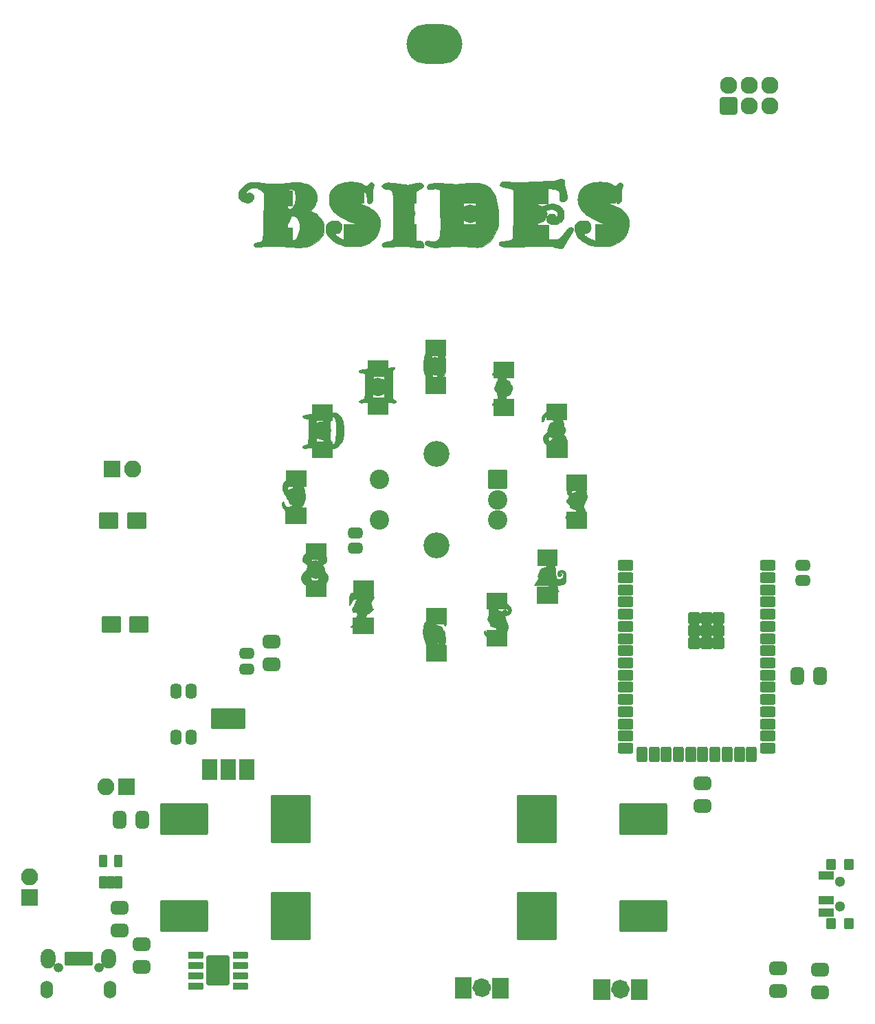
<source format=gbr>
%TF.GenerationSoftware,KiCad,Pcbnew,(6.0.1)*%
%TF.CreationDate,2022-07-03T20:58:28-05:00*%
%TF.ProjectId,BsidesKC-2022-Safe-Badge,42736964-6573-44b4-932d-323032322d53,1.0*%
%TF.SameCoordinates,Original*%
%TF.FileFunction,Soldermask,Bot*%
%TF.FilePolarity,Negative*%
%FSLAX46Y46*%
G04 Gerber Fmt 4.6, Leading zero omitted, Abs format (unit mm)*
G04 Created by KiCad (PCBNEW (6.0.1)) date 2022-07-03 20:58:28*
%MOMM*%
%LPD*%
G01*
G04 APERTURE LIST*
G04 Aperture macros list*
%AMRoundRect*
0 Rectangle with rounded corners*
0 $1 Rounding radius*
0 $2 $3 $4 $5 $6 $7 $8 $9 X,Y pos of 4 corners*
0 Add a 4 corners polygon primitive as box body*
4,1,4,$2,$3,$4,$5,$6,$7,$8,$9,$2,$3,0*
0 Add four circle primitives for the rounded corners*
1,1,$1+$1,$2,$3*
1,1,$1+$1,$4,$5*
1,1,$1+$1,$6,$7*
1,1,$1+$1,$8,$9*
0 Add four rect primitives between the rounded corners*
20,1,$1+$1,$2,$3,$4,$5,0*
20,1,$1+$1,$4,$5,$6,$7,0*
20,1,$1+$1,$6,$7,$8,$9,0*
20,1,$1+$1,$8,$9,$2,$3,0*%
G04 Aperture macros list end*
%ADD10C,1.152495*%
%ADD11C,0.100000*%
%ADD12C,0.010000*%
%ADD13RoundRect,0.200000X-0.400000X0.500000X-0.400000X-0.500000X0.400000X-0.500000X0.400000X0.500000X0*%
%ADD14C,1.300000*%
%ADD15RoundRect,0.200000X-0.750000X0.350000X-0.750000X-0.350000X0.750000X-0.350000X0.750000X0.350000X0*%
%ADD16O,2.127200X2.127200*%
%ADD17RoundRect,0.200000X-0.863600X0.863600X-0.863600X-0.863600X0.863600X-0.863600X0.863600X0.863600X0*%
%ADD18C,2.127200*%
%ADD19R,2.463800X1.955800*%
%ADD20R,2.438400X1.930400*%
%ADD21R,1.930400X2.438400*%
%ADD22R,1.955800X2.463800*%
%ADD23O,6.900000X4.900000*%
%ADD24RoundRect,0.200000X-0.850000X0.850000X-0.850000X-0.850000X0.850000X-0.850000X0.850000X0.850000X0*%
%ADD25O,2.100000X2.100000*%
%ADD26RoundRect,0.450000X-0.625000X0.375000X-0.625000X-0.375000X0.625000X-0.375000X0.625000X0.375000X0*%
%ADD27RoundRect,0.450000X-0.375000X-0.625000X0.375000X-0.625000X0.375000X0.625000X-0.375000X0.625000X0*%
%ADD28RoundRect,0.200000X0.750000X1.100000X-0.750000X1.100000X-0.750000X-1.100000X0.750000X-1.100000X0*%
%ADD29RoundRect,0.200000X1.900000X1.100000X-1.900000X1.100000X-1.900000X-1.100000X1.900000X-1.100000X0*%
%ADD30RoundRect,0.200000X-0.550000X-0.550000X0.550000X-0.550000X0.550000X0.550000X-0.550000X0.550000X0*%
%ADD31RoundRect,0.200000X-0.750000X-0.450000X0.750000X-0.450000X0.750000X0.450000X-0.750000X0.450000X0*%
%ADD32RoundRect,0.200000X0.450000X-0.750000X0.450000X0.750000X-0.450000X0.750000X-0.450000X-0.750000X0*%
%ADD33RoundRect,0.200000X0.750000X0.450000X-0.750000X0.450000X-0.750000X-0.450000X0.750000X-0.450000X0*%
%ADD34RoundRect,0.200000X0.974000X0.850000X-0.974000X0.850000X-0.974000X-0.850000X0.974000X-0.850000X0*%
%ADD35RoundRect,0.443750X0.456250X-0.243750X0.456250X0.243750X-0.456250X0.243750X-0.456250X-0.243750X0*%
%ADD36RoundRect,0.450000X0.625000X-0.375000X0.625000X0.375000X-0.625000X0.375000X-0.625000X-0.375000X0*%
%ADD37RoundRect,0.200000X2.750000X1.750000X-2.750000X1.750000X-2.750000X-1.750000X2.750000X-1.750000X0*%
%ADD38RoundRect,0.200000X2.250000X2.750000X-2.250000X2.750000X-2.250000X-2.750000X2.250000X-2.750000X0*%
%ADD39RoundRect,0.200000X-2.750000X-1.750000X2.750000X-1.750000X2.750000X1.750000X-2.750000X1.750000X0*%
%ADD40RoundRect,0.200000X-2.250000X-2.750000X2.250000X-2.750000X2.250000X2.750000X-2.250000X2.750000X0*%
%ADD41RoundRect,0.070000X-0.875000X0.325000X-0.875000X-0.325000X0.875000X-0.325000X0.875000X0.325000X0*%
%ADD42RoundRect,0.200000X-1.205000X1.650000X-1.205000X-1.650000X1.205000X-1.650000X1.205000X1.650000X0*%
%ADD43O,1.200000X1.200000*%
%ADD44RoundRect,0.200000X0.220000X0.650000X-0.220000X0.650000X-0.220000X-0.650000X0.220000X-0.650000X0*%
%ADD45O,1.850000X2.400000*%
%ADD46O,1.550000X2.200000*%
%ADD47RoundRect,0.200000X0.300000X0.600000X-0.300000X0.600000X-0.300000X-0.600000X0.300000X-0.600000X0*%
%ADD48RoundRect,0.443750X0.243750X0.456250X-0.243750X0.456250X-0.243750X-0.456250X0.243750X-0.456250X0*%
%ADD49RoundRect,0.443750X-0.456250X0.243750X-0.456250X-0.243750X0.456250X-0.243750X0.456250X0.243750X0*%
%ADD50RoundRect,0.200000X-0.850000X-0.850000X0.850000X-0.850000X0.850000X0.850000X-0.850000X0.850000X0*%
%ADD51RoundRect,0.200000X1.000000X1.000000X-1.000000X1.000000X-1.000000X-1.000000X1.000000X-1.000000X0*%
%ADD52C,2.400000*%
%ADD53C,3.200000*%
%ADD54RoundRect,0.200000X0.850000X-0.850000X0.850000X0.850000X-0.850000X0.850000X-0.850000X-0.850000X0*%
%ADD55RoundRect,0.200000X-0.974000X-0.850000X0.974000X-0.850000X0.974000X0.850000X-0.974000X0.850000X0*%
G04 APERTURE END LIST*
%TO.C,D1*%
D10*
X129926247Y-51950000D02*
G75*
G03*
X129926247Y-51950000I-576247J0D01*
G01*
D11*
X130594600Y-55252000D02*
X130594600Y-53270800D01*
X130594600Y-53270800D02*
X128105400Y-53270800D01*
X128105400Y-53270800D02*
X128105400Y-55252000D01*
X128105400Y-55252000D02*
X130594600Y-55252000D01*
G36*
X130594600Y-55252000D02*
G01*
X128105400Y-55252000D01*
X128105400Y-53270800D01*
X130594600Y-53270800D01*
X130594600Y-55252000D01*
G37*
X130594600Y-55252000D02*
X128105400Y-55252000D01*
X128105400Y-53270800D01*
X130594600Y-53270800D01*
X130594600Y-55252000D01*
X130569200Y-50629200D02*
X130569200Y-48698800D01*
X130569200Y-48698800D02*
X128130800Y-48698800D01*
X128130800Y-48698800D02*
X128130800Y-50629200D01*
X128130800Y-50629200D02*
X130569200Y-50629200D01*
G36*
X130569200Y-50629200D02*
G01*
X128130800Y-50629200D01*
X128130800Y-48698800D01*
X130569200Y-48698800D01*
X130569200Y-50629200D01*
G37*
X130569200Y-50629200D02*
X128130800Y-50629200D01*
X128130800Y-48698800D01*
X130569200Y-48698800D01*
X130569200Y-50629200D01*
%TO.C,D5*%
D10*
X161451247Y-51650000D02*
G75*
G03*
X161451247Y-51650000I-576247J0D01*
G01*
D11*
X162119600Y-54952000D02*
X162119600Y-52970800D01*
X162119600Y-52970800D02*
X159630400Y-52970800D01*
X159630400Y-52970800D02*
X159630400Y-54952000D01*
X159630400Y-54952000D02*
X162119600Y-54952000D01*
G36*
X162119600Y-54952000D02*
G01*
X159630400Y-54952000D01*
X159630400Y-52970800D01*
X162119600Y-52970800D01*
X162119600Y-54952000D01*
G37*
X162119600Y-54952000D02*
X159630400Y-54952000D01*
X159630400Y-52970800D01*
X162119600Y-52970800D01*
X162119600Y-54952000D01*
X162094200Y-50329200D02*
X162094200Y-48398800D01*
X162094200Y-48398800D02*
X159655800Y-48398800D01*
X159655800Y-48398800D02*
X159655800Y-50329200D01*
X159655800Y-50329200D02*
X162094200Y-50329200D01*
G36*
X162094200Y-50329200D02*
G01*
X159655800Y-50329200D01*
X159655800Y-48398800D01*
X162094200Y-48398800D01*
X162094200Y-50329200D01*
G37*
X162094200Y-50329200D02*
X159655800Y-50329200D01*
X159655800Y-48398800D01*
X162094200Y-48398800D01*
X162094200Y-50329200D01*
%TO.C,D2*%
D10*
X138726247Y-51550000D02*
G75*
G03*
X138726247Y-51550000I-576247J0D01*
G01*
D11*
X139369200Y-50229200D02*
X139369200Y-48298800D01*
X139369200Y-48298800D02*
X136930800Y-48298800D01*
X136930800Y-48298800D02*
X136930800Y-50229200D01*
X136930800Y-50229200D02*
X139369200Y-50229200D01*
G36*
X139369200Y-50229200D02*
G01*
X136930800Y-50229200D01*
X136930800Y-48298800D01*
X139369200Y-48298800D01*
X139369200Y-50229200D01*
G37*
X139369200Y-50229200D02*
X136930800Y-50229200D01*
X136930800Y-48298800D01*
X139369200Y-48298800D01*
X139369200Y-50229200D01*
X139394600Y-54852000D02*
X139394600Y-52870800D01*
X139394600Y-52870800D02*
X136905400Y-52870800D01*
X136905400Y-52870800D02*
X136905400Y-54852000D01*
X136905400Y-54852000D02*
X139394600Y-54852000D01*
G36*
X139394600Y-54852000D02*
G01*
X136905400Y-54852000D01*
X136905400Y-52870800D01*
X139394600Y-52870800D01*
X139394600Y-54852000D01*
G37*
X139394600Y-54852000D02*
X136905400Y-54852000D01*
X136905400Y-52870800D01*
X139394600Y-52870800D01*
X139394600Y-54852000D01*
%TO.C,D15*%
D10*
X139876247Y-99975000D02*
G75*
G03*
X139876247Y-99975000I-576247J0D01*
G01*
D11*
X140519200Y-98654200D02*
X140519200Y-96723800D01*
X140519200Y-96723800D02*
X138080800Y-96723800D01*
X138080800Y-96723800D02*
X138080800Y-98654200D01*
X138080800Y-98654200D02*
X140519200Y-98654200D01*
G36*
X140519200Y-98654200D02*
G01*
X138080800Y-98654200D01*
X138080800Y-96723800D01*
X140519200Y-96723800D01*
X140519200Y-98654200D01*
G37*
X140519200Y-98654200D02*
X138080800Y-98654200D01*
X138080800Y-96723800D01*
X140519200Y-96723800D01*
X140519200Y-98654200D01*
X140544600Y-103277000D02*
X140544600Y-101295800D01*
X140544600Y-101295800D02*
X138055400Y-101295800D01*
X138055400Y-101295800D02*
X138055400Y-103277000D01*
X138055400Y-103277000D02*
X140544600Y-103277000D01*
G36*
X140544600Y-103277000D02*
G01*
X138055400Y-103277000D01*
X138055400Y-101295800D01*
X140544600Y-101295800D01*
X140544600Y-103277000D01*
G37*
X140544600Y-103277000D02*
X138055400Y-103277000D01*
X138055400Y-101295800D01*
X140544600Y-101295800D01*
X140544600Y-103277000D01*
%TO.C,D18*%
D10*
X131576247Y-86425000D02*
G75*
G03*
X131576247Y-86425000I-576247J0D01*
G01*
D11*
X132219200Y-85104200D02*
X132219200Y-83173800D01*
X132219200Y-83173800D02*
X129780800Y-83173800D01*
X129780800Y-83173800D02*
X129780800Y-85104200D01*
X129780800Y-85104200D02*
X132219200Y-85104200D01*
G36*
X132219200Y-85104200D02*
G01*
X129780800Y-85104200D01*
X129780800Y-83173800D01*
X132219200Y-83173800D01*
X132219200Y-85104200D01*
G37*
X132219200Y-85104200D02*
X129780800Y-85104200D01*
X129780800Y-83173800D01*
X132219200Y-83173800D01*
X132219200Y-85104200D01*
X132244600Y-89727000D02*
X132244600Y-87745800D01*
X132244600Y-87745800D02*
X129755400Y-87745800D01*
X129755400Y-87745800D02*
X129755400Y-89727000D01*
X129755400Y-89727000D02*
X132244600Y-89727000D01*
G36*
X132244600Y-89727000D02*
G01*
X129755400Y-89727000D01*
X129755400Y-87745800D01*
X132244600Y-87745800D01*
X132244600Y-89727000D01*
G37*
X132244600Y-89727000D02*
X129755400Y-89727000D01*
X129755400Y-87745800D01*
X132244600Y-87745800D01*
X132244600Y-89727000D01*
%TO.C,D17*%
D10*
X134051247Y-95400000D02*
G75*
G03*
X134051247Y-95400000I-576247J0D01*
G01*
D11*
X134719600Y-98702000D02*
X134719600Y-96720800D01*
X134719600Y-96720800D02*
X132230400Y-96720800D01*
X132230400Y-96720800D02*
X132230400Y-98702000D01*
X132230400Y-98702000D02*
X134719600Y-98702000D01*
G36*
X134719600Y-98702000D02*
G01*
X132230400Y-98702000D01*
X132230400Y-96720800D01*
X134719600Y-96720800D01*
X134719600Y-98702000D01*
G37*
X134719600Y-98702000D02*
X132230400Y-98702000D01*
X132230400Y-96720800D01*
X134719600Y-96720800D01*
X134719600Y-98702000D01*
X134694200Y-94079200D02*
X134694200Y-92148800D01*
X134694200Y-92148800D02*
X132255800Y-92148800D01*
X132255800Y-92148800D02*
X132255800Y-94079200D01*
X132255800Y-94079200D02*
X134694200Y-94079200D01*
G36*
X134694200Y-94079200D02*
G01*
X132255800Y-94079200D01*
X132255800Y-92148800D01*
X134694200Y-92148800D01*
X134694200Y-94079200D01*
G37*
X134694200Y-94079200D02*
X132255800Y-94079200D01*
X132255800Y-92148800D01*
X134694200Y-92148800D01*
X134694200Y-94079200D01*
%TO.C,D8*%
D10*
X157201247Y-73075000D02*
G75*
G03*
X157201247Y-73075000I-576247J0D01*
G01*
D11*
X157869600Y-76377000D02*
X157869600Y-74395800D01*
X157869600Y-74395800D02*
X155380400Y-74395800D01*
X155380400Y-74395800D02*
X155380400Y-76377000D01*
X155380400Y-76377000D02*
X157869600Y-76377000D01*
G36*
X157869600Y-76377000D02*
G01*
X155380400Y-76377000D01*
X155380400Y-74395800D01*
X157869600Y-74395800D01*
X157869600Y-76377000D01*
G37*
X157869600Y-76377000D02*
X155380400Y-76377000D01*
X155380400Y-74395800D01*
X157869600Y-74395800D01*
X157869600Y-76377000D01*
X157844200Y-71754200D02*
X157844200Y-69823800D01*
X157844200Y-69823800D02*
X155405800Y-69823800D01*
X155405800Y-69823800D02*
X155405800Y-71754200D01*
X155405800Y-71754200D02*
X157844200Y-71754200D01*
G36*
X157844200Y-71754200D02*
G01*
X155405800Y-71754200D01*
X155405800Y-69823800D01*
X157844200Y-69823800D01*
X157844200Y-71754200D01*
G37*
X157844200Y-71754200D02*
X155405800Y-71754200D01*
X155405800Y-69823800D01*
X157844200Y-69823800D01*
X157844200Y-71754200D01*
%TO.C,D20*%
D10*
X141701247Y-72925000D02*
G75*
G03*
X141701247Y-72925000I-576247J0D01*
G01*
D11*
X142369600Y-76227000D02*
X142369600Y-74245800D01*
X142369600Y-74245800D02*
X139880400Y-74245800D01*
X139880400Y-74245800D02*
X139880400Y-76227000D01*
X139880400Y-76227000D02*
X142369600Y-76227000D01*
G36*
X142369600Y-76227000D02*
G01*
X139880400Y-76227000D01*
X139880400Y-74245800D01*
X142369600Y-74245800D01*
X142369600Y-76227000D01*
G37*
X142369600Y-76227000D02*
X139880400Y-76227000D01*
X139880400Y-74245800D01*
X142369600Y-74245800D01*
X142369600Y-76227000D01*
X142344200Y-71604200D02*
X142344200Y-69673800D01*
X142344200Y-69673800D02*
X139905800Y-69673800D01*
X139905800Y-69673800D02*
X139905800Y-71604200D01*
X139905800Y-71604200D02*
X142344200Y-71604200D01*
G36*
X142344200Y-71604200D02*
G01*
X139905800Y-71604200D01*
X139905800Y-69673800D01*
X142344200Y-69673800D01*
X142344200Y-71604200D01*
G37*
X142344200Y-71604200D02*
X139905800Y-71604200D01*
X139905800Y-69673800D01*
X142344200Y-69673800D01*
X142344200Y-71604200D01*
%TO.C,D6*%
D10*
X169751247Y-51600000D02*
G75*
G03*
X169751247Y-51600000I-576247J0D01*
G01*
D11*
X170394200Y-50279200D02*
X170394200Y-48348800D01*
X170394200Y-48348800D02*
X167955800Y-48348800D01*
X167955800Y-48348800D02*
X167955800Y-50279200D01*
X167955800Y-50279200D02*
X170394200Y-50279200D01*
G36*
X170394200Y-50279200D02*
G01*
X167955800Y-50279200D01*
X167955800Y-48348800D01*
X170394200Y-48348800D01*
X170394200Y-50279200D01*
G37*
X170394200Y-50279200D02*
X167955800Y-50279200D01*
X167955800Y-48348800D01*
X170394200Y-48348800D01*
X170394200Y-50279200D01*
X170419600Y-54902000D02*
X170419600Y-52920800D01*
X170419600Y-52920800D02*
X167930400Y-52920800D01*
X167930400Y-52920800D02*
X167930400Y-54902000D01*
X167930400Y-54902000D02*
X170419600Y-54902000D01*
G36*
X170419600Y-54902000D02*
G01*
X167930400Y-54902000D01*
X167930400Y-52920800D01*
X170419600Y-52920800D01*
X170419600Y-54902000D01*
G37*
X170419600Y-54902000D02*
X167930400Y-54902000D01*
X167930400Y-52920800D01*
X170419600Y-52920800D01*
X170419600Y-54902000D01*
%TO.C,D14*%
D10*
X148901247Y-103350000D02*
G75*
G03*
X148901247Y-103350000I-576247J0D01*
G01*
D11*
X149569600Y-106652000D02*
X149569600Y-104670800D01*
X149569600Y-104670800D02*
X147080400Y-104670800D01*
X147080400Y-104670800D02*
X147080400Y-106652000D01*
X147080400Y-106652000D02*
X149569600Y-106652000D01*
G36*
X149569600Y-106652000D02*
G01*
X147080400Y-106652000D01*
X147080400Y-104670800D01*
X149569600Y-104670800D01*
X149569600Y-106652000D01*
G37*
X149569600Y-106652000D02*
X147080400Y-106652000D01*
X147080400Y-104670800D01*
X149569600Y-104670800D01*
X149569600Y-106652000D01*
X149544200Y-102029200D02*
X149544200Y-100098800D01*
X149544200Y-100098800D02*
X147105800Y-100098800D01*
X147105800Y-100098800D02*
X147105800Y-102029200D01*
X147105800Y-102029200D02*
X149544200Y-102029200D01*
G36*
X149544200Y-102029200D02*
G01*
X147105800Y-102029200D01*
X147105800Y-100098800D01*
X149544200Y-100098800D01*
X149544200Y-102029200D01*
G37*
X149544200Y-102029200D02*
X147105800Y-102029200D01*
X147105800Y-100098800D01*
X149544200Y-100098800D01*
X149544200Y-102029200D01*
%TO.C,D13*%
D10*
X156351247Y-101500000D02*
G75*
G03*
X156351247Y-101500000I-576247J0D01*
G01*
D11*
X156994200Y-100179200D02*
X156994200Y-98248800D01*
X156994200Y-98248800D02*
X154555800Y-98248800D01*
X154555800Y-98248800D02*
X154555800Y-100179200D01*
X154555800Y-100179200D02*
X156994200Y-100179200D01*
G36*
X156994200Y-100179200D02*
G01*
X154555800Y-100179200D01*
X154555800Y-98248800D01*
X156994200Y-98248800D01*
X156994200Y-100179200D01*
G37*
X156994200Y-100179200D02*
X154555800Y-100179200D01*
X154555800Y-98248800D01*
X156994200Y-98248800D01*
X156994200Y-100179200D01*
X157019600Y-104802000D02*
X157019600Y-102820800D01*
X157019600Y-102820800D02*
X154530400Y-102820800D01*
X154530400Y-102820800D02*
X154530400Y-104802000D01*
X154530400Y-104802000D02*
X157019600Y-104802000D01*
G36*
X157019600Y-104802000D02*
G01*
X154530400Y-104802000D01*
X154530400Y-102820800D01*
X157019600Y-102820800D01*
X157019600Y-104802000D01*
G37*
X157019600Y-104802000D02*
X154530400Y-104802000D01*
X154530400Y-102820800D01*
X157019600Y-102820800D01*
X157019600Y-104802000D01*
%TO.C,D7*%
D10*
X148801247Y-70375000D02*
G75*
G03*
X148801247Y-70375000I-576247J0D01*
G01*
D11*
X149469600Y-73677000D02*
X149469600Y-71695800D01*
X149469600Y-71695800D02*
X146980400Y-71695800D01*
X146980400Y-71695800D02*
X146980400Y-73677000D01*
X146980400Y-73677000D02*
X149469600Y-73677000D01*
G36*
X149469600Y-73677000D02*
G01*
X146980400Y-73677000D01*
X146980400Y-71695800D01*
X149469600Y-71695800D01*
X149469600Y-73677000D01*
G37*
X149469600Y-73677000D02*
X146980400Y-73677000D01*
X146980400Y-71695800D01*
X149469600Y-71695800D01*
X149469600Y-73677000D01*
X149444200Y-69054200D02*
X149444200Y-67123800D01*
X149444200Y-67123800D02*
X147005800Y-67123800D01*
X147005800Y-67123800D02*
X147005800Y-69054200D01*
X147005800Y-69054200D02*
X149444200Y-69054200D01*
G36*
X149444200Y-69054200D02*
G01*
X147005800Y-69054200D01*
X147005800Y-67123800D01*
X149444200Y-67123800D01*
X149444200Y-69054200D01*
G37*
X149444200Y-69054200D02*
X147005800Y-69054200D01*
X147005800Y-67123800D01*
X149444200Y-67123800D01*
X149444200Y-69054200D01*
%TO.C,D22*%
D10*
X154501247Y-146875000D02*
G75*
G03*
X154501247Y-146875000I-576247J0D01*
G01*
D11*
X155245800Y-148094200D02*
X157176200Y-148094200D01*
X157176200Y-148094200D02*
X157176200Y-145655800D01*
X157176200Y-145655800D02*
X155245800Y-145655800D01*
X155245800Y-145655800D02*
X155245800Y-148094200D01*
G36*
X157176200Y-148094200D02*
G01*
X155245800Y-148094200D01*
X155245800Y-145655800D01*
X157176200Y-145655800D01*
X157176200Y-148094200D01*
G37*
X157176200Y-148094200D02*
X155245800Y-148094200D01*
X155245800Y-145655800D01*
X157176200Y-145655800D01*
X157176200Y-148094200D01*
X150623000Y-148119600D02*
X152604200Y-148119600D01*
X152604200Y-148119600D02*
X152604200Y-145630400D01*
X152604200Y-145630400D02*
X150623000Y-145630400D01*
X150623000Y-145630400D02*
X150623000Y-148119600D01*
G36*
X152604200Y-148119600D02*
G01*
X150623000Y-148119600D01*
X150623000Y-145630400D01*
X152604200Y-145630400D01*
X152604200Y-148119600D01*
G37*
X152604200Y-148119600D02*
X150623000Y-148119600D01*
X150623000Y-145630400D01*
X152604200Y-145630400D01*
X152604200Y-148119600D01*
%TO.C,D9*%
D10*
X163726247Y-78250000D02*
G75*
G03*
X163726247Y-78250000I-576247J0D01*
G01*
D11*
X164369200Y-76929200D02*
X164369200Y-74998800D01*
X164369200Y-74998800D02*
X161930800Y-74998800D01*
X161930800Y-74998800D02*
X161930800Y-76929200D01*
X161930800Y-76929200D02*
X164369200Y-76929200D01*
G36*
X164369200Y-76929200D02*
G01*
X161930800Y-76929200D01*
X161930800Y-74998800D01*
X164369200Y-74998800D01*
X164369200Y-76929200D01*
G37*
X164369200Y-76929200D02*
X161930800Y-76929200D01*
X161930800Y-74998800D01*
X164369200Y-74998800D01*
X164369200Y-76929200D01*
X164394600Y-81552000D02*
X164394600Y-79570800D01*
X164394600Y-79570800D02*
X161905400Y-79570800D01*
X161905400Y-79570800D02*
X161905400Y-81552000D01*
X161905400Y-81552000D02*
X164394600Y-81552000D01*
G36*
X164394600Y-81552000D02*
G01*
X161905400Y-81552000D01*
X161905400Y-79570800D01*
X164394600Y-79570800D01*
X164394600Y-81552000D01*
G37*
X164394600Y-81552000D02*
X161905400Y-81552000D01*
X161905400Y-79570800D01*
X164394600Y-79570800D01*
X164394600Y-81552000D01*
%TO.C,D3*%
D10*
X145176247Y-51575000D02*
G75*
G03*
X145176247Y-51575000I-576247J0D01*
G01*
D11*
X145819200Y-50254200D02*
X145819200Y-48323800D01*
X145819200Y-48323800D02*
X143380800Y-48323800D01*
X143380800Y-48323800D02*
X143380800Y-50254200D01*
X143380800Y-50254200D02*
X145819200Y-50254200D01*
G36*
X145819200Y-50254200D02*
G01*
X143380800Y-50254200D01*
X143380800Y-48323800D01*
X145819200Y-48323800D01*
X145819200Y-50254200D01*
G37*
X145819200Y-50254200D02*
X143380800Y-50254200D01*
X143380800Y-48323800D01*
X145819200Y-48323800D01*
X145819200Y-50254200D01*
X145844600Y-54877000D02*
X145844600Y-52895800D01*
X145844600Y-52895800D02*
X143355400Y-52895800D01*
X143355400Y-52895800D02*
X143355400Y-54877000D01*
X143355400Y-54877000D02*
X145844600Y-54877000D01*
G36*
X145844600Y-54877000D02*
G01*
X143355400Y-54877000D01*
X143355400Y-52895800D01*
X145844600Y-52895800D01*
X145844600Y-54877000D01*
G37*
X145844600Y-54877000D02*
X143355400Y-54877000D01*
X143355400Y-52895800D01*
X145844600Y-52895800D01*
X145844600Y-54877000D01*
%TO.C,D21*%
D10*
X171565047Y-147050000D02*
G75*
G03*
X171565047Y-147050000I-576247J0D01*
G01*
D11*
X172309600Y-148269200D02*
X174240000Y-148269200D01*
X174240000Y-148269200D02*
X174240000Y-145830800D01*
X174240000Y-145830800D02*
X172309600Y-145830800D01*
X172309600Y-145830800D02*
X172309600Y-148269200D01*
G36*
X174240000Y-148269200D02*
G01*
X172309600Y-148269200D01*
X172309600Y-145830800D01*
X174240000Y-145830800D01*
X174240000Y-148269200D01*
G37*
X174240000Y-148269200D02*
X172309600Y-148269200D01*
X172309600Y-145830800D01*
X174240000Y-145830800D01*
X174240000Y-148269200D01*
X167686800Y-148294600D02*
X169668000Y-148294600D01*
X169668000Y-148294600D02*
X169668000Y-145805400D01*
X169668000Y-145805400D02*
X167686800Y-145805400D01*
X167686800Y-145805400D02*
X167686800Y-148294600D01*
G36*
X169668000Y-148294600D02*
G01*
X167686800Y-148294600D01*
X167686800Y-145805400D01*
X169668000Y-145805400D01*
X169668000Y-148294600D01*
G37*
X169668000Y-148294600D02*
X167686800Y-148294600D01*
X167686800Y-145805400D01*
X169668000Y-145805400D01*
X169668000Y-148294600D01*
%TO.C,D11*%
D10*
X162551247Y-96200000D02*
G75*
G03*
X162551247Y-96200000I-576247J0D01*
G01*
D11*
X163219600Y-99502000D02*
X163219600Y-97520800D01*
X163219600Y-97520800D02*
X160730400Y-97520800D01*
X160730400Y-97520800D02*
X160730400Y-99502000D01*
X160730400Y-99502000D02*
X163219600Y-99502000D01*
G36*
X163219600Y-99502000D02*
G01*
X160730400Y-99502000D01*
X160730400Y-97520800D01*
X163219600Y-97520800D01*
X163219600Y-99502000D01*
G37*
X163219600Y-99502000D02*
X160730400Y-99502000D01*
X160730400Y-97520800D01*
X163219600Y-97520800D01*
X163219600Y-99502000D01*
X163194200Y-94879200D02*
X163194200Y-92948800D01*
X163194200Y-92948800D02*
X160755800Y-92948800D01*
X160755800Y-92948800D02*
X160755800Y-94879200D01*
X160755800Y-94879200D02*
X163194200Y-94879200D01*
G36*
X163194200Y-94879200D02*
G01*
X160755800Y-94879200D01*
X160755800Y-92948800D01*
X163194200Y-92948800D01*
X163194200Y-94879200D01*
G37*
X163194200Y-94879200D02*
X160755800Y-94879200D01*
X160755800Y-92948800D01*
X163194200Y-92948800D01*
X163194200Y-94879200D01*
%TO.C,D10*%
D10*
X166176247Y-86975000D02*
G75*
G03*
X166176247Y-86975000I-576247J0D01*
G01*
D11*
X166844600Y-90277000D02*
X166844600Y-88295800D01*
X166844600Y-88295800D02*
X164355400Y-88295800D01*
X164355400Y-88295800D02*
X164355400Y-90277000D01*
X164355400Y-90277000D02*
X166844600Y-90277000D01*
G36*
X166844600Y-90277000D02*
G01*
X164355400Y-90277000D01*
X164355400Y-88295800D01*
X166844600Y-88295800D01*
X166844600Y-90277000D01*
G37*
X166844600Y-90277000D02*
X164355400Y-90277000D01*
X164355400Y-88295800D01*
X166844600Y-88295800D01*
X166844600Y-90277000D01*
X166819200Y-85654200D02*
X166819200Y-83723800D01*
X166819200Y-83723800D02*
X164380800Y-83723800D01*
X164380800Y-83723800D02*
X164380800Y-85654200D01*
X164380800Y-85654200D02*
X166819200Y-85654200D01*
G36*
X166819200Y-85654200D02*
G01*
X164380800Y-85654200D01*
X164380800Y-83723800D01*
X166819200Y-83723800D01*
X166819200Y-85654200D01*
G37*
X166819200Y-85654200D02*
X164380800Y-85654200D01*
X164380800Y-83723800D01*
X166819200Y-83723800D01*
X166819200Y-85654200D01*
%TO.C,D4*%
D10*
X153101247Y-51600000D02*
G75*
G03*
X153101247Y-51600000I-576247J0D01*
G01*
D11*
X153769600Y-54902000D02*
X153769600Y-52920800D01*
X153769600Y-52920800D02*
X151280400Y-52920800D01*
X151280400Y-52920800D02*
X151280400Y-54902000D01*
X151280400Y-54902000D02*
X153769600Y-54902000D01*
G36*
X153769600Y-54902000D02*
G01*
X151280400Y-54902000D01*
X151280400Y-52920800D01*
X153769600Y-52920800D01*
X153769600Y-54902000D01*
G37*
X153769600Y-54902000D02*
X151280400Y-54902000D01*
X151280400Y-52920800D01*
X153769600Y-52920800D01*
X153769600Y-54902000D01*
X153744200Y-50279200D02*
X153744200Y-48348800D01*
X153744200Y-48348800D02*
X151305800Y-48348800D01*
X151305800Y-48348800D02*
X151305800Y-50279200D01*
X151305800Y-50279200D02*
X153744200Y-50279200D01*
G36*
X153744200Y-50279200D02*
G01*
X151305800Y-50279200D01*
X151305800Y-48348800D01*
X153744200Y-48348800D01*
X153744200Y-50279200D01*
G37*
X153744200Y-50279200D02*
X151305800Y-50279200D01*
X151305800Y-48348800D01*
X153744200Y-48348800D01*
X153744200Y-50279200D01*
%TO.C,D19*%
D10*
X134801247Y-78300000D02*
G75*
G03*
X134801247Y-78300000I-576247J0D01*
G01*
D11*
X135444200Y-76979200D02*
X135444200Y-75048800D01*
X135444200Y-75048800D02*
X133005800Y-75048800D01*
X133005800Y-75048800D02*
X133005800Y-76979200D01*
X133005800Y-76979200D02*
X135444200Y-76979200D01*
G36*
X135444200Y-76979200D02*
G01*
X133005800Y-76979200D01*
X133005800Y-75048800D01*
X135444200Y-75048800D01*
X135444200Y-76979200D01*
G37*
X135444200Y-76979200D02*
X133005800Y-76979200D01*
X133005800Y-75048800D01*
X135444200Y-75048800D01*
X135444200Y-76979200D01*
X135469600Y-81602000D02*
X135469600Y-79620800D01*
X135469600Y-79620800D02*
X132980400Y-79620800D01*
X132980400Y-79620800D02*
X132980400Y-81602000D01*
X132980400Y-81602000D02*
X135469600Y-81602000D01*
G36*
X135469600Y-81602000D02*
G01*
X132980400Y-81602000D01*
X132980400Y-79620800D01*
X135469600Y-79620800D01*
X135469600Y-81602000D01*
G37*
X135469600Y-81602000D02*
X132980400Y-81602000D01*
X132980400Y-79620800D01*
X135469600Y-79620800D01*
X135469600Y-81602000D01*
D12*
%TO.C,G\u002A\u002A\u002A*%
X143114624Y-70461673D02*
X143148445Y-70477815D01*
X143148445Y-70477815D02*
X143175125Y-70498207D01*
X143175125Y-70498207D02*
X143205061Y-70535885D01*
X143205061Y-70535885D02*
X143208293Y-70578430D01*
X143208293Y-70578430D02*
X143182644Y-70631060D01*
X143182644Y-70631060D02*
X143125940Y-70698998D01*
X143125940Y-70698998D02*
X143066722Y-70758345D01*
X143066722Y-70758345D02*
X142921277Y-70898136D01*
X142921277Y-70898136D02*
X142913263Y-72660827D01*
X142913263Y-72660827D02*
X142905250Y-74423518D01*
X142905250Y-74423518D02*
X143067148Y-74480670D01*
X143067148Y-74480670D02*
X143184361Y-74525327D01*
X143184361Y-74525327D02*
X143266001Y-74565103D01*
X143266001Y-74565103D02*
X143317938Y-74603744D01*
X143317938Y-74603744D02*
X143346044Y-74644998D01*
X143346044Y-74644998D02*
X143351747Y-74662339D01*
X143351747Y-74662339D02*
X143348341Y-74728857D01*
X143348341Y-74728857D02*
X143311102Y-74794107D01*
X143311102Y-74794107D02*
X143247861Y-74849312D01*
X143247861Y-74849312D02*
X143166447Y-74885698D01*
X143166447Y-74885698D02*
X143148667Y-74889945D01*
X143148667Y-74889945D02*
X143099611Y-74891136D01*
X143099611Y-74891136D02*
X143027683Y-74882995D01*
X143027683Y-74882995D02*
X142968750Y-74871682D01*
X142968750Y-74871682D02*
X142835090Y-74842568D01*
X142835090Y-74842568D02*
X142720203Y-74821724D01*
X142720203Y-74821724D02*
X142608306Y-74807022D01*
X142608306Y-74807022D02*
X142483613Y-74796338D01*
X142483613Y-74796338D02*
X142352214Y-74788644D01*
X142352214Y-74788644D02*
X142222626Y-74783521D01*
X142222626Y-74783521D02*
X142119558Y-74783909D01*
X142119558Y-74783909D02*
X142027443Y-74790756D01*
X142027443Y-74790756D02*
X141930715Y-74805012D01*
X141930715Y-74805012D02*
X141857500Y-74818799D01*
X141857500Y-74818799D02*
X141657759Y-74850685D01*
X141657759Y-74850685D02*
X141493042Y-74860031D01*
X141493042Y-74860031D02*
X141362503Y-74846783D01*
X141362503Y-74846783D02*
X141265297Y-74810886D01*
X141265297Y-74810886D02*
X141221942Y-74777776D01*
X141221942Y-74777776D02*
X141195633Y-74741702D01*
X141195633Y-74741702D02*
X141195847Y-74700734D01*
X141195847Y-74700734D02*
X141204361Y-74672913D01*
X141204361Y-74672913D02*
X141246427Y-74609991D01*
X141246427Y-74609991D02*
X141328072Y-74550476D01*
X141328072Y-74550476D02*
X141450249Y-74493808D01*
X141450249Y-74493808D02*
X141586561Y-74447492D01*
X141586561Y-74447492D02*
X141673020Y-74417819D01*
X141673020Y-74417819D02*
X141745520Y-74386254D01*
X141745520Y-74386254D02*
X141792182Y-74358159D01*
X141792182Y-74358159D02*
X141799015Y-74351627D01*
X141799015Y-74351627D02*
X141821088Y-74321645D01*
X141821088Y-74321645D02*
X141840317Y-74284807D01*
X141840317Y-74284807D02*
X141856909Y-74238160D01*
X141856909Y-74238160D02*
X141871072Y-74178749D01*
X141871072Y-74178749D02*
X141883014Y-74103621D01*
X141883014Y-74103621D02*
X141892941Y-74009820D01*
X141892941Y-74009820D02*
X141901061Y-73894392D01*
X141901061Y-73894392D02*
X141907582Y-73754385D01*
X141907582Y-73754385D02*
X141912711Y-73586842D01*
X141912711Y-73586842D02*
X141916656Y-73388811D01*
X141916656Y-73388811D02*
X141919624Y-73157337D01*
X141919624Y-73157337D02*
X141921822Y-72889466D01*
X141921822Y-72889466D02*
X141923458Y-72582243D01*
X141923458Y-72582243D02*
X141923471Y-72579311D01*
X141923471Y-72579311D02*
X141928913Y-71322204D01*
X141928913Y-71322204D02*
X141875251Y-71276046D01*
X141875251Y-71276046D02*
X141830612Y-71249182D01*
X141830612Y-71249182D02*
X141760044Y-71225597D01*
X141760044Y-71225597D02*
X141656794Y-71203260D01*
X141656794Y-71203260D02*
X141601419Y-71193657D01*
X141601419Y-71193657D02*
X141497399Y-71173482D01*
X141497399Y-71173482D02*
X141398072Y-71148921D01*
X141398072Y-71148921D02*
X141317907Y-71123787D01*
X141317907Y-71123787D02*
X141286000Y-71110504D01*
X141286000Y-71110504D02*
X141226679Y-71076963D01*
X141226679Y-71076963D02*
X141196564Y-71044400D01*
X141196564Y-71044400D02*
X141184742Y-71000284D01*
X141184742Y-71000284D02*
X141184014Y-70993409D01*
X141184014Y-70993409D02*
X141191318Y-70922554D01*
X141191318Y-70922554D02*
X141229772Y-70865364D01*
X141229772Y-70865364D02*
X141301705Y-70820615D01*
X141301705Y-70820615D02*
X141409443Y-70787084D01*
X141409443Y-70787084D02*
X141555313Y-70763546D01*
X141555313Y-70763546D02*
X141635885Y-70755735D01*
X141635885Y-70755735D02*
X141721625Y-70748492D01*
X141721625Y-70748492D02*
X141795203Y-70741180D01*
X141795203Y-70741180D02*
X141863091Y-70732445D01*
X141863091Y-70732445D02*
X141931765Y-70720932D01*
X141931765Y-70720932D02*
X142007700Y-70705285D01*
X142007700Y-70705285D02*
X142097371Y-70684150D01*
X142097371Y-70684150D02*
X142207251Y-70656173D01*
X142207251Y-70656173D02*
X142343815Y-70619997D01*
X142343815Y-70619997D02*
X142513539Y-70574269D01*
X142513539Y-70574269D02*
X142549223Y-70564618D01*
X142549223Y-70564618D02*
X142713538Y-70520819D01*
X142713538Y-70520819D02*
X142842640Y-70488438D01*
X142842640Y-70488438D02*
X142941913Y-70466904D01*
X142941913Y-70466904D02*
X143016745Y-70455646D01*
X143016745Y-70455646D02*
X143072520Y-70454093D01*
X143072520Y-70454093D02*
X143114624Y-70461673D01*
X143114624Y-70461673D02*
X143114624Y-70461673D01*
G36*
X143114624Y-70461673D02*
G01*
X143148445Y-70477815D01*
X143175125Y-70498207D01*
X143205061Y-70535885D01*
X143208293Y-70578430D01*
X143182644Y-70631060D01*
X143125940Y-70698998D01*
X143066722Y-70758345D01*
X142921277Y-70898136D01*
X142913263Y-72660827D01*
X142905250Y-74423518D01*
X143067148Y-74480670D01*
X143184361Y-74525327D01*
X143266001Y-74565103D01*
X143317938Y-74603744D01*
X143346044Y-74644998D01*
X143351747Y-74662339D01*
X143348341Y-74728857D01*
X143311102Y-74794107D01*
X143247861Y-74849312D01*
X143166447Y-74885698D01*
X143148667Y-74889945D01*
X143099611Y-74891136D01*
X143027683Y-74882995D01*
X142968750Y-74871682D01*
X142835090Y-74842568D01*
X142720203Y-74821724D01*
X142608306Y-74807022D01*
X142483613Y-74796338D01*
X142352214Y-74788644D01*
X142222626Y-74783521D01*
X142119558Y-74783909D01*
X142027443Y-74790756D01*
X141930715Y-74805012D01*
X141857500Y-74818799D01*
X141657759Y-74850685D01*
X141493042Y-74860031D01*
X141362503Y-74846783D01*
X141265297Y-74810886D01*
X141221942Y-74777776D01*
X141195633Y-74741702D01*
X141195847Y-74700734D01*
X141204361Y-74672913D01*
X141246427Y-74609991D01*
X141328072Y-74550476D01*
X141450249Y-74493808D01*
X141586561Y-74447492D01*
X141673020Y-74417819D01*
X141745520Y-74386254D01*
X141792182Y-74358159D01*
X141799015Y-74351627D01*
X141821088Y-74321645D01*
X141840317Y-74284807D01*
X141856909Y-74238160D01*
X141871072Y-74178749D01*
X141883014Y-74103621D01*
X141892941Y-74009820D01*
X141901061Y-73894392D01*
X141907582Y-73754385D01*
X141912711Y-73586842D01*
X141916656Y-73388811D01*
X141919624Y-73157337D01*
X141921822Y-72889466D01*
X141923458Y-72582243D01*
X141923471Y-72579311D01*
X141928913Y-71322204D01*
X141875251Y-71276046D01*
X141830612Y-71249182D01*
X141760044Y-71225597D01*
X141656794Y-71203260D01*
X141601419Y-71193657D01*
X141497399Y-71173482D01*
X141398072Y-71148921D01*
X141317907Y-71123787D01*
X141286000Y-71110504D01*
X141226679Y-71076963D01*
X141196564Y-71044400D01*
X141184742Y-71000284D01*
X141184014Y-70993409D01*
X141191318Y-70922554D01*
X141229772Y-70865364D01*
X141301705Y-70820615D01*
X141409443Y-70787084D01*
X141555313Y-70763546D01*
X141635885Y-70755735D01*
X141721625Y-70748492D01*
X141795203Y-70741180D01*
X141863091Y-70732445D01*
X141931765Y-70720932D01*
X142007700Y-70705285D01*
X142097371Y-70684150D01*
X142207251Y-70656173D01*
X142343815Y-70619997D01*
X142513539Y-70574269D01*
X142549223Y-70564618D01*
X142713538Y-70520819D01*
X142842640Y-70488438D01*
X142941913Y-70466904D01*
X143016745Y-70455646D01*
X143072520Y-70454093D01*
X143114624Y-70461673D01*
G37*
X143114624Y-70461673D02*
X143148445Y-70477815D01*
X143175125Y-70498207D01*
X143205061Y-70535885D01*
X143208293Y-70578430D01*
X143182644Y-70631060D01*
X143125940Y-70698998D01*
X143066722Y-70758345D01*
X142921277Y-70898136D01*
X142913263Y-72660827D01*
X142905250Y-74423518D01*
X143067148Y-74480670D01*
X143184361Y-74525327D01*
X143266001Y-74565103D01*
X143317938Y-74603744D01*
X143346044Y-74644998D01*
X143351747Y-74662339D01*
X143348341Y-74728857D01*
X143311102Y-74794107D01*
X143247861Y-74849312D01*
X143166447Y-74885698D01*
X143148667Y-74889945D01*
X143099611Y-74891136D01*
X143027683Y-74882995D01*
X142968750Y-74871682D01*
X142835090Y-74842568D01*
X142720203Y-74821724D01*
X142608306Y-74807022D01*
X142483613Y-74796338D01*
X142352214Y-74788644D01*
X142222626Y-74783521D01*
X142119558Y-74783909D01*
X142027443Y-74790756D01*
X141930715Y-74805012D01*
X141857500Y-74818799D01*
X141657759Y-74850685D01*
X141493042Y-74860031D01*
X141362503Y-74846783D01*
X141265297Y-74810886D01*
X141221942Y-74777776D01*
X141195633Y-74741702D01*
X141195847Y-74700734D01*
X141204361Y-74672913D01*
X141246427Y-74609991D01*
X141328072Y-74550476D01*
X141450249Y-74493808D01*
X141586561Y-74447492D01*
X141673020Y-74417819D01*
X141745520Y-74386254D01*
X141792182Y-74358159D01*
X141799015Y-74351627D01*
X141821088Y-74321645D01*
X141840317Y-74284807D01*
X141856909Y-74238160D01*
X141871072Y-74178749D01*
X141883014Y-74103621D01*
X141892941Y-74009820D01*
X141901061Y-73894392D01*
X141907582Y-73754385D01*
X141912711Y-73586842D01*
X141916656Y-73388811D01*
X141919624Y-73157337D01*
X141921822Y-72889466D01*
X141923458Y-72582243D01*
X141923471Y-72579311D01*
X141928913Y-71322204D01*
X141875251Y-71276046D01*
X141830612Y-71249182D01*
X141760044Y-71225597D01*
X141656794Y-71203260D01*
X141601419Y-71193657D01*
X141497399Y-71173482D01*
X141398072Y-71148921D01*
X141317907Y-71123787D01*
X141286000Y-71110504D01*
X141226679Y-71076963D01*
X141196564Y-71044400D01*
X141184742Y-71000284D01*
X141184014Y-70993409D01*
X141191318Y-70922554D01*
X141229772Y-70865364D01*
X141301705Y-70820615D01*
X141409443Y-70787084D01*
X141555313Y-70763546D01*
X141635885Y-70755735D01*
X141721625Y-70748492D01*
X141795203Y-70741180D01*
X141863091Y-70732445D01*
X141931765Y-70720932D01*
X142007700Y-70705285D01*
X142097371Y-70684150D01*
X142207251Y-70656173D01*
X142343815Y-70619997D01*
X142513539Y-70574269D01*
X142549223Y-70564618D01*
X142713538Y-70520819D01*
X142842640Y-70488438D01*
X142941913Y-70466904D01*
X143016745Y-70455646D01*
X143072520Y-70454093D01*
X143114624Y-70461673D01*
X146262447Y-47758344D02*
X146326301Y-47766763D01*
X146326301Y-47766763D02*
X146335194Y-47768278D01*
X146335194Y-47768278D02*
X146488568Y-47807249D01*
X146488568Y-47807249D02*
X146606202Y-47863254D01*
X146606202Y-47863254D02*
X146687043Y-47934206D01*
X146687043Y-47934206D02*
X146730036Y-48018020D01*
X146730036Y-48018020D02*
X146734124Y-48112610D01*
X146734124Y-48112610D02*
X146698253Y-48215890D01*
X146698253Y-48215890D02*
X146621369Y-48325775D01*
X146621369Y-48325775D02*
X146618726Y-48328800D01*
X146618726Y-48328800D02*
X146570533Y-48373772D01*
X146570533Y-48373772D02*
X146491952Y-48435469D01*
X146491952Y-48435469D02*
X146389336Y-48509585D01*
X146389336Y-48509585D02*
X146269037Y-48591814D01*
X146269037Y-48591814D02*
X146137406Y-48677848D01*
X146137406Y-48677848D02*
X146000797Y-48763380D01*
X146000797Y-48763380D02*
X145865560Y-48844105D01*
X145865560Y-48844105D02*
X145820612Y-48869923D01*
X145820612Y-48869923D02*
X145738516Y-48917877D01*
X145738516Y-48917877D02*
X145670465Y-48960107D01*
X145670465Y-48960107D02*
X145624837Y-48991264D01*
X145624837Y-48991264D02*
X145610379Y-49004136D01*
X145610379Y-49004136D02*
X145608299Y-49027974D01*
X145608299Y-49027974D02*
X145605962Y-49091367D01*
X145605962Y-49091367D02*
X145603406Y-49191542D01*
X145603406Y-49191542D02*
X145600672Y-49325722D01*
X145600672Y-49325722D02*
X145597801Y-49491132D01*
X145597801Y-49491132D02*
X145594832Y-49684996D01*
X145594832Y-49684996D02*
X145591806Y-49904537D01*
X145591806Y-49904537D02*
X145588764Y-50146982D01*
X145588764Y-50146982D02*
X145585744Y-50409553D01*
X145585744Y-50409553D02*
X145582788Y-50689475D01*
X145582788Y-50689475D02*
X145579936Y-50983973D01*
X145579936Y-50983973D02*
X145577227Y-51290271D01*
X145577227Y-51290271D02*
X145577206Y-51292847D01*
X145577206Y-51292847D02*
X145574485Y-51607800D01*
X145574485Y-51607800D02*
X145571685Y-51916805D01*
X145571685Y-51916805D02*
X145568841Y-52216493D01*
X145568841Y-52216493D02*
X145565991Y-52503494D01*
X145565991Y-52503494D02*
X145563174Y-52774442D01*
X145563174Y-52774442D02*
X145560427Y-53025967D01*
X145560427Y-53025967D02*
X145557786Y-53254701D01*
X145557786Y-53254701D02*
X145555291Y-53457275D01*
X145555291Y-53457275D02*
X145552978Y-53630323D01*
X145552978Y-53630323D02*
X145550885Y-53770474D01*
X145550885Y-53770474D02*
X145549050Y-53874360D01*
X145549050Y-53874360D02*
X145547790Y-53929167D01*
X145547790Y-53929167D02*
X145545058Y-54140240D01*
X145545058Y-54140240D02*
X145550193Y-54315636D01*
X145550193Y-54315636D02*
X145563859Y-54461390D01*
X145563859Y-54461390D02*
X145586722Y-54583541D01*
X145586722Y-54583541D02*
X145619446Y-54688127D01*
X145619446Y-54688127D02*
X145635583Y-54726703D01*
X145635583Y-54726703D02*
X145667812Y-54789222D01*
X145667812Y-54789222D02*
X145704473Y-54834626D01*
X145704473Y-54834626D02*
X145752996Y-54866139D01*
X145752996Y-54866139D02*
X145820812Y-54886981D01*
X145820812Y-54886981D02*
X145915351Y-54900375D01*
X145915351Y-54900375D02*
X146044044Y-54909543D01*
X146044044Y-54909543D02*
X146059083Y-54910352D01*
X146059083Y-54910352D02*
X146205153Y-54920124D01*
X146205153Y-54920124D02*
X146318622Y-54933377D01*
X146318622Y-54933377D02*
X146409200Y-54952239D01*
X146409200Y-54952239D02*
X146486596Y-54978836D01*
X146486596Y-54978836D02*
X146560522Y-55015294D01*
X146560522Y-55015294D02*
X146574514Y-55023245D01*
X146574514Y-55023245D02*
X146639826Y-55071798D01*
X146639826Y-55071798D02*
X146689472Y-55136467D01*
X146689472Y-55136467D02*
X146727058Y-55224639D01*
X146727058Y-55224639D02*
X146756191Y-55343700D01*
X146756191Y-55343700D02*
X146769574Y-55422744D01*
X146769574Y-55422744D02*
X146782003Y-55539472D01*
X146782003Y-55539472D02*
X146776680Y-55623626D01*
X146776680Y-55623626D02*
X146751225Y-55682076D01*
X146751225Y-55682076D02*
X146703255Y-55721693D01*
X146703255Y-55721693D02*
X146659453Y-55740401D01*
X146659453Y-55740401D02*
X146554891Y-55764543D01*
X146554891Y-55764543D02*
X146419769Y-55777745D01*
X146419769Y-55777745D02*
X146264588Y-55779378D01*
X146264588Y-55779378D02*
X146133167Y-55771940D01*
X146133167Y-55771940D02*
X146033544Y-55761523D01*
X146033544Y-55761523D02*
X145935121Y-55748207D01*
X145935121Y-55748207D02*
X145856885Y-55734610D01*
X145856885Y-55734610D02*
X145847417Y-55732562D01*
X145847417Y-55732562D02*
X145762374Y-55717130D01*
X145762374Y-55717130D02*
X145641186Y-55700418D01*
X145641186Y-55700418D02*
X145490004Y-55682889D01*
X145490004Y-55682889D02*
X145314981Y-55665001D01*
X145314981Y-55665001D02*
X145122270Y-55647215D01*
X145122270Y-55647215D02*
X144918021Y-55629993D01*
X144918021Y-55629993D02*
X144708387Y-55613795D01*
X144708387Y-55613795D02*
X144499520Y-55599082D01*
X144499520Y-55599082D02*
X144297573Y-55586313D01*
X144297573Y-55586313D02*
X144108697Y-55575951D01*
X144108697Y-55575951D02*
X143939045Y-55568454D01*
X143939045Y-55568454D02*
X143794768Y-55564285D01*
X143794768Y-55564285D02*
X143682019Y-55563904D01*
X143682019Y-55563904D02*
X143624917Y-55566154D01*
X143624917Y-55566154D02*
X143553494Y-55572647D01*
X143553494Y-55572647D02*
X143449008Y-55584019D01*
X143449008Y-55584019D02*
X143320313Y-55599212D01*
X143320313Y-55599212D02*
X143176262Y-55617169D01*
X143176262Y-55617169D02*
X143025706Y-55636833D01*
X143025706Y-55636833D02*
X142968750Y-55644516D01*
X142968750Y-55644516D02*
X142794730Y-55667506D01*
X142794730Y-55667506D02*
X142652845Y-55684302D01*
X142652845Y-55684302D02*
X142533461Y-55695613D01*
X142533461Y-55695613D02*
X142426945Y-55702145D01*
X142426945Y-55702145D02*
X142323665Y-55704607D01*
X142323665Y-55704607D02*
X142213988Y-55703704D01*
X142213988Y-55703704D02*
X142175000Y-55702795D01*
X142175000Y-55702795D02*
X142046770Y-55698541D01*
X142046770Y-55698541D02*
X141951934Y-55692717D01*
X141951934Y-55692717D02*
X141881553Y-55684145D01*
X141881553Y-55684145D02*
X141826689Y-55671645D01*
X141826689Y-55671645D02*
X141778404Y-55654036D01*
X141778404Y-55654036D02*
X141766827Y-55648931D01*
X141766827Y-55648931D02*
X141677772Y-55589730D01*
X141677772Y-55589730D02*
X141624491Y-55513360D01*
X141624491Y-55513360D02*
X141608042Y-55426878D01*
X141608042Y-55426878D02*
X141629483Y-55337343D01*
X141629483Y-55337343D02*
X141689872Y-55251812D01*
X141689872Y-55251812D02*
X141705102Y-55237258D01*
X141705102Y-55237258D02*
X141773074Y-55185382D01*
X141773074Y-55185382D02*
X141856508Y-55140895D01*
X141856508Y-55140895D02*
X141961697Y-55101541D01*
X141961697Y-55101541D02*
X142094934Y-55065066D01*
X142094934Y-55065066D02*
X142262514Y-55029218D01*
X142262514Y-55029218D02*
X142312583Y-55019704D01*
X142312583Y-55019704D02*
X142470474Y-54989150D01*
X142470474Y-54989150D02*
X142593282Y-54962125D01*
X142593282Y-54962125D02*
X142687856Y-54936352D01*
X142687856Y-54936352D02*
X142761047Y-54909557D01*
X142761047Y-54909557D02*
X142819703Y-54879461D01*
X142819703Y-54879461D02*
X142870676Y-54843790D01*
X142870676Y-54843790D02*
X142890023Y-54827814D01*
X142890023Y-54827814D02*
X142932503Y-54789834D01*
X142932503Y-54789834D02*
X142966502Y-54753025D01*
X142966502Y-54753025D02*
X142992761Y-54712476D01*
X142992761Y-54712476D02*
X143012019Y-54663277D01*
X143012019Y-54663277D02*
X143025019Y-54600519D01*
X143025019Y-54600519D02*
X143032500Y-54519291D01*
X143032500Y-54519291D02*
X143035203Y-54414682D01*
X143035203Y-54414682D02*
X143033868Y-54281783D01*
X143033868Y-54281783D02*
X143029238Y-54115683D01*
X143029238Y-54115683D02*
X143023255Y-53944521D01*
X143023255Y-53944521D02*
X143019760Y-53826015D01*
X143019760Y-53826015D02*
X143016428Y-53669676D01*
X143016428Y-53669676D02*
X143013300Y-53480002D01*
X143013300Y-53480002D02*
X143010418Y-53261493D01*
X143010418Y-53261493D02*
X143007822Y-53018646D01*
X143007822Y-53018646D02*
X143005553Y-52755963D01*
X143005553Y-52755963D02*
X143003651Y-52477941D01*
X143003651Y-52477941D02*
X143002158Y-52189080D01*
X143002158Y-52189080D02*
X143001115Y-51893878D01*
X143001115Y-51893878D02*
X143000562Y-51596837D01*
X143000562Y-51596837D02*
X143000482Y-51438192D01*
X143000482Y-51438192D02*
X143000336Y-51078726D01*
X143000336Y-51078726D02*
X142999845Y-50758903D01*
X142999845Y-50758903D02*
X142998916Y-50476033D01*
X142998916Y-50476033D02*
X142997457Y-50227424D01*
X142997457Y-50227424D02*
X142995377Y-50010388D01*
X142995377Y-50010388D02*
X142992582Y-49822234D01*
X142992582Y-49822234D02*
X142988982Y-49660273D01*
X142988982Y-49660273D02*
X142984483Y-49521813D01*
X142984483Y-49521813D02*
X142978994Y-49404165D01*
X142978994Y-49404165D02*
X142972423Y-49304638D01*
X142972423Y-49304638D02*
X142964677Y-49220544D01*
X142964677Y-49220544D02*
X142955665Y-49149191D01*
X142955665Y-49149191D02*
X142945294Y-49087890D01*
X142945294Y-49087890D02*
X142933473Y-49033950D01*
X142933473Y-49033950D02*
X142920108Y-48984682D01*
X142920108Y-48984682D02*
X142916030Y-48971205D01*
X142916030Y-48971205D02*
X142853039Y-48826834D01*
X142853039Y-48826834D02*
X142761771Y-48711827D01*
X142761771Y-48711827D02*
X142641219Y-48625584D01*
X142641219Y-48625584D02*
X142490377Y-48567508D01*
X142490377Y-48567508D02*
X142308239Y-48537001D01*
X142308239Y-48537001D02*
X142176558Y-48531667D01*
X142176558Y-48531667D02*
X142047533Y-48523292D01*
X142047533Y-48523292D02*
X141920703Y-48500302D01*
X141920703Y-48500302D02*
X141809393Y-48465899D01*
X141809393Y-48465899D02*
X141727584Y-48423758D01*
X141727584Y-48423758D02*
X141652767Y-48347628D01*
X141652767Y-48347628D02*
X141612174Y-48255465D01*
X141612174Y-48255465D02*
X141607656Y-48156538D01*
X141607656Y-48156538D02*
X141641062Y-48060120D01*
X141641062Y-48060120D02*
X141651669Y-48043116D01*
X141651669Y-48043116D02*
X141743430Y-47944048D01*
X141743430Y-47944048D02*
X141870172Y-47865146D01*
X141870172Y-47865146D02*
X142029297Y-47807078D01*
X142029297Y-47807078D02*
X142218209Y-47770514D01*
X142218209Y-47770514D02*
X142434309Y-47756124D01*
X142434309Y-47756124D02*
X142675002Y-47764578D01*
X142675002Y-47764578D02*
X142717555Y-47768276D01*
X142717555Y-47768276D02*
X142808383Y-47777925D01*
X142808383Y-47777925D02*
X142932794Y-47792751D01*
X142932794Y-47792751D02*
X143082503Y-47811682D01*
X143082503Y-47811682D02*
X143249224Y-47833644D01*
X143249224Y-47833644D02*
X143424670Y-47857564D01*
X143424670Y-47857564D02*
X143600556Y-47882369D01*
X143600556Y-47882369D02*
X143620863Y-47885291D01*
X143620863Y-47885291D02*
X143875465Y-47921889D01*
X143875465Y-47921889D02*
X144093091Y-47952459D01*
X144093091Y-47952459D02*
X144278662Y-47977033D01*
X144278662Y-47977033D02*
X144437097Y-47995645D01*
X144437097Y-47995645D02*
X144573317Y-48008327D01*
X144573317Y-48008327D02*
X144692243Y-48015114D01*
X144692243Y-48015114D02*
X144798797Y-48016039D01*
X144798797Y-48016039D02*
X144897897Y-48011134D01*
X144897897Y-48011134D02*
X144994466Y-48000434D01*
X144994466Y-48000434D02*
X145093423Y-47983970D01*
X145093423Y-47983970D02*
X145199689Y-47961777D01*
X145199689Y-47961777D02*
X145318185Y-47933887D01*
X145318185Y-47933887D02*
X145453832Y-47900334D01*
X145453832Y-47900334D02*
X145464232Y-47897740D01*
X145464232Y-47897740D02*
X145655456Y-47850697D01*
X145655456Y-47850697D02*
X145811530Y-47814096D01*
X145811530Y-47814096D02*
X145938105Y-47787099D01*
X145938105Y-47787099D02*
X146040833Y-47768865D01*
X146040833Y-47768865D02*
X146125365Y-47758555D01*
X146125365Y-47758555D02*
X146197352Y-47755328D01*
X146197352Y-47755328D02*
X146262447Y-47758344D01*
X146262447Y-47758344D02*
X146262447Y-47758344D01*
G36*
X146262447Y-47758344D02*
G01*
X146326301Y-47766763D01*
X146335194Y-47768278D01*
X146488568Y-47807249D01*
X146606202Y-47863254D01*
X146687043Y-47934206D01*
X146730036Y-48018020D01*
X146734124Y-48112610D01*
X146698253Y-48215890D01*
X146621369Y-48325775D01*
X146618726Y-48328800D01*
X146570533Y-48373772D01*
X146491952Y-48435469D01*
X146389336Y-48509585D01*
X146269037Y-48591814D01*
X146137406Y-48677848D01*
X146000797Y-48763380D01*
X145865560Y-48844105D01*
X145820612Y-48869923D01*
X145738516Y-48917877D01*
X145670465Y-48960107D01*
X145624837Y-48991264D01*
X145610379Y-49004136D01*
X145608299Y-49027974D01*
X145605962Y-49091367D01*
X145603406Y-49191542D01*
X145600672Y-49325722D01*
X145597801Y-49491132D01*
X145594832Y-49684996D01*
X145591806Y-49904537D01*
X145588764Y-50146982D01*
X145585744Y-50409553D01*
X145582788Y-50689475D01*
X145579936Y-50983973D01*
X145577227Y-51290271D01*
X145577206Y-51292847D01*
X145574485Y-51607800D01*
X145571685Y-51916805D01*
X145568841Y-52216493D01*
X145565991Y-52503494D01*
X145563174Y-52774442D01*
X145560427Y-53025967D01*
X145557786Y-53254701D01*
X145555291Y-53457275D01*
X145552978Y-53630323D01*
X145550885Y-53770474D01*
X145549050Y-53874360D01*
X145547790Y-53929167D01*
X145545058Y-54140240D01*
X145550193Y-54315636D01*
X145563859Y-54461390D01*
X145586722Y-54583541D01*
X145619446Y-54688127D01*
X145635583Y-54726703D01*
X145667812Y-54789222D01*
X145704473Y-54834626D01*
X145752996Y-54866139D01*
X145820812Y-54886981D01*
X145915351Y-54900375D01*
X146044044Y-54909543D01*
X146059083Y-54910352D01*
X146205153Y-54920124D01*
X146318622Y-54933377D01*
X146409200Y-54952239D01*
X146486596Y-54978836D01*
X146560522Y-55015294D01*
X146574514Y-55023245D01*
X146639826Y-55071798D01*
X146689472Y-55136467D01*
X146727058Y-55224639D01*
X146756191Y-55343700D01*
X146769574Y-55422744D01*
X146782003Y-55539472D01*
X146776680Y-55623626D01*
X146751225Y-55682076D01*
X146703255Y-55721693D01*
X146659453Y-55740401D01*
X146554891Y-55764543D01*
X146419769Y-55777745D01*
X146264588Y-55779378D01*
X146133167Y-55771940D01*
X146033544Y-55761523D01*
X145935121Y-55748207D01*
X145856885Y-55734610D01*
X145847417Y-55732562D01*
X145762374Y-55717130D01*
X145641186Y-55700418D01*
X145490004Y-55682889D01*
X145314981Y-55665001D01*
X145122270Y-55647215D01*
X144918021Y-55629993D01*
X144708387Y-55613795D01*
X144499520Y-55599082D01*
X144297573Y-55586313D01*
X144108697Y-55575951D01*
X143939045Y-55568454D01*
X143794768Y-55564285D01*
X143682019Y-55563904D01*
X143624917Y-55566154D01*
X143553494Y-55572647D01*
X143449008Y-55584019D01*
X143320313Y-55599212D01*
X143176262Y-55617169D01*
X143025706Y-55636833D01*
X142968750Y-55644516D01*
X142794730Y-55667506D01*
X142652845Y-55684302D01*
X142533461Y-55695613D01*
X142426945Y-55702145D01*
X142323665Y-55704607D01*
X142213988Y-55703704D01*
X142175000Y-55702795D01*
X142046770Y-55698541D01*
X141951934Y-55692717D01*
X141881553Y-55684145D01*
X141826689Y-55671645D01*
X141778404Y-55654036D01*
X141766827Y-55648931D01*
X141677772Y-55589730D01*
X141624491Y-55513360D01*
X141608042Y-55426878D01*
X141629483Y-55337343D01*
X141689872Y-55251812D01*
X141705102Y-55237258D01*
X141773074Y-55185382D01*
X141856508Y-55140895D01*
X141961697Y-55101541D01*
X142094934Y-55065066D01*
X142262514Y-55029218D01*
X142312583Y-55019704D01*
X142470474Y-54989150D01*
X142593282Y-54962125D01*
X142687856Y-54936352D01*
X142761047Y-54909557D01*
X142819703Y-54879461D01*
X142870676Y-54843790D01*
X142890023Y-54827814D01*
X142932503Y-54789834D01*
X142966502Y-54753025D01*
X142992761Y-54712476D01*
X143012019Y-54663277D01*
X143025019Y-54600519D01*
X143032500Y-54519291D01*
X143035203Y-54414682D01*
X143033868Y-54281783D01*
X143029238Y-54115683D01*
X143023255Y-53944521D01*
X143019760Y-53826015D01*
X143016428Y-53669676D01*
X143013300Y-53480002D01*
X143010418Y-53261493D01*
X143007822Y-53018646D01*
X143005553Y-52755963D01*
X143003651Y-52477941D01*
X143002158Y-52189080D01*
X143001115Y-51893878D01*
X143000562Y-51596837D01*
X143000482Y-51438192D01*
X143000336Y-51078726D01*
X142999845Y-50758903D01*
X142998916Y-50476033D01*
X142997457Y-50227424D01*
X142995377Y-50010388D01*
X142992582Y-49822234D01*
X142988982Y-49660273D01*
X142984483Y-49521813D01*
X142978994Y-49404165D01*
X142972423Y-49304638D01*
X142964677Y-49220544D01*
X142955665Y-49149191D01*
X142945294Y-49087890D01*
X142933473Y-49033950D01*
X142920108Y-48984682D01*
X142916030Y-48971205D01*
X142853039Y-48826834D01*
X142761771Y-48711827D01*
X142641219Y-48625584D01*
X142490377Y-48567508D01*
X142308239Y-48537001D01*
X142176558Y-48531667D01*
X142047533Y-48523292D01*
X141920703Y-48500302D01*
X141809393Y-48465899D01*
X141727584Y-48423758D01*
X141652767Y-48347628D01*
X141612174Y-48255465D01*
X141607656Y-48156538D01*
X141641062Y-48060120D01*
X141651669Y-48043116D01*
X141743430Y-47944048D01*
X141870172Y-47865146D01*
X142029297Y-47807078D01*
X142218209Y-47770514D01*
X142434309Y-47756124D01*
X142675002Y-47764578D01*
X142717555Y-47768276D01*
X142808383Y-47777925D01*
X142932794Y-47792751D01*
X143082503Y-47811682D01*
X143249224Y-47833644D01*
X143424670Y-47857564D01*
X143600556Y-47882369D01*
X143620863Y-47885291D01*
X143875465Y-47921889D01*
X144093091Y-47952459D01*
X144278662Y-47977033D01*
X144437097Y-47995645D01*
X144573317Y-48008327D01*
X144692243Y-48015114D01*
X144798797Y-48016039D01*
X144897897Y-48011134D01*
X144994466Y-48000434D01*
X145093423Y-47983970D01*
X145199689Y-47961777D01*
X145318185Y-47933887D01*
X145453832Y-47900334D01*
X145464232Y-47897740D01*
X145655456Y-47850697D01*
X145811530Y-47814096D01*
X145938105Y-47787099D01*
X146040833Y-47768865D01*
X146125365Y-47758555D01*
X146197352Y-47755328D01*
X146262447Y-47758344D01*
G37*
X146262447Y-47758344D02*
X146326301Y-47766763D01*
X146335194Y-47768278D01*
X146488568Y-47807249D01*
X146606202Y-47863254D01*
X146687043Y-47934206D01*
X146730036Y-48018020D01*
X146734124Y-48112610D01*
X146698253Y-48215890D01*
X146621369Y-48325775D01*
X146618726Y-48328800D01*
X146570533Y-48373772D01*
X146491952Y-48435469D01*
X146389336Y-48509585D01*
X146269037Y-48591814D01*
X146137406Y-48677848D01*
X146000797Y-48763380D01*
X145865560Y-48844105D01*
X145820612Y-48869923D01*
X145738516Y-48917877D01*
X145670465Y-48960107D01*
X145624837Y-48991264D01*
X145610379Y-49004136D01*
X145608299Y-49027974D01*
X145605962Y-49091367D01*
X145603406Y-49191542D01*
X145600672Y-49325722D01*
X145597801Y-49491132D01*
X145594832Y-49684996D01*
X145591806Y-49904537D01*
X145588764Y-50146982D01*
X145585744Y-50409553D01*
X145582788Y-50689475D01*
X145579936Y-50983973D01*
X145577227Y-51290271D01*
X145577206Y-51292847D01*
X145574485Y-51607800D01*
X145571685Y-51916805D01*
X145568841Y-52216493D01*
X145565991Y-52503494D01*
X145563174Y-52774442D01*
X145560427Y-53025967D01*
X145557786Y-53254701D01*
X145555291Y-53457275D01*
X145552978Y-53630323D01*
X145550885Y-53770474D01*
X145549050Y-53874360D01*
X145547790Y-53929167D01*
X145545058Y-54140240D01*
X145550193Y-54315636D01*
X145563859Y-54461390D01*
X145586722Y-54583541D01*
X145619446Y-54688127D01*
X145635583Y-54726703D01*
X145667812Y-54789222D01*
X145704473Y-54834626D01*
X145752996Y-54866139D01*
X145820812Y-54886981D01*
X145915351Y-54900375D01*
X146044044Y-54909543D01*
X146059083Y-54910352D01*
X146205153Y-54920124D01*
X146318622Y-54933377D01*
X146409200Y-54952239D01*
X146486596Y-54978836D01*
X146560522Y-55015294D01*
X146574514Y-55023245D01*
X146639826Y-55071798D01*
X146689472Y-55136467D01*
X146727058Y-55224639D01*
X146756191Y-55343700D01*
X146769574Y-55422744D01*
X146782003Y-55539472D01*
X146776680Y-55623626D01*
X146751225Y-55682076D01*
X146703255Y-55721693D01*
X146659453Y-55740401D01*
X146554891Y-55764543D01*
X146419769Y-55777745D01*
X146264588Y-55779378D01*
X146133167Y-55771940D01*
X146033544Y-55761523D01*
X145935121Y-55748207D01*
X145856885Y-55734610D01*
X145847417Y-55732562D01*
X145762374Y-55717130D01*
X145641186Y-55700418D01*
X145490004Y-55682889D01*
X145314981Y-55665001D01*
X145122270Y-55647215D01*
X144918021Y-55629993D01*
X144708387Y-55613795D01*
X144499520Y-55599082D01*
X144297573Y-55586313D01*
X144108697Y-55575951D01*
X143939045Y-55568454D01*
X143794768Y-55564285D01*
X143682019Y-55563904D01*
X143624917Y-55566154D01*
X143553494Y-55572647D01*
X143449008Y-55584019D01*
X143320313Y-55599212D01*
X143176262Y-55617169D01*
X143025706Y-55636833D01*
X142968750Y-55644516D01*
X142794730Y-55667506D01*
X142652845Y-55684302D01*
X142533461Y-55695613D01*
X142426945Y-55702145D01*
X142323665Y-55704607D01*
X142213988Y-55703704D01*
X142175000Y-55702795D01*
X142046770Y-55698541D01*
X141951934Y-55692717D01*
X141881553Y-55684145D01*
X141826689Y-55671645D01*
X141778404Y-55654036D01*
X141766827Y-55648931D01*
X141677772Y-55589730D01*
X141624491Y-55513360D01*
X141608042Y-55426878D01*
X141629483Y-55337343D01*
X141689872Y-55251812D01*
X141705102Y-55237258D01*
X141773074Y-55185382D01*
X141856508Y-55140895D01*
X141961697Y-55101541D01*
X142094934Y-55065066D01*
X142262514Y-55029218D01*
X142312583Y-55019704D01*
X142470474Y-54989150D01*
X142593282Y-54962125D01*
X142687856Y-54936352D01*
X142761047Y-54909557D01*
X142819703Y-54879461D01*
X142870676Y-54843790D01*
X142890023Y-54827814D01*
X142932503Y-54789834D01*
X142966502Y-54753025D01*
X142992761Y-54712476D01*
X143012019Y-54663277D01*
X143025019Y-54600519D01*
X143032500Y-54519291D01*
X143035203Y-54414682D01*
X143033868Y-54281783D01*
X143029238Y-54115683D01*
X143023255Y-53944521D01*
X143019760Y-53826015D01*
X143016428Y-53669676D01*
X143013300Y-53480002D01*
X143010418Y-53261493D01*
X143007822Y-53018646D01*
X143005553Y-52755963D01*
X143003651Y-52477941D01*
X143002158Y-52189080D01*
X143001115Y-51893878D01*
X143000562Y-51596837D01*
X143000482Y-51438192D01*
X143000336Y-51078726D01*
X142999845Y-50758903D01*
X142998916Y-50476033D01*
X142997457Y-50227424D01*
X142995377Y-50010388D01*
X142992582Y-49822234D01*
X142988982Y-49660273D01*
X142984483Y-49521813D01*
X142978994Y-49404165D01*
X142972423Y-49304638D01*
X142964677Y-49220544D01*
X142955665Y-49149191D01*
X142945294Y-49087890D01*
X142933473Y-49033950D01*
X142920108Y-48984682D01*
X142916030Y-48971205D01*
X142853039Y-48826834D01*
X142761771Y-48711827D01*
X142641219Y-48625584D01*
X142490377Y-48567508D01*
X142308239Y-48537001D01*
X142176558Y-48531667D01*
X142047533Y-48523292D01*
X141920703Y-48500302D01*
X141809393Y-48465899D01*
X141727584Y-48423758D01*
X141652767Y-48347628D01*
X141612174Y-48255465D01*
X141607656Y-48156538D01*
X141641062Y-48060120D01*
X141651669Y-48043116D01*
X141743430Y-47944048D01*
X141870172Y-47865146D01*
X142029297Y-47807078D01*
X142218209Y-47770514D01*
X142434309Y-47756124D01*
X142675002Y-47764578D01*
X142717555Y-47768276D01*
X142808383Y-47777925D01*
X142932794Y-47792751D01*
X143082503Y-47811682D01*
X143249224Y-47833644D01*
X143424670Y-47857564D01*
X143600556Y-47882369D01*
X143620863Y-47885291D01*
X143875465Y-47921889D01*
X144093091Y-47952459D01*
X144278662Y-47977033D01*
X144437097Y-47995645D01*
X144573317Y-48008327D01*
X144692243Y-48015114D01*
X144798797Y-48016039D01*
X144897897Y-48011134D01*
X144994466Y-48000434D01*
X145093423Y-47983970D01*
X145199689Y-47961777D01*
X145318185Y-47933887D01*
X145453832Y-47900334D01*
X145464232Y-47897740D01*
X145655456Y-47850697D01*
X145811530Y-47814096D01*
X145938105Y-47787099D01*
X146040833Y-47768865D01*
X146125365Y-47758555D01*
X146197352Y-47755328D01*
X146262447Y-47758344D01*
X148330525Y-100882059D02*
X148505064Y-100892756D01*
X148505064Y-100892756D02*
X148646116Y-100912071D01*
X148646116Y-100912071D02*
X148762130Y-100942850D01*
X148762130Y-100942850D02*
X148861557Y-100987935D01*
X148861557Y-100987935D02*
X148952847Y-101050173D01*
X148952847Y-101050173D02*
X149028652Y-101117046D01*
X149028652Y-101117046D02*
X149100110Y-101192863D01*
X149100110Y-101192863D02*
X149180786Y-101289845D01*
X149180786Y-101289845D02*
X149258337Y-101392726D01*
X149258337Y-101392726D02*
X149296527Y-101448334D01*
X149296527Y-101448334D02*
X149397490Y-101611603D01*
X149397490Y-101611603D02*
X149469634Y-101751930D01*
X149469634Y-101751930D02*
X149515062Y-101875284D01*
X149515062Y-101875284D02*
X149535879Y-101987634D01*
X149535879Y-101987634D02*
X149534188Y-102094951D01*
X149534188Y-102094951D02*
X149531517Y-102115124D01*
X149531517Y-102115124D02*
X149512932Y-102180393D01*
X149512932Y-102180393D02*
X149480494Y-102246641D01*
X149480494Y-102246641D02*
X149441848Y-102301783D01*
X149441848Y-102301783D02*
X149404637Y-102333734D01*
X149404637Y-102333734D02*
X149390952Y-102337334D01*
X149390952Y-102337334D02*
X149355909Y-102321063D01*
X149355909Y-102321063D02*
X149315645Y-102270733D01*
X149315645Y-102270733D02*
X149268749Y-102184069D01*
X149268749Y-102184069D02*
X149213812Y-102058795D01*
X149213812Y-102058795D02*
X149205028Y-102037122D01*
X149205028Y-102037122D02*
X149151538Y-101914708D01*
X149151538Y-101914708D02*
X149101048Y-101819645D01*
X149101048Y-101819645D02*
X149057008Y-101758326D01*
X149057008Y-101758326D02*
X149051524Y-101752771D01*
X149051524Y-101752771D02*
X149017889Y-101723197D01*
X149017889Y-101723197D02*
X148985121Y-101705127D01*
X148985121Y-101705127D02*
X148941771Y-101695743D01*
X148941771Y-101695743D02*
X148876392Y-101692229D01*
X148876392Y-101692229D02*
X148803525Y-101691750D01*
X148803525Y-101691750D02*
X148707432Y-101693462D01*
X148707432Y-101693462D02*
X148636923Y-101700986D01*
X148636923Y-101700986D02*
X148575304Y-101717902D01*
X148575304Y-101717902D02*
X148505886Y-101747792D01*
X148505886Y-101747792D02*
X148477044Y-101761791D01*
X148477044Y-101761791D02*
X148379803Y-101818679D01*
X148379803Y-101818679D02*
X148302304Y-101887276D01*
X148302304Y-101887276D02*
X148237961Y-101975962D01*
X148237961Y-101975962D02*
X148180188Y-102093116D01*
X148180188Y-102093116D02*
X148144203Y-102185304D01*
X148144203Y-102185304D02*
X148044285Y-102518038D01*
X148044285Y-102518038D02*
X147982101Y-102865835D01*
X147982101Y-102865835D02*
X147958227Y-103182679D01*
X147958227Y-103182679D02*
X147955498Y-103367705D01*
X147955498Y-103367705D02*
X147960892Y-103522607D01*
X147960892Y-103522607D02*
X147975888Y-103659071D01*
X147975888Y-103659071D02*
X148001965Y-103788780D01*
X148001965Y-103788780D02*
X148040602Y-103923420D01*
X148040602Y-103923420D02*
X148058951Y-103978499D01*
X148058951Y-103978499D02*
X148120669Y-104143019D01*
X148120669Y-104143019D02*
X148181259Y-104270412D01*
X148181259Y-104270412D02*
X148244129Y-104365639D01*
X148244129Y-104365639D02*
X148312685Y-104433663D01*
X148312685Y-104433663D02*
X148390335Y-104479444D01*
X148390335Y-104479444D02*
X148407868Y-104486602D01*
X148407868Y-104486602D02*
X148467561Y-104507180D01*
X148467561Y-104507180D02*
X148508765Y-104510752D01*
X148508765Y-104510752D02*
X148551951Y-104496873D01*
X148551951Y-104496873D02*
X148581540Y-104482831D01*
X148581540Y-104482831D02*
X148655661Y-104426182D01*
X148655661Y-104426182D02*
X148722576Y-104338426D01*
X148722576Y-104338426D02*
X148777697Y-104230707D01*
X148777697Y-104230707D02*
X148816437Y-104114172D01*
X148816437Y-104114172D02*
X148834208Y-103999965D01*
X148834208Y-103999965D02*
X148826423Y-103899231D01*
X148826423Y-103899231D02*
X148824612Y-103892277D01*
X148824612Y-103892277D02*
X148791503Y-103803817D01*
X148791503Y-103803817D02*
X148742250Y-103710140D01*
X148742250Y-103710140D02*
X148682873Y-103619226D01*
X148682873Y-103619226D02*
X148619395Y-103539055D01*
X148619395Y-103539055D02*
X148557836Y-103477608D01*
X148557836Y-103477608D02*
X148504217Y-103442865D01*
X148504217Y-103442865D02*
X148481865Y-103438000D01*
X148481865Y-103438000D02*
X148458419Y-103449729D01*
X148458419Y-103449729D02*
X148410723Y-103480751D01*
X148410723Y-103480751D02*
X148348287Y-103524820D01*
X148348287Y-103524820D02*
X148336208Y-103533663D01*
X148336208Y-103533663D02*
X148266334Y-103582817D01*
X148266334Y-103582817D02*
X148219706Y-103608431D01*
X148219706Y-103608431D02*
X148187296Y-103614361D01*
X148187296Y-103614361D02*
X148164546Y-103607002D01*
X148164546Y-103607002D02*
X148138409Y-103583439D01*
X148138409Y-103583439D02*
X148125816Y-103541236D01*
X148125816Y-103541236D02*
X148122833Y-103476753D01*
X148122833Y-103476753D02*
X148133740Y-103343769D01*
X148133740Y-103343769D02*
X148170300Y-103234072D01*
X148170300Y-103234072D02*
X148238276Y-103133579D01*
X148238276Y-103133579D02*
X148283028Y-103085208D01*
X148283028Y-103085208D02*
X148408182Y-102987408D01*
X148408182Y-102987408D02*
X148548593Y-102928148D01*
X148548593Y-102928148D02*
X148699567Y-102908632D01*
X148699567Y-102908632D02*
X148856414Y-102930060D01*
X148856414Y-102930060D02*
X148871794Y-102934370D01*
X148871794Y-102934370D02*
X148968508Y-102981692D01*
X148968508Y-102981692D02*
X149067973Y-103064553D01*
X149067973Y-103064553D02*
X149165633Y-103176794D01*
X149165633Y-103176794D02*
X149256930Y-103312255D01*
X149256930Y-103312255D02*
X149337307Y-103464778D01*
X149337307Y-103464778D02*
X149402208Y-103628204D01*
X149402208Y-103628204D02*
X149415050Y-103668612D01*
X149415050Y-103668612D02*
X149436582Y-103746330D01*
X149436582Y-103746330D02*
X149449364Y-103814486D01*
X149449364Y-103814486D02*
X149454638Y-103887046D01*
X149454638Y-103887046D02*
X149453647Y-103977975D01*
X149453647Y-103977975D02*
X149449883Y-104060196D01*
X149449883Y-104060196D02*
X149441438Y-104171968D01*
X149441438Y-104171968D02*
X149428742Y-104283178D01*
X149428742Y-104283178D02*
X149413800Y-104377961D01*
X149413800Y-104377961D02*
X149404098Y-104422250D01*
X149404098Y-104422250D02*
X149329589Y-104631171D01*
X149329589Y-104631171D02*
X149223740Y-104811869D01*
X149223740Y-104811869D02*
X149087648Y-104963320D01*
X149087648Y-104963320D02*
X148922412Y-105084502D01*
X148922412Y-105084502D02*
X148729128Y-105174392D01*
X148729128Y-105174392D02*
X148541767Y-105225798D01*
X148541767Y-105225798D02*
X148423301Y-105243016D01*
X148423301Y-105243016D02*
X148285321Y-105253017D01*
X148285321Y-105253017D02*
X148140653Y-105255802D01*
X148140653Y-105255802D02*
X148002122Y-105251372D01*
X148002122Y-105251372D02*
X147882551Y-105239728D01*
X147882551Y-105239728D02*
X147811144Y-105225757D01*
X147811144Y-105225757D02*
X147610459Y-105150102D01*
X147610459Y-105150102D02*
X147426263Y-105036395D01*
X147426263Y-105036395D02*
X147259493Y-104885958D01*
X147259493Y-104885958D02*
X147111090Y-104700113D01*
X147111090Y-104700113D02*
X146981991Y-104480181D01*
X146981991Y-104480181D02*
X146873136Y-104227486D01*
X146873136Y-104227486D02*
X146785464Y-103943349D01*
X146785464Y-103943349D02*
X146733913Y-103708990D01*
X146733913Y-103708990D02*
X146717549Y-103595121D01*
X146717549Y-103595121D02*
X146704353Y-103452684D01*
X146704353Y-103452684D02*
X146694636Y-103292471D01*
X146694636Y-103292471D02*
X146688712Y-103125270D01*
X146688712Y-103125270D02*
X146686892Y-102961871D01*
X146686892Y-102961871D02*
X146689490Y-102813064D01*
X146689490Y-102813064D02*
X146696818Y-102689640D01*
X146696818Y-102689640D02*
X146702867Y-102637240D01*
X146702867Y-102637240D02*
X146751310Y-102405940D01*
X146751310Y-102405940D02*
X146827672Y-102170101D01*
X146827672Y-102170101D02*
X146927972Y-101936502D01*
X146927972Y-101936502D02*
X147048233Y-101711922D01*
X147048233Y-101711922D02*
X147184476Y-101503141D01*
X147184476Y-101503141D02*
X147332723Y-101316937D01*
X147332723Y-101316937D02*
X147488994Y-101160091D01*
X147488994Y-101160091D02*
X147635436Y-101048191D01*
X147635436Y-101048191D02*
X147761970Y-100974940D01*
X147761970Y-100974940D02*
X147884454Y-100924443D01*
X147884454Y-100924443D02*
X148014188Y-100893996D01*
X148014188Y-100893996D02*
X148162473Y-100880901D01*
X148162473Y-100880901D02*
X148330525Y-100882059D01*
X148330525Y-100882059D02*
X148330525Y-100882059D01*
G36*
X148330525Y-100882059D02*
G01*
X148505064Y-100892756D01*
X148646116Y-100912071D01*
X148762130Y-100942850D01*
X148861557Y-100987935D01*
X148952847Y-101050173D01*
X149028652Y-101117046D01*
X149100110Y-101192863D01*
X149180786Y-101289845D01*
X149258337Y-101392726D01*
X149296527Y-101448334D01*
X149397490Y-101611603D01*
X149469634Y-101751930D01*
X149515062Y-101875284D01*
X149535879Y-101987634D01*
X149534188Y-102094951D01*
X149531517Y-102115124D01*
X149512932Y-102180393D01*
X149480494Y-102246641D01*
X149441848Y-102301783D01*
X149404637Y-102333734D01*
X149390952Y-102337334D01*
X149355909Y-102321063D01*
X149315645Y-102270733D01*
X149268749Y-102184069D01*
X149213812Y-102058795D01*
X149205028Y-102037122D01*
X149151538Y-101914708D01*
X149101048Y-101819645D01*
X149057008Y-101758326D01*
X149051524Y-101752771D01*
X149017889Y-101723197D01*
X148985121Y-101705127D01*
X148941771Y-101695743D01*
X148876392Y-101692229D01*
X148803525Y-101691750D01*
X148707432Y-101693462D01*
X148636923Y-101700986D01*
X148575304Y-101717902D01*
X148505886Y-101747792D01*
X148477044Y-101761791D01*
X148379803Y-101818679D01*
X148302304Y-101887276D01*
X148237961Y-101975962D01*
X148180188Y-102093116D01*
X148144203Y-102185304D01*
X148044285Y-102518038D01*
X147982101Y-102865835D01*
X147958227Y-103182679D01*
X147955498Y-103367705D01*
X147960892Y-103522607D01*
X147975888Y-103659071D01*
X148001965Y-103788780D01*
X148040602Y-103923420D01*
X148058951Y-103978499D01*
X148120669Y-104143019D01*
X148181259Y-104270412D01*
X148244129Y-104365639D01*
X148312685Y-104433663D01*
X148390335Y-104479444D01*
X148407868Y-104486602D01*
X148467561Y-104507180D01*
X148508765Y-104510752D01*
X148551951Y-104496873D01*
X148581540Y-104482831D01*
X148655661Y-104426182D01*
X148722576Y-104338426D01*
X148777697Y-104230707D01*
X148816437Y-104114172D01*
X148834208Y-103999965D01*
X148826423Y-103899231D01*
X148824612Y-103892277D01*
X148791503Y-103803817D01*
X148742250Y-103710140D01*
X148682873Y-103619226D01*
X148619395Y-103539055D01*
X148557836Y-103477608D01*
X148504217Y-103442865D01*
X148481865Y-103438000D01*
X148458419Y-103449729D01*
X148410723Y-103480751D01*
X148348287Y-103524820D01*
X148336208Y-103533663D01*
X148266334Y-103582817D01*
X148219706Y-103608431D01*
X148187296Y-103614361D01*
X148164546Y-103607002D01*
X148138409Y-103583439D01*
X148125816Y-103541236D01*
X148122833Y-103476753D01*
X148133740Y-103343769D01*
X148170300Y-103234072D01*
X148238276Y-103133579D01*
X148283028Y-103085208D01*
X148408182Y-102987408D01*
X148548593Y-102928148D01*
X148699567Y-102908632D01*
X148856414Y-102930060D01*
X148871794Y-102934370D01*
X148968508Y-102981692D01*
X149067973Y-103064553D01*
X149165633Y-103176794D01*
X149256930Y-103312255D01*
X149337307Y-103464778D01*
X149402208Y-103628204D01*
X149415050Y-103668612D01*
X149436582Y-103746330D01*
X149449364Y-103814486D01*
X149454638Y-103887046D01*
X149453647Y-103977975D01*
X149449883Y-104060196D01*
X149441438Y-104171968D01*
X149428742Y-104283178D01*
X149413800Y-104377961D01*
X149404098Y-104422250D01*
X149329589Y-104631171D01*
X149223740Y-104811869D01*
X149087648Y-104963320D01*
X148922412Y-105084502D01*
X148729128Y-105174392D01*
X148541767Y-105225798D01*
X148423301Y-105243016D01*
X148285321Y-105253017D01*
X148140653Y-105255802D01*
X148002122Y-105251372D01*
X147882551Y-105239728D01*
X147811144Y-105225757D01*
X147610459Y-105150102D01*
X147426263Y-105036395D01*
X147259493Y-104885958D01*
X147111090Y-104700113D01*
X146981991Y-104480181D01*
X146873136Y-104227486D01*
X146785464Y-103943349D01*
X146733913Y-103708990D01*
X146717549Y-103595121D01*
X146704353Y-103452684D01*
X146694636Y-103292471D01*
X146688712Y-103125270D01*
X146686892Y-102961871D01*
X146689490Y-102813064D01*
X146696818Y-102689640D01*
X146702867Y-102637240D01*
X146751310Y-102405940D01*
X146827672Y-102170101D01*
X146927972Y-101936502D01*
X147048233Y-101711922D01*
X147184476Y-101503141D01*
X147332723Y-101316937D01*
X147488994Y-101160091D01*
X147635436Y-101048191D01*
X147761970Y-100974940D01*
X147884454Y-100924443D01*
X148014188Y-100893996D01*
X148162473Y-100880901D01*
X148330525Y-100882059D01*
G37*
X148330525Y-100882059D02*
X148505064Y-100892756D01*
X148646116Y-100912071D01*
X148762130Y-100942850D01*
X148861557Y-100987935D01*
X148952847Y-101050173D01*
X149028652Y-101117046D01*
X149100110Y-101192863D01*
X149180786Y-101289845D01*
X149258337Y-101392726D01*
X149296527Y-101448334D01*
X149397490Y-101611603D01*
X149469634Y-101751930D01*
X149515062Y-101875284D01*
X149535879Y-101987634D01*
X149534188Y-102094951D01*
X149531517Y-102115124D01*
X149512932Y-102180393D01*
X149480494Y-102246641D01*
X149441848Y-102301783D01*
X149404637Y-102333734D01*
X149390952Y-102337334D01*
X149355909Y-102321063D01*
X149315645Y-102270733D01*
X149268749Y-102184069D01*
X149213812Y-102058795D01*
X149205028Y-102037122D01*
X149151538Y-101914708D01*
X149101048Y-101819645D01*
X149057008Y-101758326D01*
X149051524Y-101752771D01*
X149017889Y-101723197D01*
X148985121Y-101705127D01*
X148941771Y-101695743D01*
X148876392Y-101692229D01*
X148803525Y-101691750D01*
X148707432Y-101693462D01*
X148636923Y-101700986D01*
X148575304Y-101717902D01*
X148505886Y-101747792D01*
X148477044Y-101761791D01*
X148379803Y-101818679D01*
X148302304Y-101887276D01*
X148237961Y-101975962D01*
X148180188Y-102093116D01*
X148144203Y-102185304D01*
X148044285Y-102518038D01*
X147982101Y-102865835D01*
X147958227Y-103182679D01*
X147955498Y-103367705D01*
X147960892Y-103522607D01*
X147975888Y-103659071D01*
X148001965Y-103788780D01*
X148040602Y-103923420D01*
X148058951Y-103978499D01*
X148120669Y-104143019D01*
X148181259Y-104270412D01*
X148244129Y-104365639D01*
X148312685Y-104433663D01*
X148390335Y-104479444D01*
X148407868Y-104486602D01*
X148467561Y-104507180D01*
X148508765Y-104510752D01*
X148551951Y-104496873D01*
X148581540Y-104482831D01*
X148655661Y-104426182D01*
X148722576Y-104338426D01*
X148777697Y-104230707D01*
X148816437Y-104114172D01*
X148834208Y-103999965D01*
X148826423Y-103899231D01*
X148824612Y-103892277D01*
X148791503Y-103803817D01*
X148742250Y-103710140D01*
X148682873Y-103619226D01*
X148619395Y-103539055D01*
X148557836Y-103477608D01*
X148504217Y-103442865D01*
X148481865Y-103438000D01*
X148458419Y-103449729D01*
X148410723Y-103480751D01*
X148348287Y-103524820D01*
X148336208Y-103533663D01*
X148266334Y-103582817D01*
X148219706Y-103608431D01*
X148187296Y-103614361D01*
X148164546Y-103607002D01*
X148138409Y-103583439D01*
X148125816Y-103541236D01*
X148122833Y-103476753D01*
X148133740Y-103343769D01*
X148170300Y-103234072D01*
X148238276Y-103133579D01*
X148283028Y-103085208D01*
X148408182Y-102987408D01*
X148548593Y-102928148D01*
X148699567Y-102908632D01*
X148856414Y-102930060D01*
X148871794Y-102934370D01*
X148968508Y-102981692D01*
X149067973Y-103064553D01*
X149165633Y-103176794D01*
X149256930Y-103312255D01*
X149337307Y-103464778D01*
X149402208Y-103628204D01*
X149415050Y-103668612D01*
X149436582Y-103746330D01*
X149449364Y-103814486D01*
X149454638Y-103887046D01*
X149453647Y-103977975D01*
X149449883Y-104060196D01*
X149441438Y-104171968D01*
X149428742Y-104283178D01*
X149413800Y-104377961D01*
X149404098Y-104422250D01*
X149329589Y-104631171D01*
X149223740Y-104811869D01*
X149087648Y-104963320D01*
X148922412Y-105084502D01*
X148729128Y-105174392D01*
X148541767Y-105225798D01*
X148423301Y-105243016D01*
X148285321Y-105253017D01*
X148140653Y-105255802D01*
X148002122Y-105251372D01*
X147882551Y-105239728D01*
X147811144Y-105225757D01*
X147610459Y-105150102D01*
X147426263Y-105036395D01*
X147259493Y-104885958D01*
X147111090Y-104700113D01*
X146981991Y-104480181D01*
X146873136Y-104227486D01*
X146785464Y-103943349D01*
X146733913Y-103708990D01*
X146717549Y-103595121D01*
X146704353Y-103452684D01*
X146694636Y-103292471D01*
X146688712Y-103125270D01*
X146686892Y-102961871D01*
X146689490Y-102813064D01*
X146696818Y-102689640D01*
X146702867Y-102637240D01*
X146751310Y-102405940D01*
X146827672Y-102170101D01*
X146927972Y-101936502D01*
X147048233Y-101711922D01*
X147184476Y-101503141D01*
X147332723Y-101316937D01*
X147488994Y-101160091D01*
X147635436Y-101048191D01*
X147761970Y-100974940D01*
X147884454Y-100924443D01*
X148014188Y-100893996D01*
X148162473Y-100880901D01*
X148330525Y-100882059D01*
X162587682Y-93736715D02*
X162685844Y-93763481D01*
X162685844Y-93763481D02*
X162761147Y-93808710D01*
X162761147Y-93808710D02*
X162819603Y-93874915D01*
X162819603Y-93874915D02*
X162867226Y-93964605D01*
X162867226Y-93964605D02*
X162867916Y-93966206D01*
X162867916Y-93966206D02*
X162879699Y-94000590D01*
X162879699Y-94000590D02*
X162889392Y-94046877D01*
X162889392Y-94046877D02*
X162897431Y-94110310D01*
X162897431Y-94110310D02*
X162904250Y-94196131D01*
X162904250Y-94196131D02*
X162910285Y-94309584D01*
X162910285Y-94309584D02*
X162915970Y-94455910D01*
X162915970Y-94455910D02*
X162920581Y-94600917D01*
X162920581Y-94600917D02*
X162930059Y-94872128D01*
X162930059Y-94872128D02*
X162941888Y-95111639D01*
X162941888Y-95111639D02*
X162957131Y-95330060D01*
X162957131Y-95330060D02*
X162976854Y-95538004D01*
X162976854Y-95538004D02*
X163002121Y-95746083D01*
X163002121Y-95746083D02*
X163033997Y-95964910D01*
X163033997Y-95964910D02*
X163073545Y-96205097D01*
X163073545Y-96205097D02*
X163092239Y-96312291D01*
X163092239Y-96312291D02*
X163140293Y-96584331D01*
X163140293Y-96584331D02*
X163362688Y-96576192D01*
X163362688Y-96576192D02*
X163474861Y-96570274D01*
X163474861Y-96570274D02*
X163557929Y-96560487D01*
X163557929Y-96560487D02*
X163625096Y-96544389D01*
X163625096Y-96544389D02*
X163689566Y-96519536D01*
X163689566Y-96519536D02*
X163703764Y-96513084D01*
X163703764Y-96513084D02*
X163804945Y-96455986D01*
X163804945Y-96455986D02*
X163876406Y-96388074D01*
X163876406Y-96388074D02*
X163924105Y-96300426D01*
X163924105Y-96300426D02*
X163953999Y-96184119D01*
X163953999Y-96184119D02*
X163962576Y-96125408D01*
X163962576Y-96125408D02*
X163972902Y-96014425D01*
X163972902Y-96014425D02*
X163969567Y-95934480D01*
X163969567Y-95934480D02*
X163949361Y-95875588D01*
X163949361Y-95875588D02*
X163909070Y-95827764D01*
X163909070Y-95827764D02*
X163853479Y-95786261D01*
X163853479Y-95786261D02*
X163751717Y-95733090D01*
X163751717Y-95733090D02*
X163664603Y-95717272D01*
X163664603Y-95717272D02*
X163593986Y-95738999D01*
X163593986Y-95738999D02*
X163572121Y-95756879D01*
X163572121Y-95756879D02*
X163522642Y-95806358D01*
X163522642Y-95806358D02*
X163599364Y-95828054D01*
X163599364Y-95828054D02*
X163691829Y-95866930D01*
X163691829Y-95866930D02*
X163744904Y-95920439D01*
X163744904Y-95920439D02*
X163759151Y-95989211D01*
X163759151Y-95989211D02*
X163757272Y-96005588D01*
X163757272Y-96005588D02*
X163737816Y-96068943D01*
X163737816Y-96068943D02*
X163707696Y-96119880D01*
X163707696Y-96119880D02*
X163638506Y-96173413D01*
X163638506Y-96173413D02*
X163551479Y-96207267D01*
X163551479Y-96207267D02*
X163460602Y-96218744D01*
X163460602Y-96218744D02*
X163379861Y-96205147D01*
X163379861Y-96205147D02*
X163349010Y-96189062D01*
X163349010Y-96189062D02*
X163297650Y-96132756D01*
X163297650Y-96132756D02*
X163254411Y-96048170D01*
X163254411Y-96048170D02*
X163224916Y-95949280D01*
X163224916Y-95949280D02*
X163214746Y-95855273D01*
X163214746Y-95855273D02*
X163221374Y-95767967D01*
X163221374Y-95767967D02*
X163245073Y-95698480D01*
X163245073Y-95698480D02*
X163291775Y-95639127D01*
X163291775Y-95639127D02*
X163367409Y-95582224D01*
X163367409Y-95582224D02*
X163470477Y-95523950D01*
X163470477Y-95523950D02*
X163648583Y-95430983D01*
X163648583Y-95430983D02*
X163798644Y-95456497D01*
X163798644Y-95456497D02*
X163921266Y-95484964D01*
X163921266Y-95484964D02*
X164016726Y-95527599D01*
X164016726Y-95527599D02*
X164092242Y-95590963D01*
X164092242Y-95590963D02*
X164155033Y-95681613D01*
X164155033Y-95681613D02*
X164212318Y-95806107D01*
X164212318Y-95806107D02*
X164227786Y-95846400D01*
X164227786Y-95846400D02*
X164265674Y-95980651D01*
X164265674Y-95980651D02*
X164290842Y-96138861D01*
X164290842Y-96138861D02*
X164303389Y-96310746D01*
X164303389Y-96310746D02*
X164303413Y-96486022D01*
X164303413Y-96486022D02*
X164291015Y-96654405D01*
X164291015Y-96654405D02*
X164266293Y-96805610D01*
X164266293Y-96805610D02*
X164229346Y-96929353D01*
X164229346Y-96929353D02*
X164217085Y-96957141D01*
X164217085Y-96957141D02*
X164137869Y-97073349D01*
X164137869Y-97073349D02*
X164025580Y-97166820D01*
X164025580Y-97166820D02*
X163884940Y-97233889D01*
X163884940Y-97233889D02*
X163844244Y-97246569D01*
X163844244Y-97246569D02*
X163775320Y-97261403D01*
X163775320Y-97261403D02*
X163676182Y-97277039D01*
X163676182Y-97277039D02*
X163558893Y-97292102D01*
X163558893Y-97292102D02*
X163435517Y-97305215D01*
X163435517Y-97305215D02*
X163318115Y-97315004D01*
X163318115Y-97315004D02*
X163218753Y-97320093D01*
X163218753Y-97320093D02*
X163195808Y-97320489D01*
X163195808Y-97320489D02*
X163171137Y-97322259D01*
X163171137Y-97322259D02*
X163156820Y-97332819D01*
X163156820Y-97332819D02*
X163150945Y-97360665D01*
X163150945Y-97360665D02*
X163151602Y-97414294D01*
X163151602Y-97414294D02*
X163156443Y-97495459D01*
X163156443Y-97495459D02*
X163183908Y-97684946D01*
X163183908Y-97684946D02*
X163239509Y-97848407D01*
X163239509Y-97848407D02*
X163319820Y-97979321D01*
X163319820Y-97979321D02*
X163357271Y-98028162D01*
X163357271Y-98028162D02*
X163380396Y-98062627D01*
X163380396Y-98062627D02*
X163384000Y-98071009D01*
X163384000Y-98071009D02*
X163363637Y-98073779D01*
X163363637Y-98073779D02*
X163305766Y-98076318D01*
X163305766Y-98076318D02*
X163215212Y-98078548D01*
X163215212Y-98078548D02*
X163096797Y-98080392D01*
X163096797Y-98080392D02*
X162955348Y-98081772D01*
X162955348Y-98081772D02*
X162795689Y-98082608D01*
X162795689Y-98082608D02*
X162653750Y-98082834D01*
X162653750Y-98082834D02*
X162482704Y-98082504D01*
X162482704Y-98082504D02*
X162325889Y-98081567D01*
X162325889Y-98081567D02*
X162188131Y-98080100D01*
X162188131Y-98080100D02*
X162074254Y-98078183D01*
X162074254Y-98078183D02*
X161989083Y-98075893D01*
X161989083Y-98075893D02*
X161937442Y-98073307D01*
X161937442Y-98073307D02*
X161923500Y-98071009D01*
X161923500Y-98071009D02*
X161935638Y-98048978D01*
X161935638Y-98048978D02*
X161966480Y-98006342D01*
X161966480Y-98006342D02*
X161987093Y-97980051D01*
X161987093Y-97980051D02*
X162055671Y-97868011D01*
X162055671Y-97868011D02*
X162108691Y-97726160D01*
X162108691Y-97726160D02*
X162142585Y-97565285D01*
X162142585Y-97565285D02*
X162151049Y-97483992D01*
X162151049Y-97483992D02*
X162162503Y-97319066D01*
X162162503Y-97319066D02*
X161270408Y-97325242D01*
X161270408Y-97325242D02*
X161080701Y-97326443D01*
X161080701Y-97326443D02*
X160904767Y-97327342D01*
X160904767Y-97327342D02*
X160746970Y-97327933D01*
X160746970Y-97327933D02*
X160611675Y-97328208D01*
X160611675Y-97328208D02*
X160503247Y-97328161D01*
X160503247Y-97328161D02*
X160426050Y-97327786D01*
X160426050Y-97327786D02*
X160384450Y-97327077D01*
X160384450Y-97327077D02*
X160378323Y-97326550D01*
X160378323Y-97326550D02*
X160389386Y-97308339D01*
X160389386Y-97308339D02*
X160421310Y-97257411D01*
X160421310Y-97257411D02*
X160472206Y-97176747D01*
X160472206Y-97176747D02*
X160540182Y-97069331D01*
X160540182Y-97069331D02*
X160623348Y-96938142D01*
X160623348Y-96938142D02*
X160719812Y-96786164D01*
X160719812Y-96786164D02*
X160827683Y-96616378D01*
X160827683Y-96616378D02*
X160864475Y-96558517D01*
X160864475Y-96558517D02*
X161468612Y-96558517D01*
X161468612Y-96558517D02*
X161483368Y-96567518D01*
X161483368Y-96567518D02*
X161539929Y-96574111D01*
X161539929Y-96574111D02*
X161637834Y-96578269D01*
X161637834Y-96578269D02*
X161776621Y-96579960D01*
X161776621Y-96579960D02*
X161805834Y-96580000D01*
X161805834Y-96580000D02*
X162156333Y-96580000D01*
X162156333Y-96580000D02*
X162156333Y-96078350D01*
X162156333Y-96078350D02*
X162155595Y-95932056D01*
X162155595Y-95932056D02*
X162153503Y-95806252D01*
X162153503Y-95806252D02*
X162150240Y-95705734D01*
X162150240Y-95705734D02*
X162145992Y-95635297D01*
X162145992Y-95635297D02*
X162140941Y-95599736D01*
X162140941Y-95599736D02*
X162137862Y-95596809D01*
X162137862Y-95596809D02*
X162122406Y-95617718D01*
X162122406Y-95617718D02*
X162086752Y-95667883D01*
X162086752Y-95667883D02*
X162034773Y-95741738D01*
X162034773Y-95741738D02*
X161970343Y-95833714D01*
X161970343Y-95833714D02*
X161897337Y-95938246D01*
X161897337Y-95938246D02*
X161819629Y-96049767D01*
X161819629Y-96049767D02*
X161741091Y-96162709D01*
X161741091Y-96162709D02*
X161665599Y-96271505D01*
X161665599Y-96271505D02*
X161597026Y-96370590D01*
X161597026Y-96370590D02*
X161539247Y-96454396D01*
X161539247Y-96454396D02*
X161496134Y-96517356D01*
X161496134Y-96517356D02*
X161471563Y-96553903D01*
X161471563Y-96553903D02*
X161468612Y-96558517D01*
X161468612Y-96558517D02*
X160864475Y-96558517D01*
X160864475Y-96558517D02*
X160945072Y-96431766D01*
X160945072Y-96431766D02*
X161070087Y-96235309D01*
X161070087Y-96235309D02*
X161116517Y-96162383D01*
X161116517Y-96162383D02*
X161294294Y-95882852D01*
X161294294Y-95882852D02*
X161450488Y-95636482D01*
X161450488Y-95636482D02*
X161586542Y-95420908D01*
X161586542Y-95420908D02*
X161703897Y-95233768D01*
X161703897Y-95233768D02*
X161803998Y-95072698D01*
X161803998Y-95072698D02*
X161888286Y-94935335D01*
X161888286Y-94935335D02*
X161958204Y-94819315D01*
X161958204Y-94819315D02*
X162015195Y-94722275D01*
X162015195Y-94722275D02*
X162060702Y-94641852D01*
X162060702Y-94641852D02*
X162096167Y-94575683D01*
X162096167Y-94575683D02*
X162123033Y-94521403D01*
X162123033Y-94521403D02*
X162136520Y-94491490D01*
X162136520Y-94491490D02*
X162174539Y-94403231D01*
X162174539Y-94403231D02*
X162102616Y-94433282D01*
X162102616Y-94433282D02*
X162012428Y-94457047D01*
X162012428Y-94457047D02*
X161914089Y-94461704D01*
X161914089Y-94461704D02*
X161827873Y-94446763D01*
X161827873Y-94446763D02*
X161811413Y-94440288D01*
X161811413Y-94440288D02*
X161766489Y-94404164D01*
X161766489Y-94404164D02*
X161717284Y-94341481D01*
X161717284Y-94341481D02*
X161672130Y-94266090D01*
X161672130Y-94266090D02*
X161639359Y-94191843D01*
X161639359Y-94191843D02*
X161627285Y-94134221D01*
X161627285Y-94134221D02*
X161627296Y-94134113D01*
X161627296Y-94134113D02*
X161852206Y-94134113D01*
X161852206Y-94134113D02*
X161857119Y-94191671D01*
X161857119Y-94191671D02*
X161872577Y-94221360D01*
X161872577Y-94221360D02*
X161892468Y-94218634D01*
X161892468Y-94218634D02*
X161910678Y-94178953D01*
X161910678Y-94178953D02*
X161910974Y-94177786D01*
X161910974Y-94177786D02*
X161942236Y-94122100D01*
X161942236Y-94122100D02*
X161994186Y-94094401D01*
X161994186Y-94094401D02*
X162056836Y-94093507D01*
X162056836Y-94093507D02*
X162120196Y-94118231D01*
X162120196Y-94118231D02*
X162174278Y-94167391D01*
X162174278Y-94167391D02*
X162199780Y-94212023D01*
X162199780Y-94212023D02*
X162219480Y-94256920D01*
X162219480Y-94256920D02*
X162230488Y-94265660D01*
X162230488Y-94265660D02*
X162240171Y-94241254D01*
X162240171Y-94241254D02*
X162243381Y-94229851D01*
X162243381Y-94229851D02*
X162254019Y-94172052D01*
X162254019Y-94172052D02*
X162259938Y-94103237D01*
X162259938Y-94103237D02*
X162260057Y-94099409D01*
X162260057Y-94099409D02*
X162247608Y-94028021D01*
X162247608Y-94028021D02*
X162204147Y-93981698D01*
X162204147Y-93981698D02*
X162127341Y-93958689D01*
X162127341Y-93958689D02*
X162068137Y-93955334D01*
X162068137Y-93955334D02*
X161968608Y-93970277D01*
X161968608Y-93970277D02*
X161898265Y-94013853D01*
X161898265Y-94013853D02*
X161859379Y-94084180D01*
X161859379Y-94084180D02*
X161852206Y-94134113D01*
X161852206Y-94134113D02*
X161627296Y-94134113D01*
X161627296Y-94134113D02*
X161639552Y-94023407D01*
X161639552Y-94023407D02*
X161677628Y-93932740D01*
X161677628Y-93932740D02*
X161744117Y-93860649D01*
X161744117Y-93860649D02*
X161841620Y-93805562D01*
X161841620Y-93805562D02*
X161972739Y-93765906D01*
X161972739Y-93765906D02*
X162140075Y-93740109D01*
X162140075Y-93740109D02*
X162298729Y-93728535D01*
X162298729Y-93728535D02*
X162460648Y-93725904D01*
X162460648Y-93725904D02*
X162587682Y-93736715D01*
X162587682Y-93736715D02*
X162587682Y-93736715D01*
G36*
X161070087Y-96235309D02*
G01*
X161116517Y-96162383D01*
X161294294Y-95882852D01*
X161450488Y-95636482D01*
X161586542Y-95420908D01*
X161703897Y-95233768D01*
X161803998Y-95072698D01*
X161888286Y-94935335D01*
X161958204Y-94819315D01*
X162015195Y-94722275D01*
X162060702Y-94641852D01*
X162096167Y-94575683D01*
X162123033Y-94521403D01*
X162136520Y-94491490D01*
X162174539Y-94403231D01*
X162102616Y-94433282D01*
X162012428Y-94457047D01*
X161914089Y-94461704D01*
X161827873Y-94446763D01*
X161811413Y-94440288D01*
X161766489Y-94404164D01*
X161717284Y-94341481D01*
X161672130Y-94266090D01*
X161639359Y-94191843D01*
X161627285Y-94134221D01*
X161627296Y-94134113D01*
X161852206Y-94134113D01*
X161857119Y-94191671D01*
X161872577Y-94221360D01*
X161892468Y-94218634D01*
X161910678Y-94178953D01*
X161910974Y-94177786D01*
X161942236Y-94122100D01*
X161994186Y-94094401D01*
X162056836Y-94093507D01*
X162120196Y-94118231D01*
X162174278Y-94167391D01*
X162199780Y-94212023D01*
X162219480Y-94256920D01*
X162230488Y-94265660D01*
X162240171Y-94241254D01*
X162243381Y-94229851D01*
X162254019Y-94172052D01*
X162259938Y-94103237D01*
X162260057Y-94099409D01*
X162247608Y-94028021D01*
X162204147Y-93981698D01*
X162127341Y-93958689D01*
X162068137Y-93955334D01*
X161968608Y-93970277D01*
X161898265Y-94013853D01*
X161859379Y-94084180D01*
X161852206Y-94134113D01*
X161627296Y-94134113D01*
X161639552Y-94023407D01*
X161677628Y-93932740D01*
X161744117Y-93860649D01*
X161841620Y-93805562D01*
X161972739Y-93765906D01*
X162140075Y-93740109D01*
X162298729Y-93728535D01*
X162460648Y-93725904D01*
X162587682Y-93736715D01*
X162685844Y-93763481D01*
X162761147Y-93808710D01*
X162819603Y-93874915D01*
X162867226Y-93964605D01*
X162867916Y-93966206D01*
X162879699Y-94000590D01*
X162889392Y-94046877D01*
X162897431Y-94110310D01*
X162904250Y-94196131D01*
X162910285Y-94309584D01*
X162915970Y-94455910D01*
X162920581Y-94600917D01*
X162930059Y-94872128D01*
X162941888Y-95111639D01*
X162957131Y-95330060D01*
X162976854Y-95538004D01*
X163002121Y-95746083D01*
X163033997Y-95964910D01*
X163073545Y-96205097D01*
X163092239Y-96312291D01*
X163140293Y-96584331D01*
X163362688Y-96576192D01*
X163474861Y-96570274D01*
X163557929Y-96560487D01*
X163625096Y-96544389D01*
X163689566Y-96519536D01*
X163703764Y-96513084D01*
X163804945Y-96455986D01*
X163876406Y-96388074D01*
X163924105Y-96300426D01*
X163953999Y-96184119D01*
X163962576Y-96125408D01*
X163972902Y-96014425D01*
X163969567Y-95934480D01*
X163949361Y-95875588D01*
X163909070Y-95827764D01*
X163853479Y-95786261D01*
X163751717Y-95733090D01*
X163664603Y-95717272D01*
X163593986Y-95738999D01*
X163572121Y-95756879D01*
X163522642Y-95806358D01*
X163599364Y-95828054D01*
X163691829Y-95866930D01*
X163744904Y-95920439D01*
X163759151Y-95989211D01*
X163757272Y-96005588D01*
X163737816Y-96068943D01*
X163707696Y-96119880D01*
X163638506Y-96173413D01*
X163551479Y-96207267D01*
X163460602Y-96218744D01*
X163379861Y-96205147D01*
X163349010Y-96189062D01*
X163297650Y-96132756D01*
X163254411Y-96048170D01*
X163224916Y-95949280D01*
X163214746Y-95855273D01*
X163221374Y-95767967D01*
X163245073Y-95698480D01*
X163291775Y-95639127D01*
X163367409Y-95582224D01*
X163470477Y-95523950D01*
X163648583Y-95430983D01*
X163798644Y-95456497D01*
X163921266Y-95484964D01*
X164016726Y-95527599D01*
X164092242Y-95590963D01*
X164155033Y-95681613D01*
X164212318Y-95806107D01*
X164227786Y-95846400D01*
X164265674Y-95980651D01*
X164290842Y-96138861D01*
X164303389Y-96310746D01*
X164303413Y-96486022D01*
X164291015Y-96654405D01*
X164266293Y-96805610D01*
X164229346Y-96929353D01*
X164217085Y-96957141D01*
X164137869Y-97073349D01*
X164025580Y-97166820D01*
X163884940Y-97233889D01*
X163844244Y-97246569D01*
X163775320Y-97261403D01*
X163676182Y-97277039D01*
X163558893Y-97292102D01*
X163435517Y-97305215D01*
X163318115Y-97315004D01*
X163218753Y-97320093D01*
X163195808Y-97320489D01*
X163171137Y-97322259D01*
X163156820Y-97332819D01*
X163150945Y-97360665D01*
X163151602Y-97414294D01*
X163156443Y-97495459D01*
X163183908Y-97684946D01*
X163239509Y-97848407D01*
X163319820Y-97979321D01*
X163357271Y-98028162D01*
X163380396Y-98062627D01*
X163384000Y-98071009D01*
X163363637Y-98073779D01*
X163305766Y-98076318D01*
X163215212Y-98078548D01*
X163096797Y-98080392D01*
X162955348Y-98081772D01*
X162795689Y-98082608D01*
X162653750Y-98082834D01*
X162482704Y-98082504D01*
X162325889Y-98081567D01*
X162188131Y-98080100D01*
X162074254Y-98078183D01*
X161989083Y-98075893D01*
X161937442Y-98073307D01*
X161923500Y-98071009D01*
X161935638Y-98048978D01*
X161966480Y-98006342D01*
X161987093Y-97980051D01*
X162055671Y-97868011D01*
X162108691Y-97726160D01*
X162142585Y-97565285D01*
X162151049Y-97483992D01*
X162162503Y-97319066D01*
X161270408Y-97325242D01*
X161080701Y-97326443D01*
X160904767Y-97327342D01*
X160746970Y-97327933D01*
X160611675Y-97328208D01*
X160503247Y-97328161D01*
X160426050Y-97327786D01*
X160384450Y-97327077D01*
X160378323Y-97326550D01*
X160389386Y-97308339D01*
X160421310Y-97257411D01*
X160472206Y-97176747D01*
X160540182Y-97069331D01*
X160623348Y-96938142D01*
X160719812Y-96786164D01*
X160827683Y-96616378D01*
X160864475Y-96558517D01*
X161468612Y-96558517D01*
X161483368Y-96567518D01*
X161539929Y-96574111D01*
X161637834Y-96578269D01*
X161776621Y-96579960D01*
X161805834Y-96580000D01*
X162156333Y-96580000D01*
X162156333Y-96078350D01*
X162155595Y-95932056D01*
X162153503Y-95806252D01*
X162150240Y-95705734D01*
X162145992Y-95635297D01*
X162140941Y-95599736D01*
X162137862Y-95596809D01*
X162122406Y-95617718D01*
X162086752Y-95667883D01*
X162034773Y-95741738D01*
X161970343Y-95833714D01*
X161897337Y-95938246D01*
X161819629Y-96049767D01*
X161741091Y-96162709D01*
X161665599Y-96271505D01*
X161597026Y-96370590D01*
X161539247Y-96454396D01*
X161496134Y-96517356D01*
X161471563Y-96553903D01*
X161468612Y-96558517D01*
X160864475Y-96558517D01*
X160945072Y-96431766D01*
X161070087Y-96235309D01*
G37*
X161070087Y-96235309D02*
X161116517Y-96162383D01*
X161294294Y-95882852D01*
X161450488Y-95636482D01*
X161586542Y-95420908D01*
X161703897Y-95233768D01*
X161803998Y-95072698D01*
X161888286Y-94935335D01*
X161958204Y-94819315D01*
X162015195Y-94722275D01*
X162060702Y-94641852D01*
X162096167Y-94575683D01*
X162123033Y-94521403D01*
X162136520Y-94491490D01*
X162174539Y-94403231D01*
X162102616Y-94433282D01*
X162012428Y-94457047D01*
X161914089Y-94461704D01*
X161827873Y-94446763D01*
X161811413Y-94440288D01*
X161766489Y-94404164D01*
X161717284Y-94341481D01*
X161672130Y-94266090D01*
X161639359Y-94191843D01*
X161627285Y-94134221D01*
X161627296Y-94134113D01*
X161852206Y-94134113D01*
X161857119Y-94191671D01*
X161872577Y-94221360D01*
X161892468Y-94218634D01*
X161910678Y-94178953D01*
X161910974Y-94177786D01*
X161942236Y-94122100D01*
X161994186Y-94094401D01*
X162056836Y-94093507D01*
X162120196Y-94118231D01*
X162174278Y-94167391D01*
X162199780Y-94212023D01*
X162219480Y-94256920D01*
X162230488Y-94265660D01*
X162240171Y-94241254D01*
X162243381Y-94229851D01*
X162254019Y-94172052D01*
X162259938Y-94103237D01*
X162260057Y-94099409D01*
X162247608Y-94028021D01*
X162204147Y-93981698D01*
X162127341Y-93958689D01*
X162068137Y-93955334D01*
X161968608Y-93970277D01*
X161898265Y-94013853D01*
X161859379Y-94084180D01*
X161852206Y-94134113D01*
X161627296Y-94134113D01*
X161639552Y-94023407D01*
X161677628Y-93932740D01*
X161744117Y-93860649D01*
X161841620Y-93805562D01*
X161972739Y-93765906D01*
X162140075Y-93740109D01*
X162298729Y-93728535D01*
X162460648Y-93725904D01*
X162587682Y-93736715D01*
X162685844Y-93763481D01*
X162761147Y-93808710D01*
X162819603Y-93874915D01*
X162867226Y-93964605D01*
X162867916Y-93966206D01*
X162879699Y-94000590D01*
X162889392Y-94046877D01*
X162897431Y-94110310D01*
X162904250Y-94196131D01*
X162910285Y-94309584D01*
X162915970Y-94455910D01*
X162920581Y-94600917D01*
X162930059Y-94872128D01*
X162941888Y-95111639D01*
X162957131Y-95330060D01*
X162976854Y-95538004D01*
X163002121Y-95746083D01*
X163033997Y-95964910D01*
X163073545Y-96205097D01*
X163092239Y-96312291D01*
X163140293Y-96584331D01*
X163362688Y-96576192D01*
X163474861Y-96570274D01*
X163557929Y-96560487D01*
X163625096Y-96544389D01*
X163689566Y-96519536D01*
X163703764Y-96513084D01*
X163804945Y-96455986D01*
X163876406Y-96388074D01*
X163924105Y-96300426D01*
X163953999Y-96184119D01*
X163962576Y-96125408D01*
X163972902Y-96014425D01*
X163969567Y-95934480D01*
X163949361Y-95875588D01*
X163909070Y-95827764D01*
X163853479Y-95786261D01*
X163751717Y-95733090D01*
X163664603Y-95717272D01*
X163593986Y-95738999D01*
X163572121Y-95756879D01*
X163522642Y-95806358D01*
X163599364Y-95828054D01*
X163691829Y-95866930D01*
X163744904Y-95920439D01*
X163759151Y-95989211D01*
X163757272Y-96005588D01*
X163737816Y-96068943D01*
X163707696Y-96119880D01*
X163638506Y-96173413D01*
X163551479Y-96207267D01*
X163460602Y-96218744D01*
X163379861Y-96205147D01*
X163349010Y-96189062D01*
X163297650Y-96132756D01*
X163254411Y-96048170D01*
X163224916Y-95949280D01*
X163214746Y-95855273D01*
X163221374Y-95767967D01*
X163245073Y-95698480D01*
X163291775Y-95639127D01*
X163367409Y-95582224D01*
X163470477Y-95523950D01*
X163648583Y-95430983D01*
X163798644Y-95456497D01*
X163921266Y-95484964D01*
X164016726Y-95527599D01*
X164092242Y-95590963D01*
X164155033Y-95681613D01*
X164212318Y-95806107D01*
X164227786Y-95846400D01*
X164265674Y-95980651D01*
X164290842Y-96138861D01*
X164303389Y-96310746D01*
X164303413Y-96486022D01*
X164291015Y-96654405D01*
X164266293Y-96805610D01*
X164229346Y-96929353D01*
X164217085Y-96957141D01*
X164137869Y-97073349D01*
X164025580Y-97166820D01*
X163884940Y-97233889D01*
X163844244Y-97246569D01*
X163775320Y-97261403D01*
X163676182Y-97277039D01*
X163558893Y-97292102D01*
X163435517Y-97305215D01*
X163318115Y-97315004D01*
X163218753Y-97320093D01*
X163195808Y-97320489D01*
X163171137Y-97322259D01*
X163156820Y-97332819D01*
X163150945Y-97360665D01*
X163151602Y-97414294D01*
X163156443Y-97495459D01*
X163183908Y-97684946D01*
X163239509Y-97848407D01*
X163319820Y-97979321D01*
X163357271Y-98028162D01*
X163380396Y-98062627D01*
X163384000Y-98071009D01*
X163363637Y-98073779D01*
X163305766Y-98076318D01*
X163215212Y-98078548D01*
X163096797Y-98080392D01*
X162955348Y-98081772D01*
X162795689Y-98082608D01*
X162653750Y-98082834D01*
X162482704Y-98082504D01*
X162325889Y-98081567D01*
X162188131Y-98080100D01*
X162074254Y-98078183D01*
X161989083Y-98075893D01*
X161937442Y-98073307D01*
X161923500Y-98071009D01*
X161935638Y-98048978D01*
X161966480Y-98006342D01*
X161987093Y-97980051D01*
X162055671Y-97868011D01*
X162108691Y-97726160D01*
X162142585Y-97565285D01*
X162151049Y-97483992D01*
X162162503Y-97319066D01*
X161270408Y-97325242D01*
X161080701Y-97326443D01*
X160904767Y-97327342D01*
X160746970Y-97327933D01*
X160611675Y-97328208D01*
X160503247Y-97328161D01*
X160426050Y-97327786D01*
X160384450Y-97327077D01*
X160378323Y-97326550D01*
X160389386Y-97308339D01*
X160421310Y-97257411D01*
X160472206Y-97176747D01*
X160540182Y-97069331D01*
X160623348Y-96938142D01*
X160719812Y-96786164D01*
X160827683Y-96616378D01*
X160864475Y-96558517D01*
X161468612Y-96558517D01*
X161483368Y-96567518D01*
X161539929Y-96574111D01*
X161637834Y-96578269D01*
X161776621Y-96579960D01*
X161805834Y-96580000D01*
X162156333Y-96580000D01*
X162156333Y-96078350D01*
X162155595Y-95932056D01*
X162153503Y-95806252D01*
X162150240Y-95705734D01*
X162145992Y-95635297D01*
X162140941Y-95599736D01*
X162137862Y-95596809D01*
X162122406Y-95617718D01*
X162086752Y-95667883D01*
X162034773Y-95741738D01*
X161970343Y-95833714D01*
X161897337Y-95938246D01*
X161819629Y-96049767D01*
X161741091Y-96162709D01*
X161665599Y-96271505D01*
X161597026Y-96370590D01*
X161539247Y-96454396D01*
X161496134Y-96517356D01*
X161471563Y-96553903D01*
X161468612Y-96558517D01*
X160864475Y-96558517D01*
X160945072Y-96431766D01*
X161070087Y-96235309D01*
X165749234Y-85149956D02*
X165944552Y-85175149D01*
X165944552Y-85175149D02*
X166114748Y-85221593D01*
X166114748Y-85221593D02*
X166266784Y-85291734D01*
X166266784Y-85291734D02*
X166407621Y-85388017D01*
X166407621Y-85388017D02*
X166529005Y-85497495D01*
X166529005Y-85497495D02*
X166672473Y-85668146D01*
X166672473Y-85668146D02*
X166777160Y-85854834D01*
X166777160Y-85854834D02*
X166843466Y-86058647D01*
X166843466Y-86058647D02*
X166871791Y-86280668D01*
X166871791Y-86280668D02*
X166870704Y-86423409D01*
X166870704Y-86423409D02*
X166862815Y-86524404D01*
X166862815Y-86524404D02*
X166848492Y-86602964D01*
X166848492Y-86602964D02*
X166822637Y-86678529D01*
X166822637Y-86678529D02*
X166780151Y-86770538D01*
X166780151Y-86770538D02*
X166779107Y-86772659D01*
X166779107Y-86772659D02*
X166694584Y-86912220D01*
X166694584Y-86912220D02*
X166581538Y-87053104D01*
X166581538Y-87053104D02*
X166451331Y-87183340D01*
X166451331Y-87183340D02*
X166315323Y-87290956D01*
X166315323Y-87290956D02*
X166246648Y-87333686D01*
X166246648Y-87333686D02*
X166114213Y-87407518D01*
X166114213Y-87407518D02*
X166221632Y-87477123D01*
X166221632Y-87477123D02*
X166356421Y-87588672D01*
X166356421Y-87588672D02*
X166470656Y-87732378D01*
X166470656Y-87732378D02*
X166561276Y-87901852D01*
X166561276Y-87901852D02*
X166625222Y-88090702D01*
X166625222Y-88090702D02*
X166659435Y-88292538D01*
X166659435Y-88292538D02*
X166664466Y-88402146D01*
X166664466Y-88402146D02*
X166644460Y-88587059D01*
X166644460Y-88587059D02*
X166585696Y-88765341D01*
X166585696Y-88765341D02*
X166491638Y-88933417D01*
X166491638Y-88933417D02*
X166365749Y-89087714D01*
X166365749Y-89087714D02*
X166211493Y-89224660D01*
X166211493Y-89224660D02*
X166032336Y-89340680D01*
X166032336Y-89340680D02*
X165831740Y-89432202D01*
X165831740Y-89432202D02*
X165613170Y-89495653D01*
X165613170Y-89495653D02*
X165602101Y-89497970D01*
X165602101Y-89497970D02*
X165463438Y-89518051D01*
X165463438Y-89518051D02*
X165304373Y-89527700D01*
X165304373Y-89527700D02*
X165141273Y-89526871D01*
X165141273Y-89526871D02*
X164990507Y-89515515D01*
X164990507Y-89515515D02*
X164895338Y-89500052D01*
X164895338Y-89500052D02*
X164763946Y-89461204D01*
X164763946Y-89461204D02*
X164638877Y-89405322D01*
X164638877Y-89405322D02*
X164523520Y-89336315D01*
X164523520Y-89336315D02*
X164421265Y-89258093D01*
X164421265Y-89258093D02*
X164335500Y-89174566D01*
X164335500Y-89174566D02*
X164269615Y-89089644D01*
X164269615Y-89089644D02*
X164226998Y-89007236D01*
X164226998Y-89007236D02*
X164211039Y-88931252D01*
X164211039Y-88931252D02*
X164225126Y-88865602D01*
X164225126Y-88865602D02*
X164272648Y-88814195D01*
X164272648Y-88814195D02*
X164291440Y-88803371D01*
X164291440Y-88803371D02*
X164340578Y-88786043D01*
X164340578Y-88786043D02*
X164374538Y-88785084D01*
X164374538Y-88785084D02*
X164398560Y-88806777D01*
X164398560Y-88806777D02*
X164436570Y-88854988D01*
X164436570Y-88854988D02*
X164480889Y-88919861D01*
X164480889Y-88919861D02*
X164486750Y-88929063D01*
X164486750Y-88929063D02*
X164540052Y-89006700D01*
X164540052Y-89006700D02*
X164585750Y-89054964D01*
X164585750Y-89054964D02*
X164633354Y-89083201D01*
X164633354Y-89083201D02*
X164649796Y-89089286D01*
X164649796Y-89089286D02*
X164753982Y-89109861D01*
X164753982Y-89109861D02*
X164877956Y-89112959D01*
X164877956Y-89112959D02*
X165008805Y-89100358D01*
X165008805Y-89100358D02*
X165133613Y-89073837D01*
X165133613Y-89073837D02*
X165239468Y-89035174D01*
X165239468Y-89035174D02*
X165297647Y-89000075D01*
X165297647Y-89000075D02*
X165374673Y-88918030D01*
X165374673Y-88918030D02*
X165443684Y-88804116D01*
X165443684Y-88804116D02*
X165500655Y-88668612D01*
X165500655Y-88668612D02*
X165541557Y-88521792D01*
X165541557Y-88521792D02*
X165562365Y-88373935D01*
X165562365Y-88373935D02*
X165564167Y-88319818D01*
X165564167Y-88319818D02*
X165552466Y-88146072D01*
X165552466Y-88146072D02*
X165514728Y-87998848D01*
X165514728Y-87998848D02*
X165446994Y-87870854D01*
X165446994Y-87870854D02*
X165345306Y-87754799D01*
X165345306Y-87754799D02*
X165205708Y-87643390D01*
X165205708Y-87643390D02*
X165191876Y-87633839D01*
X165191876Y-87633839D02*
X165107081Y-87578708D01*
X165107081Y-87578708D02*
X165028017Y-87532331D01*
X165028017Y-87532331D02*
X164965269Y-87500655D01*
X164965269Y-87500655D02*
X164936741Y-87490421D01*
X164936741Y-87490421D02*
X164856138Y-87460261D01*
X164856138Y-87460261D02*
X164758452Y-87404644D01*
X164758452Y-87404644D02*
X164653271Y-87330988D01*
X164653271Y-87330988D02*
X164550186Y-87246710D01*
X164550186Y-87246710D02*
X164458786Y-87159227D01*
X164458786Y-87159227D02*
X164388661Y-87075956D01*
X164388661Y-87075956D02*
X164375248Y-87056148D01*
X164375248Y-87056148D02*
X164327735Y-86959153D01*
X164327735Y-86959153D02*
X164319237Y-86877965D01*
X164319237Y-86877965D02*
X164349874Y-86811674D01*
X164349874Y-86811674D02*
X164414341Y-86762200D01*
X164414341Y-86762200D02*
X164453586Y-86747380D01*
X164453586Y-86747380D02*
X164488404Y-86752637D01*
X164488404Y-86752637D02*
X164525599Y-86782680D01*
X164525599Y-86782680D02*
X164571974Y-86842219D01*
X164571974Y-86842219D02*
X164608904Y-86896899D01*
X164608904Y-86896899D02*
X164656703Y-86965159D01*
X164656703Y-86965159D02*
X164700375Y-87019847D01*
X164700375Y-87019847D02*
X164731497Y-87050543D01*
X164731497Y-87050543D02*
X164734625Y-87052466D01*
X164734625Y-87052466D02*
X164818595Y-87078908D01*
X164818595Y-87078908D02*
X164929687Y-87089004D01*
X164929687Y-87089004D02*
X165056398Y-87083730D01*
X165056398Y-87083730D02*
X165187221Y-87064061D01*
X165187221Y-87064061D02*
X165310652Y-87030974D01*
X165310652Y-87030974D02*
X165394275Y-86996537D01*
X165394275Y-86996537D02*
X165457401Y-86961581D01*
X165457401Y-86961581D02*
X165502878Y-86924483D01*
X165502878Y-86924483D02*
X165542089Y-86873235D01*
X165542089Y-86873235D02*
X165586413Y-86795829D01*
X165586413Y-86795829D02*
X165588893Y-86791195D01*
X165588893Y-86791195D02*
X165670580Y-86603546D01*
X165670580Y-86603546D02*
X165718750Y-86412785D01*
X165718750Y-86412785D02*
X165732851Y-86225533D01*
X165732851Y-86225533D02*
X165712332Y-86048415D01*
X165712332Y-86048415D02*
X165663011Y-85901417D01*
X165663011Y-85901417D02*
X165581031Y-85758662D01*
X165581031Y-85758662D02*
X165485724Y-85655213D01*
X165485724Y-85655213D02*
X165377659Y-85591535D01*
X165377659Y-85591535D02*
X165257407Y-85568090D01*
X165257407Y-85568090D02*
X165253498Y-85568012D01*
X165253498Y-85568012D02*
X165158186Y-85582047D01*
X165158186Y-85582047D02*
X165076474Y-85630035D01*
X165076474Y-85630035D02*
X165001544Y-85716065D01*
X165001544Y-85716065D02*
X164997958Y-85721285D01*
X164997958Y-85721285D02*
X164956816Y-85803645D01*
X164956816Y-85803645D02*
X164953038Y-85878765D01*
X164953038Y-85878765D02*
X164987928Y-85950485D01*
X164987928Y-85950485D02*
X165062791Y-86022645D01*
X165062791Y-86022645D02*
X165112345Y-86057929D01*
X165112345Y-86057929D02*
X165184111Y-86100605D01*
X165184111Y-86100605D02*
X165243220Y-86119125D01*
X165243220Y-86119125D02*
X165304959Y-86114542D01*
X165304959Y-86114542D02*
X165384617Y-86087907D01*
X165384617Y-86087907D02*
X165408257Y-86078285D01*
X165408257Y-86078285D02*
X165494082Y-86049718D01*
X165494082Y-86049718D02*
X165550148Y-86048677D01*
X165550148Y-86048677D02*
X165579337Y-86075734D01*
X165579337Y-86075734D02*
X165585333Y-86113470D01*
X165585333Y-86113470D02*
X165565178Y-86205312D01*
X165565178Y-86205312D02*
X165506911Y-86285697D01*
X165506911Y-86285697D02*
X165413827Y-86351971D01*
X165413827Y-86351971D02*
X165289222Y-86401476D01*
X165289222Y-86401476D02*
X165202918Y-86421623D01*
X165202918Y-86421623D02*
X165025753Y-86434352D01*
X165025753Y-86434352D02*
X164859938Y-86406757D01*
X164859938Y-86406757D02*
X164708383Y-86339999D01*
X164708383Y-86339999D02*
X164573997Y-86235238D01*
X164573997Y-86235238D02*
X164489777Y-86137303D01*
X164489777Y-86137303D02*
X164450107Y-86080805D01*
X164450107Y-86080805D02*
X164426577Y-86035469D01*
X164426577Y-86035469D02*
X164415041Y-85986640D01*
X164415041Y-85986640D02*
X164411353Y-85919659D01*
X164411353Y-85919659D02*
X164411200Y-85859547D01*
X164411200Y-85859547D02*
X164414096Y-85763039D01*
X164414096Y-85763039D02*
X164424244Y-85691984D01*
X164424244Y-85691984D02*
X164445085Y-85629674D01*
X164445085Y-85629674D02*
X164468562Y-85580999D01*
X164468562Y-85580999D02*
X164558953Y-85449325D01*
X164558953Y-85449325D02*
X164680661Y-85341702D01*
X164680661Y-85341702D02*
X164834635Y-85257736D01*
X164834635Y-85257736D02*
X165021823Y-85197032D01*
X165021823Y-85197032D02*
X165243176Y-85159198D01*
X165243176Y-85159198D02*
X165499641Y-85143838D01*
X165499641Y-85143838D02*
X165521833Y-85143567D01*
X165521833Y-85143567D02*
X165749234Y-85149956D01*
X165749234Y-85149956D02*
X165749234Y-85149956D01*
G36*
X165749234Y-85149956D02*
G01*
X165944552Y-85175149D01*
X166114748Y-85221593D01*
X166266784Y-85291734D01*
X166407621Y-85388017D01*
X166529005Y-85497495D01*
X166672473Y-85668146D01*
X166777160Y-85854834D01*
X166843466Y-86058647D01*
X166871791Y-86280668D01*
X166870704Y-86423409D01*
X166862815Y-86524404D01*
X166848492Y-86602964D01*
X166822637Y-86678529D01*
X166780151Y-86770538D01*
X166779107Y-86772659D01*
X166694584Y-86912220D01*
X166581538Y-87053104D01*
X166451331Y-87183340D01*
X166315323Y-87290956D01*
X166246648Y-87333686D01*
X166114213Y-87407518D01*
X166221632Y-87477123D01*
X166356421Y-87588672D01*
X166470656Y-87732378D01*
X166561276Y-87901852D01*
X166625222Y-88090702D01*
X166659435Y-88292538D01*
X166664466Y-88402146D01*
X166644460Y-88587059D01*
X166585696Y-88765341D01*
X166491638Y-88933417D01*
X166365749Y-89087714D01*
X166211493Y-89224660D01*
X166032336Y-89340680D01*
X165831740Y-89432202D01*
X165613170Y-89495653D01*
X165602101Y-89497970D01*
X165463438Y-89518051D01*
X165304373Y-89527700D01*
X165141273Y-89526871D01*
X164990507Y-89515515D01*
X164895338Y-89500052D01*
X164763946Y-89461204D01*
X164638877Y-89405322D01*
X164523520Y-89336315D01*
X164421265Y-89258093D01*
X164335500Y-89174566D01*
X164269615Y-89089644D01*
X164226998Y-89007236D01*
X164211039Y-88931252D01*
X164225126Y-88865602D01*
X164272648Y-88814195D01*
X164291440Y-88803371D01*
X164340578Y-88786043D01*
X164374538Y-88785084D01*
X164398560Y-88806777D01*
X164436570Y-88854988D01*
X164480889Y-88919861D01*
X164486750Y-88929063D01*
X164540052Y-89006700D01*
X164585750Y-89054964D01*
X164633354Y-89083201D01*
X164649796Y-89089286D01*
X164753982Y-89109861D01*
X164877956Y-89112959D01*
X165008805Y-89100358D01*
X165133613Y-89073837D01*
X165239468Y-89035174D01*
X165297647Y-89000075D01*
X165374673Y-88918030D01*
X165443684Y-88804116D01*
X165500655Y-88668612D01*
X165541557Y-88521792D01*
X165562365Y-88373935D01*
X165564167Y-88319818D01*
X165552466Y-88146072D01*
X165514728Y-87998848D01*
X165446994Y-87870854D01*
X165345306Y-87754799D01*
X165205708Y-87643390D01*
X165191876Y-87633839D01*
X165107081Y-87578708D01*
X165028017Y-87532331D01*
X164965269Y-87500655D01*
X164936741Y-87490421D01*
X164856138Y-87460261D01*
X164758452Y-87404644D01*
X164653271Y-87330988D01*
X164550186Y-87246710D01*
X164458786Y-87159227D01*
X164388661Y-87075956D01*
X164375248Y-87056148D01*
X164327735Y-86959153D01*
X164319237Y-86877965D01*
X164349874Y-86811674D01*
X164414341Y-86762200D01*
X164453586Y-86747380D01*
X164488404Y-86752637D01*
X164525599Y-86782680D01*
X164571974Y-86842219D01*
X164608904Y-86896899D01*
X164656703Y-86965159D01*
X164700375Y-87019847D01*
X164731497Y-87050543D01*
X164734625Y-87052466D01*
X164818595Y-87078908D01*
X164929687Y-87089004D01*
X165056398Y-87083730D01*
X165187221Y-87064061D01*
X165310652Y-87030974D01*
X165394275Y-86996537D01*
X165457401Y-86961581D01*
X165502878Y-86924483D01*
X165542089Y-86873235D01*
X165586413Y-86795829D01*
X165588893Y-86791195D01*
X165670580Y-86603546D01*
X165718750Y-86412785D01*
X165732851Y-86225533D01*
X165712332Y-86048415D01*
X165663011Y-85901417D01*
X165581031Y-85758662D01*
X165485724Y-85655213D01*
X165377659Y-85591535D01*
X165257407Y-85568090D01*
X165253498Y-85568012D01*
X165158186Y-85582047D01*
X165076474Y-85630035D01*
X165001544Y-85716065D01*
X164997958Y-85721285D01*
X164956816Y-85803645D01*
X164953038Y-85878765D01*
X164987928Y-85950485D01*
X165062791Y-86022645D01*
X165112345Y-86057929D01*
X165184111Y-86100605D01*
X165243220Y-86119125D01*
X165304959Y-86114542D01*
X165384617Y-86087907D01*
X165408257Y-86078285D01*
X165494082Y-86049718D01*
X165550148Y-86048677D01*
X165579337Y-86075734D01*
X165585333Y-86113470D01*
X165565178Y-86205312D01*
X165506911Y-86285697D01*
X165413827Y-86351971D01*
X165289222Y-86401476D01*
X165202918Y-86421623D01*
X165025753Y-86434352D01*
X164859938Y-86406757D01*
X164708383Y-86339999D01*
X164573997Y-86235238D01*
X164489777Y-86137303D01*
X164450107Y-86080805D01*
X164426577Y-86035469D01*
X164415041Y-85986640D01*
X164411353Y-85919659D01*
X164411200Y-85859547D01*
X164414096Y-85763039D01*
X164424244Y-85691984D01*
X164445085Y-85629674D01*
X164468562Y-85580999D01*
X164558953Y-85449325D01*
X164680661Y-85341702D01*
X164834635Y-85257736D01*
X165021823Y-85197032D01*
X165243176Y-85159198D01*
X165499641Y-85143838D01*
X165521833Y-85143567D01*
X165749234Y-85149956D01*
G37*
X165749234Y-85149956D02*
X165944552Y-85175149D01*
X166114748Y-85221593D01*
X166266784Y-85291734D01*
X166407621Y-85388017D01*
X166529005Y-85497495D01*
X166672473Y-85668146D01*
X166777160Y-85854834D01*
X166843466Y-86058647D01*
X166871791Y-86280668D01*
X166870704Y-86423409D01*
X166862815Y-86524404D01*
X166848492Y-86602964D01*
X166822637Y-86678529D01*
X166780151Y-86770538D01*
X166779107Y-86772659D01*
X166694584Y-86912220D01*
X166581538Y-87053104D01*
X166451331Y-87183340D01*
X166315323Y-87290956D01*
X166246648Y-87333686D01*
X166114213Y-87407518D01*
X166221632Y-87477123D01*
X166356421Y-87588672D01*
X166470656Y-87732378D01*
X166561276Y-87901852D01*
X166625222Y-88090702D01*
X166659435Y-88292538D01*
X166664466Y-88402146D01*
X166644460Y-88587059D01*
X166585696Y-88765341D01*
X166491638Y-88933417D01*
X166365749Y-89087714D01*
X166211493Y-89224660D01*
X166032336Y-89340680D01*
X165831740Y-89432202D01*
X165613170Y-89495653D01*
X165602101Y-89497970D01*
X165463438Y-89518051D01*
X165304373Y-89527700D01*
X165141273Y-89526871D01*
X164990507Y-89515515D01*
X164895338Y-89500052D01*
X164763946Y-89461204D01*
X164638877Y-89405322D01*
X164523520Y-89336315D01*
X164421265Y-89258093D01*
X164335500Y-89174566D01*
X164269615Y-89089644D01*
X164226998Y-89007236D01*
X164211039Y-88931252D01*
X164225126Y-88865602D01*
X164272648Y-88814195D01*
X164291440Y-88803371D01*
X164340578Y-88786043D01*
X164374538Y-88785084D01*
X164398560Y-88806777D01*
X164436570Y-88854988D01*
X164480889Y-88919861D01*
X164486750Y-88929063D01*
X164540052Y-89006700D01*
X164585750Y-89054964D01*
X164633354Y-89083201D01*
X164649796Y-89089286D01*
X164753982Y-89109861D01*
X164877956Y-89112959D01*
X165008805Y-89100358D01*
X165133613Y-89073837D01*
X165239468Y-89035174D01*
X165297647Y-89000075D01*
X165374673Y-88918030D01*
X165443684Y-88804116D01*
X165500655Y-88668612D01*
X165541557Y-88521792D01*
X165562365Y-88373935D01*
X165564167Y-88319818D01*
X165552466Y-88146072D01*
X165514728Y-87998848D01*
X165446994Y-87870854D01*
X165345306Y-87754799D01*
X165205708Y-87643390D01*
X165191876Y-87633839D01*
X165107081Y-87578708D01*
X165028017Y-87532331D01*
X164965269Y-87500655D01*
X164936741Y-87490421D01*
X164856138Y-87460261D01*
X164758452Y-87404644D01*
X164653271Y-87330988D01*
X164550186Y-87246710D01*
X164458786Y-87159227D01*
X164388661Y-87075956D01*
X164375248Y-87056148D01*
X164327735Y-86959153D01*
X164319237Y-86877965D01*
X164349874Y-86811674D01*
X164414341Y-86762200D01*
X164453586Y-86747380D01*
X164488404Y-86752637D01*
X164525599Y-86782680D01*
X164571974Y-86842219D01*
X164608904Y-86896899D01*
X164656703Y-86965159D01*
X164700375Y-87019847D01*
X164731497Y-87050543D01*
X164734625Y-87052466D01*
X164818595Y-87078908D01*
X164929687Y-87089004D01*
X165056398Y-87083730D01*
X165187221Y-87064061D01*
X165310652Y-87030974D01*
X165394275Y-86996537D01*
X165457401Y-86961581D01*
X165502878Y-86924483D01*
X165542089Y-86873235D01*
X165586413Y-86795829D01*
X165588893Y-86791195D01*
X165670580Y-86603546D01*
X165718750Y-86412785D01*
X165732851Y-86225533D01*
X165712332Y-86048415D01*
X165663011Y-85901417D01*
X165581031Y-85758662D01*
X165485724Y-85655213D01*
X165377659Y-85591535D01*
X165257407Y-85568090D01*
X165253498Y-85568012D01*
X165158186Y-85582047D01*
X165076474Y-85630035D01*
X165001544Y-85716065D01*
X164997958Y-85721285D01*
X164956816Y-85803645D01*
X164953038Y-85878765D01*
X164987928Y-85950485D01*
X165062791Y-86022645D01*
X165112345Y-86057929D01*
X165184111Y-86100605D01*
X165243220Y-86119125D01*
X165304959Y-86114542D01*
X165384617Y-86087907D01*
X165408257Y-86078285D01*
X165494082Y-86049718D01*
X165550148Y-86048677D01*
X165579337Y-86075734D01*
X165585333Y-86113470D01*
X165565178Y-86205312D01*
X165506911Y-86285697D01*
X165413827Y-86351971D01*
X165289222Y-86401476D01*
X165202918Y-86421623D01*
X165025753Y-86434352D01*
X164859938Y-86406757D01*
X164708383Y-86339999D01*
X164573997Y-86235238D01*
X164489777Y-86137303D01*
X164450107Y-86080805D01*
X164426577Y-86035469D01*
X164415041Y-85986640D01*
X164411353Y-85919659D01*
X164411200Y-85859547D01*
X164414096Y-85763039D01*
X164424244Y-85691984D01*
X164445085Y-85629674D01*
X164468562Y-85580999D01*
X164558953Y-85449325D01*
X164680661Y-85341702D01*
X164834635Y-85257736D01*
X165021823Y-85197032D01*
X165243176Y-85159198D01*
X165499641Y-85143838D01*
X165521833Y-85143567D01*
X165749234Y-85149956D01*
X156254700Y-99491264D02*
X156375434Y-99494734D01*
X156375434Y-99494734D02*
X156468452Y-99501302D01*
X156468452Y-99501302D02*
X156473083Y-99501806D01*
X156473083Y-99501806D02*
X156725782Y-99545751D01*
X156725782Y-99545751D02*
X156946715Y-99617614D01*
X156946715Y-99617614D02*
X157135856Y-99717381D01*
X157135856Y-99717381D02*
X157293175Y-99845038D01*
X157293175Y-99845038D02*
X157377204Y-99941445D01*
X157377204Y-99941445D02*
X157469822Y-100091811D01*
X157469822Y-100091811D02*
X157525386Y-100245287D01*
X157525386Y-100245287D02*
X157545668Y-100397176D01*
X157545668Y-100397176D02*
X157532445Y-100542785D01*
X157532445Y-100542785D02*
X157487489Y-100677418D01*
X157487489Y-100677418D02*
X157412574Y-100796381D01*
X157412574Y-100796381D02*
X157309475Y-100894979D01*
X157309475Y-100894979D02*
X157179967Y-100968518D01*
X157179967Y-100968518D02*
X157025822Y-101012303D01*
X157025822Y-101012303D02*
X156969835Y-101019424D01*
X156969835Y-101019424D02*
X156852765Y-101017527D01*
X156852765Y-101017527D02*
X156728599Y-100994829D01*
X156728599Y-100994829D02*
X156611049Y-100955459D01*
X156611049Y-100955459D02*
X156513830Y-100903543D01*
X156513830Y-100903543D02*
X156472592Y-100869743D01*
X156472592Y-100869743D02*
X156409780Y-100780810D01*
X156409780Y-100780810D02*
X156385098Y-100683840D01*
X156385098Y-100683840D02*
X156396954Y-100585435D01*
X156396954Y-100585435D02*
X156443755Y-100492193D01*
X156443755Y-100492193D02*
X156523910Y-100410714D01*
X156523910Y-100410714D02*
X156593948Y-100366774D01*
X156593948Y-100366774D02*
X156685803Y-100335272D01*
X156685803Y-100335272D02*
X156778858Y-100329561D01*
X156778858Y-100329561D02*
X156865462Y-100346367D01*
X156865462Y-100346367D02*
X156937960Y-100382415D01*
X156937960Y-100382415D02*
X156988698Y-100434432D01*
X156988698Y-100434432D02*
X157010022Y-100499143D01*
X157010022Y-100499143D02*
X157005481Y-100542830D01*
X157005481Y-100542830D02*
X157004534Y-100575137D01*
X157004534Y-100575137D02*
X157024152Y-100574795D01*
X157024152Y-100574795D02*
X157059545Y-100543055D01*
X157059545Y-100543055D02*
X157074797Y-100524729D01*
X157074797Y-100524729D02*
X157113592Y-100445630D01*
X157113592Y-100445630D02*
X157116286Y-100361595D01*
X157116286Y-100361595D02*
X157083540Y-100284880D01*
X157083540Y-100284880D02*
X157060458Y-100258793D01*
X157060458Y-100258793D02*
X156980470Y-100196453D01*
X156980470Y-100196453D02*
X156885361Y-100147457D01*
X156885361Y-100147457D02*
X156769603Y-100110378D01*
X156769603Y-100110378D02*
X156627672Y-100083789D01*
X156627672Y-100083789D02*
X156454041Y-100066264D01*
X156454041Y-100066264D02*
X156280793Y-100057544D01*
X156280793Y-100057544D02*
X155940335Y-100046027D01*
X155940335Y-100046027D02*
X155914940Y-100424389D01*
X155914940Y-100424389D02*
X155905818Y-100556615D01*
X155905818Y-100556615D02*
X155896626Y-100683360D01*
X155896626Y-100683360D02*
X155888111Y-100794796D01*
X155888111Y-100794796D02*
X155881017Y-100881094D01*
X155881017Y-100881094D02*
X155877118Y-100923017D01*
X155877118Y-100923017D02*
X155864691Y-101043284D01*
X155864691Y-101043284D02*
X155946637Y-101056367D01*
X155946637Y-101056367D02*
X156005385Y-101068879D01*
X156005385Y-101068879D02*
X156088850Y-101090529D01*
X156088850Y-101090529D02*
X156181538Y-101117228D01*
X156181538Y-101117228D02*
X156207032Y-101125052D01*
X156207032Y-101125052D02*
X156421011Y-101212996D01*
X156421011Y-101212996D02*
X156611887Y-101334557D01*
X156611887Y-101334557D02*
X156777148Y-101486364D01*
X156777148Y-101486364D02*
X156914279Y-101665044D01*
X156914279Y-101665044D02*
X157020768Y-101867228D01*
X157020768Y-101867228D02*
X157094101Y-102089541D01*
X157094101Y-102089541D02*
X157131765Y-102328614D01*
X157131765Y-102328614D02*
X157134359Y-102369084D01*
X157134359Y-102369084D02*
X157133750Y-102556355D01*
X157133750Y-102556355D02*
X157109287Y-102719640D01*
X157109287Y-102719640D02*
X157058250Y-102871632D01*
X157058250Y-102871632D02*
X157002964Y-102982191D01*
X157002964Y-102982191D02*
X156855120Y-103205066D01*
X156855120Y-103205066D02*
X156681582Y-103394360D01*
X156681582Y-103394360D02*
X156482667Y-103549893D01*
X156482667Y-103549893D02*
X156258696Y-103671481D01*
X156258696Y-103671481D02*
X156009985Y-103758944D01*
X156009985Y-103758944D02*
X155736855Y-103812098D01*
X155736855Y-103812098D02*
X155520583Y-103829190D01*
X155520583Y-103829190D02*
X155406185Y-103831050D01*
X155406185Y-103831050D02*
X155293300Y-103829247D01*
X155293300Y-103829247D02*
X155196484Y-103824205D01*
X155196484Y-103824205D02*
X155140407Y-103818128D01*
X155140407Y-103818128D02*
X154919945Y-103770495D01*
X154919945Y-103770495D02*
X154728327Y-103699812D01*
X154728327Y-103699812D02*
X154556504Y-103601904D01*
X154556504Y-103601904D02*
X154399533Y-103476371D01*
X154399533Y-103476371D02*
X154300165Y-103372956D01*
X154300165Y-103372956D02*
X154225129Y-103269202D01*
X154225129Y-103269202D02*
X154178025Y-103171541D01*
X154178025Y-103171541D02*
X154162452Y-103086403D01*
X154162452Y-103086403D02*
X154165611Y-103058390D01*
X154165611Y-103058390D02*
X154190946Y-103003189D01*
X154190946Y-103003189D02*
X154235066Y-102951277D01*
X154235066Y-102951277D02*
X154284628Y-102916197D01*
X154284628Y-102916197D02*
X154312978Y-102908834D01*
X154312978Y-102908834D02*
X154348713Y-102926818D01*
X154348713Y-102926818D02*
X154400020Y-102977718D01*
X154400020Y-102977718D02*
X154462818Y-103056957D01*
X154462818Y-103056957D02*
X154523110Y-103144593D01*
X154523110Y-103144593D02*
X154576051Y-103217447D01*
X154576051Y-103217447D02*
X154629711Y-103267452D01*
X154629711Y-103267452D02*
X154693567Y-103298627D01*
X154693567Y-103298627D02*
X154777101Y-103314992D01*
X154777101Y-103314992D02*
X154889790Y-103320565D01*
X154889790Y-103320565D02*
X154938500Y-103320707D01*
X154938500Y-103320707D02*
X155104696Y-103312996D01*
X155104696Y-103312996D02*
X155238614Y-103289769D01*
X155238614Y-103289769D02*
X155348278Y-103248460D01*
X155348278Y-103248460D02*
X155441714Y-103186505D01*
X155441714Y-103186505D02*
X155486121Y-103145712D01*
X155486121Y-103145712D02*
X155576295Y-103035829D01*
X155576295Y-103035829D02*
X155659967Y-102899032D01*
X155659967Y-102899032D02*
X155728871Y-102750704D01*
X155728871Y-102750704D02*
X155773791Y-102610318D01*
X155773791Y-102610318D02*
X155787812Y-102534752D01*
X155787812Y-102534752D02*
X155798125Y-102448248D01*
X155798125Y-102448248D02*
X155804339Y-102360728D01*
X155804339Y-102360728D02*
X155806060Y-102282114D01*
X155806060Y-102282114D02*
X155802896Y-102222327D01*
X155802896Y-102222327D02*
X155794455Y-102191289D01*
X155794455Y-102191289D02*
X155790458Y-102189047D01*
X155790458Y-102189047D02*
X155764221Y-102193339D01*
X155764221Y-102193339D02*
X155706384Y-102204993D01*
X155706384Y-102204993D02*
X155626634Y-102222013D01*
X155626634Y-102222013D02*
X155569152Y-102234668D01*
X155569152Y-102234668D02*
X155363722Y-102280409D01*
X155363722Y-102280409D02*
X155219902Y-102233225D01*
X155219902Y-102233225D02*
X155135116Y-102200910D01*
X155135116Y-102200910D02*
X155056124Y-102163262D01*
X155056124Y-102163262D02*
X155004776Y-102131691D01*
X155004776Y-102131691D02*
X154972541Y-102106015D01*
X154972541Y-102106015D02*
X154945299Y-102079719D01*
X154945299Y-102079719D02*
X154922381Y-102048975D01*
X154922381Y-102048975D02*
X154903122Y-102009957D01*
X154903122Y-102009957D02*
X154886852Y-101958837D01*
X154886852Y-101958837D02*
X154872905Y-101891789D01*
X154872905Y-101891789D02*
X154860614Y-101804985D01*
X154860614Y-101804985D02*
X154849310Y-101694598D01*
X154849310Y-101694598D02*
X154838327Y-101556802D01*
X154838327Y-101556802D02*
X154826997Y-101387769D01*
X154826997Y-101387769D02*
X154814653Y-101183672D01*
X154814653Y-101183672D02*
X154802367Y-100971087D01*
X154802367Y-100971087D02*
X154786991Y-100711393D01*
X154786991Y-100711393D02*
X154772641Y-100490326D01*
X154772641Y-100490326D02*
X154758834Y-100304207D01*
X154758834Y-100304207D02*
X154745084Y-100149357D01*
X154745084Y-100149357D02*
X154730909Y-100022097D01*
X154730909Y-100022097D02*
X154715822Y-99918748D01*
X154715822Y-99918748D02*
X154699341Y-99835630D01*
X154699341Y-99835630D02*
X154680982Y-99769065D01*
X154680982Y-99769065D02*
X154660259Y-99715372D01*
X154660259Y-99715372D02*
X154636688Y-99670874D01*
X154636688Y-99670874D02*
X154629824Y-99660036D01*
X154629824Y-99660036D02*
X154608101Y-99618729D01*
X154608101Y-99618729D02*
X154605127Y-99594509D01*
X154605127Y-99594509D02*
X154605383Y-99594228D01*
X154605383Y-99594228D02*
X154638423Y-99581317D01*
X154638423Y-99581317D02*
X154708405Y-99568304D01*
X154708405Y-99568304D02*
X154809943Y-99555457D01*
X154809943Y-99555457D02*
X154937648Y-99543042D01*
X154937648Y-99543042D02*
X155086132Y-99531325D01*
X155086132Y-99531325D02*
X155250005Y-99520573D01*
X155250005Y-99520573D02*
X155423881Y-99511054D01*
X155423881Y-99511054D02*
X155602370Y-99503032D01*
X155602370Y-99503032D02*
X155780085Y-99496776D01*
X155780085Y-99496776D02*
X155951637Y-99492551D01*
X155951637Y-99492551D02*
X156111638Y-99490625D01*
X156111638Y-99490625D02*
X156254700Y-99491264D01*
X156254700Y-99491264D02*
X156254700Y-99491264D01*
G36*
X156254700Y-99491264D02*
G01*
X156375434Y-99494734D01*
X156468452Y-99501302D01*
X156473083Y-99501806D01*
X156725782Y-99545751D01*
X156946715Y-99617614D01*
X157135856Y-99717381D01*
X157293175Y-99845038D01*
X157377204Y-99941445D01*
X157469822Y-100091811D01*
X157525386Y-100245287D01*
X157545668Y-100397176D01*
X157532445Y-100542785D01*
X157487489Y-100677418D01*
X157412574Y-100796381D01*
X157309475Y-100894979D01*
X157179967Y-100968518D01*
X157025822Y-101012303D01*
X156969835Y-101019424D01*
X156852765Y-101017527D01*
X156728599Y-100994829D01*
X156611049Y-100955459D01*
X156513830Y-100903543D01*
X156472592Y-100869743D01*
X156409780Y-100780810D01*
X156385098Y-100683840D01*
X156396954Y-100585435D01*
X156443755Y-100492193D01*
X156523910Y-100410714D01*
X156593948Y-100366774D01*
X156685803Y-100335272D01*
X156778858Y-100329561D01*
X156865462Y-100346367D01*
X156937960Y-100382415D01*
X156988698Y-100434432D01*
X157010022Y-100499143D01*
X157005481Y-100542830D01*
X157004534Y-100575137D01*
X157024152Y-100574795D01*
X157059545Y-100543055D01*
X157074797Y-100524729D01*
X157113592Y-100445630D01*
X157116286Y-100361595D01*
X157083540Y-100284880D01*
X157060458Y-100258793D01*
X156980470Y-100196453D01*
X156885361Y-100147457D01*
X156769603Y-100110378D01*
X156627672Y-100083789D01*
X156454041Y-100066264D01*
X156280793Y-100057544D01*
X155940335Y-100046027D01*
X155914940Y-100424389D01*
X155905818Y-100556615D01*
X155896626Y-100683360D01*
X155888111Y-100794796D01*
X155881017Y-100881094D01*
X155877118Y-100923017D01*
X155864691Y-101043284D01*
X155946637Y-101056367D01*
X156005385Y-101068879D01*
X156088850Y-101090529D01*
X156181538Y-101117228D01*
X156207032Y-101125052D01*
X156421011Y-101212996D01*
X156611887Y-101334557D01*
X156777148Y-101486364D01*
X156914279Y-101665044D01*
X157020768Y-101867228D01*
X157094101Y-102089541D01*
X157131765Y-102328614D01*
X157134359Y-102369084D01*
X157133750Y-102556355D01*
X157109287Y-102719640D01*
X157058250Y-102871632D01*
X157002964Y-102982191D01*
X156855120Y-103205066D01*
X156681582Y-103394360D01*
X156482667Y-103549893D01*
X156258696Y-103671481D01*
X156009985Y-103758944D01*
X155736855Y-103812098D01*
X155520583Y-103829190D01*
X155406185Y-103831050D01*
X155293300Y-103829247D01*
X155196484Y-103824205D01*
X155140407Y-103818128D01*
X154919945Y-103770495D01*
X154728327Y-103699812D01*
X154556504Y-103601904D01*
X154399533Y-103476371D01*
X154300165Y-103372956D01*
X154225129Y-103269202D01*
X154178025Y-103171541D01*
X154162452Y-103086403D01*
X154165611Y-103058390D01*
X154190946Y-103003189D01*
X154235066Y-102951277D01*
X154284628Y-102916197D01*
X154312978Y-102908834D01*
X154348713Y-102926818D01*
X154400020Y-102977718D01*
X154462818Y-103056957D01*
X154523110Y-103144593D01*
X154576051Y-103217447D01*
X154629711Y-103267452D01*
X154693567Y-103298627D01*
X154777101Y-103314992D01*
X154889790Y-103320565D01*
X154938500Y-103320707D01*
X155104696Y-103312996D01*
X155238614Y-103289769D01*
X155348278Y-103248460D01*
X155441714Y-103186505D01*
X155486121Y-103145712D01*
X155576295Y-103035829D01*
X155659967Y-102899032D01*
X155728871Y-102750704D01*
X155773791Y-102610318D01*
X155787812Y-102534752D01*
X155798125Y-102448248D01*
X155804339Y-102360728D01*
X155806060Y-102282114D01*
X155802896Y-102222327D01*
X155794455Y-102191289D01*
X155790458Y-102189047D01*
X155764221Y-102193339D01*
X155706384Y-102204993D01*
X155626634Y-102222013D01*
X155569152Y-102234668D01*
X155363722Y-102280409D01*
X155219902Y-102233225D01*
X155135116Y-102200910D01*
X155056124Y-102163262D01*
X155004776Y-102131691D01*
X154972541Y-102106015D01*
X154945299Y-102079719D01*
X154922381Y-102048975D01*
X154903122Y-102009957D01*
X154886852Y-101958837D01*
X154872905Y-101891789D01*
X154860614Y-101804985D01*
X154849310Y-101694598D01*
X154838327Y-101556802D01*
X154826997Y-101387769D01*
X154814653Y-101183672D01*
X154802367Y-100971087D01*
X154786991Y-100711393D01*
X154772641Y-100490326D01*
X154758834Y-100304207D01*
X154745084Y-100149357D01*
X154730909Y-100022097D01*
X154715822Y-99918748D01*
X154699341Y-99835630D01*
X154680982Y-99769065D01*
X154660259Y-99715372D01*
X154636688Y-99670874D01*
X154629824Y-99660036D01*
X154608101Y-99618729D01*
X154605127Y-99594509D01*
X154605383Y-99594228D01*
X154638423Y-99581317D01*
X154708405Y-99568304D01*
X154809943Y-99555457D01*
X154937648Y-99543042D01*
X155086132Y-99531325D01*
X155250005Y-99520573D01*
X155423881Y-99511054D01*
X155602370Y-99503032D01*
X155780085Y-99496776D01*
X155951637Y-99492551D01*
X156111638Y-99490625D01*
X156254700Y-99491264D01*
G37*
X156254700Y-99491264D02*
X156375434Y-99494734D01*
X156468452Y-99501302D01*
X156473083Y-99501806D01*
X156725782Y-99545751D01*
X156946715Y-99617614D01*
X157135856Y-99717381D01*
X157293175Y-99845038D01*
X157377204Y-99941445D01*
X157469822Y-100091811D01*
X157525386Y-100245287D01*
X157545668Y-100397176D01*
X157532445Y-100542785D01*
X157487489Y-100677418D01*
X157412574Y-100796381D01*
X157309475Y-100894979D01*
X157179967Y-100968518D01*
X157025822Y-101012303D01*
X156969835Y-101019424D01*
X156852765Y-101017527D01*
X156728599Y-100994829D01*
X156611049Y-100955459D01*
X156513830Y-100903543D01*
X156472592Y-100869743D01*
X156409780Y-100780810D01*
X156385098Y-100683840D01*
X156396954Y-100585435D01*
X156443755Y-100492193D01*
X156523910Y-100410714D01*
X156593948Y-100366774D01*
X156685803Y-100335272D01*
X156778858Y-100329561D01*
X156865462Y-100346367D01*
X156937960Y-100382415D01*
X156988698Y-100434432D01*
X157010022Y-100499143D01*
X157005481Y-100542830D01*
X157004534Y-100575137D01*
X157024152Y-100574795D01*
X157059545Y-100543055D01*
X157074797Y-100524729D01*
X157113592Y-100445630D01*
X157116286Y-100361595D01*
X157083540Y-100284880D01*
X157060458Y-100258793D01*
X156980470Y-100196453D01*
X156885361Y-100147457D01*
X156769603Y-100110378D01*
X156627672Y-100083789D01*
X156454041Y-100066264D01*
X156280793Y-100057544D01*
X155940335Y-100046027D01*
X155914940Y-100424389D01*
X155905818Y-100556615D01*
X155896626Y-100683360D01*
X155888111Y-100794796D01*
X155881017Y-100881094D01*
X155877118Y-100923017D01*
X155864691Y-101043284D01*
X155946637Y-101056367D01*
X156005385Y-101068879D01*
X156088850Y-101090529D01*
X156181538Y-101117228D01*
X156207032Y-101125052D01*
X156421011Y-101212996D01*
X156611887Y-101334557D01*
X156777148Y-101486364D01*
X156914279Y-101665044D01*
X157020768Y-101867228D01*
X157094101Y-102089541D01*
X157131765Y-102328614D01*
X157134359Y-102369084D01*
X157133750Y-102556355D01*
X157109287Y-102719640D01*
X157058250Y-102871632D01*
X157002964Y-102982191D01*
X156855120Y-103205066D01*
X156681582Y-103394360D01*
X156482667Y-103549893D01*
X156258696Y-103671481D01*
X156009985Y-103758944D01*
X155736855Y-103812098D01*
X155520583Y-103829190D01*
X155406185Y-103831050D01*
X155293300Y-103829247D01*
X155196484Y-103824205D01*
X155140407Y-103818128D01*
X154919945Y-103770495D01*
X154728327Y-103699812D01*
X154556504Y-103601904D01*
X154399533Y-103476371D01*
X154300165Y-103372956D01*
X154225129Y-103269202D01*
X154178025Y-103171541D01*
X154162452Y-103086403D01*
X154165611Y-103058390D01*
X154190946Y-103003189D01*
X154235066Y-102951277D01*
X154284628Y-102916197D01*
X154312978Y-102908834D01*
X154348713Y-102926818D01*
X154400020Y-102977718D01*
X154462818Y-103056957D01*
X154523110Y-103144593D01*
X154576051Y-103217447D01*
X154629711Y-103267452D01*
X154693567Y-103298627D01*
X154777101Y-103314992D01*
X154889790Y-103320565D01*
X154938500Y-103320707D01*
X155104696Y-103312996D01*
X155238614Y-103289769D01*
X155348278Y-103248460D01*
X155441714Y-103186505D01*
X155486121Y-103145712D01*
X155576295Y-103035829D01*
X155659967Y-102899032D01*
X155728871Y-102750704D01*
X155773791Y-102610318D01*
X155787812Y-102534752D01*
X155798125Y-102448248D01*
X155804339Y-102360728D01*
X155806060Y-102282114D01*
X155802896Y-102222327D01*
X155794455Y-102191289D01*
X155790458Y-102189047D01*
X155764221Y-102193339D01*
X155706384Y-102204993D01*
X155626634Y-102222013D01*
X155569152Y-102234668D01*
X155363722Y-102280409D01*
X155219902Y-102233225D01*
X155135116Y-102200910D01*
X155056124Y-102163262D01*
X155004776Y-102131691D01*
X154972541Y-102106015D01*
X154945299Y-102079719D01*
X154922381Y-102048975D01*
X154903122Y-102009957D01*
X154886852Y-101958837D01*
X154872905Y-101891789D01*
X154860614Y-101804985D01*
X154849310Y-101694598D01*
X154838327Y-101556802D01*
X154826997Y-101387769D01*
X154814653Y-101183672D01*
X154802367Y-100971087D01*
X154786991Y-100711393D01*
X154772641Y-100490326D01*
X154758834Y-100304207D01*
X154745084Y-100149357D01*
X154730909Y-100022097D01*
X154715822Y-99918748D01*
X154699341Y-99835630D01*
X154680982Y-99769065D01*
X154660259Y-99715372D01*
X154636688Y-99670874D01*
X154629824Y-99660036D01*
X154608101Y-99618729D01*
X154605127Y-99594509D01*
X154605383Y-99594228D01*
X154638423Y-99581317D01*
X154708405Y-99568304D01*
X154809943Y-99555457D01*
X154937648Y-99543042D01*
X155086132Y-99531325D01*
X155250005Y-99520573D01*
X155423881Y-99511054D01*
X155602370Y-99503032D01*
X155780085Y-99496776D01*
X155951637Y-99492551D01*
X156111638Y-99490625D01*
X156254700Y-99491264D01*
X153220209Y-47773874D02*
X153386524Y-47780781D01*
X153386524Y-47780781D02*
X153518727Y-47791683D01*
X153518727Y-47791683D02*
X153843547Y-47843691D01*
X153843547Y-47843691D02*
X154145421Y-47930740D01*
X154145421Y-47930740D02*
X154424401Y-48052908D01*
X154424401Y-48052908D02*
X154680542Y-48210271D01*
X154680542Y-48210271D02*
X154913895Y-48402907D01*
X154913895Y-48402907D02*
X155124514Y-48630893D01*
X155124514Y-48630893D02*
X155312451Y-48894304D01*
X155312451Y-48894304D02*
X155477760Y-49193219D01*
X155477760Y-49193219D02*
X155620494Y-49527715D01*
X155620494Y-49527715D02*
X155740705Y-49897867D01*
X155740705Y-49897867D02*
X155838446Y-50303754D01*
X155838446Y-50303754D02*
X155913771Y-50745451D01*
X155913771Y-50745451D02*
X155966732Y-51223036D01*
X155966732Y-51223036D02*
X155977508Y-51362442D01*
X155977508Y-51362442D02*
X155987915Y-51554793D01*
X155987915Y-51554793D02*
X155993709Y-51763317D01*
X155993709Y-51763317D02*
X155995095Y-51980048D01*
X155995095Y-51980048D02*
X155992280Y-52197020D01*
X155992280Y-52197020D02*
X155985468Y-52406269D01*
X155985468Y-52406269D02*
X155974867Y-52599828D01*
X155974867Y-52599828D02*
X155960680Y-52769733D01*
X155960680Y-52769733D02*
X155943116Y-52908018D01*
X155943116Y-52908018D02*
X155936599Y-52945429D01*
X155936599Y-52945429D02*
X155848794Y-53316906D01*
X155848794Y-53316906D02*
X155729639Y-53679001D01*
X155729639Y-53679001D02*
X155581839Y-54026372D01*
X155581839Y-54026372D02*
X155408101Y-54353674D01*
X155408101Y-54353674D02*
X155211128Y-54655562D01*
X155211128Y-54655562D02*
X154993625Y-54926695D01*
X154993625Y-54926695D02*
X154865406Y-55061584D01*
X154865406Y-55061584D02*
X154634242Y-55262276D01*
X154634242Y-55262276D02*
X154382938Y-55429378D01*
X154382938Y-55429378D02*
X154116344Y-55560105D01*
X154116344Y-55560105D02*
X153839312Y-55651666D01*
X153839312Y-55651666D02*
X153837833Y-55652040D01*
X153837833Y-55652040D02*
X153730226Y-55677425D01*
X153730226Y-55677425D02*
X153629189Y-55696632D01*
X153629189Y-55696632D02*
X153528349Y-55709801D01*
X153528349Y-55709801D02*
X153421333Y-55717074D01*
X153421333Y-55717074D02*
X153301766Y-55718592D01*
X153301766Y-55718592D02*
X153163275Y-55714497D01*
X153163275Y-55714497D02*
X152999487Y-55704930D01*
X152999487Y-55704930D02*
X152804027Y-55690032D01*
X152804027Y-55690032D02*
X152663083Y-55678088D01*
X152663083Y-55678088D02*
X152466676Y-55661859D01*
X152466676Y-55661859D02*
X152242248Y-55644727D01*
X152242248Y-55644727D02*
X152004068Y-55627691D01*
X152004068Y-55627691D02*
X151766406Y-55611749D01*
X151766406Y-55611749D02*
X151543531Y-55597899D01*
X151543531Y-55597899D02*
X151403667Y-55589968D01*
X151403667Y-55589968D02*
X150758083Y-55555218D01*
X150758083Y-55555218D02*
X149424583Y-55652404D01*
X149424583Y-55652404D02*
X149190146Y-55669412D01*
X149190146Y-55669412D02*
X148967515Y-55685414D01*
X148967515Y-55685414D02*
X148760398Y-55700153D01*
X148760398Y-55700153D02*
X148572504Y-55713372D01*
X148572504Y-55713372D02*
X148407540Y-55724815D01*
X148407540Y-55724815D02*
X148269214Y-55734224D01*
X148269214Y-55734224D02*
X148161233Y-55741343D01*
X148161233Y-55741343D02*
X148087307Y-55745915D01*
X148087307Y-55745915D02*
X148051141Y-55747683D01*
X148051141Y-55747683D02*
X148048750Y-55747677D01*
X148048750Y-55747677D02*
X148006630Y-55742208D01*
X148006630Y-55742208D02*
X147938826Y-55729848D01*
X147938826Y-55729848D02*
X147868833Y-55715186D01*
X147868833Y-55715186D02*
X147664353Y-55667758D01*
X147664353Y-55667758D02*
X147496232Y-55623839D01*
X147496232Y-55623839D02*
X147358874Y-55581275D01*
X147358874Y-55581275D02*
X147246686Y-55537914D01*
X147246686Y-55537914D02*
X147154073Y-55491601D01*
X147154073Y-55491601D02*
X147075440Y-55440184D01*
X147075440Y-55440184D02*
X147007540Y-55383680D01*
X147007540Y-55383680D02*
X146933190Y-55296187D01*
X146933190Y-55296187D02*
X146894069Y-55207177D01*
X146894069Y-55207177D02*
X146890199Y-55122565D01*
X146890199Y-55122565D02*
X146921602Y-55048264D01*
X146921602Y-55048264D02*
X146988301Y-54990190D01*
X146988301Y-54990190D02*
X147006020Y-54980976D01*
X147006020Y-54980976D02*
X147157105Y-54927712D01*
X147157105Y-54927712D02*
X147302973Y-54914966D01*
X147302973Y-54914966D02*
X147416741Y-54932893D01*
X147416741Y-54932893D02*
X147493540Y-54949819D01*
X147493540Y-54949819D02*
X147595651Y-54967935D01*
X147595651Y-54967935D02*
X147706247Y-54984382D01*
X147706247Y-54984382D02*
X147759023Y-54991034D01*
X147759023Y-54991034D02*
X147969532Y-55001496D01*
X147969532Y-55001496D02*
X148153514Y-54979610D01*
X148153514Y-54979610D02*
X148312634Y-54924270D01*
X148312634Y-54924270D02*
X148448561Y-54834373D01*
X148448561Y-54834373D02*
X148562960Y-54708815D01*
X148562960Y-54708815D02*
X148657500Y-54546492D01*
X148657500Y-54546492D02*
X148733848Y-54346300D01*
X148733848Y-54346300D02*
X148734146Y-54345335D01*
X148734146Y-54345335D02*
X148747820Y-54299101D01*
X148747820Y-54299101D02*
X148760072Y-54252237D01*
X148760072Y-54252237D02*
X148770957Y-54202359D01*
X148770957Y-54202359D02*
X148780534Y-54147080D01*
X148780534Y-54147080D02*
X148788860Y-54084015D01*
X148788860Y-54084015D02*
X148795990Y-54010778D01*
X148795990Y-54010778D02*
X148801983Y-53924983D01*
X148801983Y-53924983D02*
X148806896Y-53824245D01*
X148806896Y-53824245D02*
X148810786Y-53706177D01*
X148810786Y-53706177D02*
X148813710Y-53568394D01*
X148813710Y-53568394D02*
X148815724Y-53408510D01*
X148815724Y-53408510D02*
X148816887Y-53224139D01*
X148816887Y-53224139D02*
X148817254Y-53012896D01*
X148817254Y-53012896D02*
X148817188Y-52969811D01*
X148817188Y-52969811D02*
X151615054Y-52969811D01*
X151615054Y-52969811D02*
X151615555Y-53208869D01*
X151615555Y-53208869D02*
X151617668Y-53418668D01*
X151617668Y-53418668D02*
X151621394Y-53596168D01*
X151621394Y-53596168D02*
X151626732Y-53738328D01*
X151626732Y-53738328D02*
X151633685Y-53842107D01*
X151633685Y-53842107D02*
X151636000Y-53864568D01*
X151636000Y-53864568D02*
X151672838Y-54120086D01*
X151672838Y-54120086D02*
X151720421Y-54336925D01*
X151720421Y-54336925D02*
X151779597Y-54517566D01*
X151779597Y-54517566D02*
X151851215Y-54664490D01*
X151851215Y-54664490D02*
X151936122Y-54780178D01*
X151936122Y-54780178D02*
X151955925Y-54800942D01*
X151955925Y-54800942D02*
X152060645Y-54886027D01*
X152060645Y-54886027D02*
X152169467Y-54932343D01*
X152169467Y-54932343D02*
X152289466Y-54941555D01*
X152289466Y-54941555D02*
X152427717Y-54915329D01*
X152427717Y-54915329D02*
X152433900Y-54913515D01*
X152433900Y-54913515D02*
X152566009Y-54852354D01*
X152566009Y-54852354D02*
X152686313Y-54751430D01*
X152686313Y-54751430D02*
X152794283Y-54611786D01*
X152794283Y-54611786D02*
X152889390Y-54434462D01*
X152889390Y-54434462D02*
X152971104Y-54220501D01*
X152971104Y-54220501D02*
X153038896Y-53970943D01*
X153038896Y-53970943D02*
X153092238Y-53686831D01*
X153092238Y-53686831D02*
X153105943Y-53590500D01*
X153105943Y-53590500D02*
X153121244Y-53450108D01*
X153121244Y-53450108D02*
X153135293Y-53273043D01*
X153135293Y-53273043D02*
X153147995Y-53064949D01*
X153147995Y-53064949D02*
X153159253Y-52831472D01*
X153159253Y-52831472D02*
X153168969Y-52578256D01*
X153168969Y-52578256D02*
X153177049Y-52310946D01*
X153177049Y-52310946D02*
X153183394Y-52035186D01*
X153183394Y-52035186D02*
X153187909Y-51756621D01*
X153187909Y-51756621D02*
X153190497Y-51480896D01*
X153190497Y-51480896D02*
X153191061Y-51213655D01*
X153191061Y-51213655D02*
X153189506Y-50960544D01*
X153189506Y-50960544D02*
X153185734Y-50727205D01*
X153185734Y-50727205D02*
X153179648Y-50519286D01*
X153179648Y-50519286D02*
X153171153Y-50342429D01*
X153171153Y-50342429D02*
X153163322Y-50235584D01*
X153163322Y-50235584D02*
X153128080Y-49907842D01*
X153128080Y-49907842D02*
X153083702Y-49620141D01*
X153083702Y-49620141D02*
X153029674Y-49371077D01*
X153029674Y-49371077D02*
X152965485Y-49159245D01*
X152965485Y-49159245D02*
X152890623Y-48983242D01*
X152890623Y-48983242D02*
X152804575Y-48841662D01*
X152804575Y-48841662D02*
X152706828Y-48733102D01*
X152706828Y-48733102D02*
X152596872Y-48656157D01*
X152596872Y-48656157D02*
X152585071Y-48650090D01*
X152585071Y-48650090D02*
X152449995Y-48602980D01*
X152449995Y-48602980D02*
X152319202Y-48596389D01*
X152319202Y-48596389D02*
X152195200Y-48628543D01*
X152195200Y-48628543D02*
X152080496Y-48697663D01*
X152080496Y-48697663D02*
X151977598Y-48801975D01*
X151977598Y-48801975D02*
X151889013Y-48939701D01*
X151889013Y-48939701D02*
X151817247Y-49109066D01*
X151817247Y-49109066D02*
X151785474Y-49216546D01*
X151785474Y-49216546D02*
X151763592Y-49316231D01*
X151763592Y-49316231D02*
X151743668Y-49437523D01*
X151743668Y-49437523D02*
X151725547Y-49582736D01*
X151725547Y-49582736D02*
X151709074Y-49754189D01*
X151709074Y-49754189D02*
X151694094Y-49954197D01*
X151694094Y-49954197D02*
X151680453Y-50185077D01*
X151680453Y-50185077D02*
X151667994Y-50449146D01*
X151667994Y-50449146D02*
X151656564Y-50748720D01*
X151656564Y-50748720D02*
X151646007Y-51086116D01*
X151646007Y-51086116D02*
X151636688Y-51442084D01*
X151636688Y-51442084D02*
X151629145Y-51781819D01*
X151629145Y-51781819D02*
X151623209Y-52107500D01*
X151623209Y-52107500D02*
X151618882Y-52416086D01*
X151618882Y-52416086D02*
X151616163Y-52704537D01*
X151616163Y-52704537D02*
X151615054Y-52969811D01*
X151615054Y-52969811D02*
X148817188Y-52969811D01*
X148817188Y-52969811D02*
X148816884Y-52772395D01*
X148816884Y-52772395D02*
X148815834Y-52500249D01*
X148815834Y-52500249D02*
X148814160Y-52194074D01*
X148814160Y-52194074D02*
X148811919Y-51851483D01*
X148811919Y-51851483D02*
X148809169Y-51470090D01*
X148809169Y-51470090D02*
X148807687Y-51272750D01*
X148807687Y-51272750D02*
X148804801Y-50896663D01*
X148804801Y-50896663D02*
X148802127Y-50560598D01*
X148802127Y-50560598D02*
X148799615Y-50262245D01*
X148799615Y-50262245D02*
X148797213Y-49999294D01*
X148797213Y-49999294D02*
X148794871Y-49769435D01*
X148794871Y-49769435D02*
X148792540Y-49570357D01*
X148792540Y-49570357D02*
X148790169Y-49399751D01*
X148790169Y-49399751D02*
X148787708Y-49255305D01*
X148787708Y-49255305D02*
X148785105Y-49134711D01*
X148785105Y-49134711D02*
X148782312Y-49035658D01*
X148782312Y-49035658D02*
X148779277Y-48955835D01*
X148779277Y-48955835D02*
X148775950Y-48892932D01*
X148775950Y-48892932D02*
X148772282Y-48844640D01*
X148772282Y-48844640D02*
X148768220Y-48808647D01*
X148768220Y-48808647D02*
X148763716Y-48782645D01*
X148763716Y-48782645D02*
X148758719Y-48764322D01*
X148758719Y-48764322D02*
X148753178Y-48751368D01*
X148753178Y-48751368D02*
X148752729Y-48750530D01*
X148752729Y-48750530D02*
X148674552Y-48649330D01*
X148674552Y-48649330D02*
X148566509Y-48572009D01*
X148566509Y-48572009D02*
X148435015Y-48520633D01*
X148435015Y-48520633D02*
X148286485Y-48497265D01*
X148286485Y-48497265D02*
X148127332Y-48503970D01*
X148127332Y-48503970D02*
X148039123Y-48520849D01*
X148039123Y-48520849D02*
X147936235Y-48540178D01*
X147936235Y-48540178D02*
X147815740Y-48553588D01*
X147815740Y-48553588D02*
X147687328Y-48561006D01*
X147687328Y-48561006D02*
X147560694Y-48562359D01*
X147560694Y-48562359D02*
X147445528Y-48557576D01*
X147445528Y-48557576D02*
X147351524Y-48546584D01*
X147351524Y-48546584D02*
X147288372Y-48529311D01*
X147288372Y-48529311D02*
X147282743Y-48526496D01*
X147282743Y-48526496D02*
X147206094Y-48469800D01*
X147206094Y-48469800D02*
X147163449Y-48397634D01*
X147163449Y-48397634D02*
X147149241Y-48300178D01*
X147149241Y-48300178D02*
X147149167Y-48290830D01*
X147149167Y-48290830D02*
X147163141Y-48192331D01*
X147163141Y-48192331D02*
X147207767Y-48110641D01*
X147207767Y-48110641D02*
X147287099Y-48040559D01*
X147287099Y-48040559D02*
X147387689Y-47984898D01*
X147387689Y-47984898D02*
X147577550Y-47908955D01*
X147577550Y-47908955D02*
X147780152Y-47854166D01*
X147780152Y-47854166D02*
X148001577Y-47819663D01*
X148001577Y-47819663D02*
X148247905Y-47804575D01*
X148247905Y-47804575D02*
X148525217Y-47808033D01*
X148525217Y-47808033D02*
X148599083Y-47811638D01*
X148599083Y-47811638D02*
X148733536Y-47818699D01*
X148733536Y-47818699D02*
X148898222Y-47826789D01*
X148898222Y-47826789D02*
X149081069Y-47835350D01*
X149081069Y-47835350D02*
X149270009Y-47843821D01*
X149270009Y-47843821D02*
X149452969Y-47851643D01*
X149452969Y-47851643D02*
X149530417Y-47854813D01*
X149530417Y-47854813D02*
X149763943Y-47865065D01*
X149763943Y-47865065D02*
X149960344Y-47875719D01*
X149960344Y-47875719D02*
X150124828Y-47887292D01*
X150124828Y-47887292D02*
X150262603Y-47900299D01*
X150262603Y-47900299D02*
X150378876Y-47915255D01*
X150378876Y-47915255D02*
X150478857Y-47932676D01*
X150478857Y-47932676D02*
X150567753Y-47953076D01*
X150567753Y-47953076D02*
X150593674Y-47960030D01*
X150593674Y-47960030D02*
X150733318Y-47998753D01*
X150733318Y-47998753D02*
X151391284Y-47917680D01*
X151391284Y-47917680D02*
X151748763Y-47875068D01*
X151748763Y-47875068D02*
X152068226Y-47840164D01*
X152068226Y-47840164D02*
X152353241Y-47812758D01*
X152353241Y-47812758D02*
X152607378Y-47792637D01*
X152607378Y-47792637D02*
X152834205Y-47779590D01*
X152834205Y-47779590D02*
X153037293Y-47773406D01*
X153037293Y-47773406D02*
X153220209Y-47773874D01*
X153220209Y-47773874D02*
X153220209Y-47773874D01*
G36*
X148815834Y-52500249D02*
G01*
X148814160Y-52194074D01*
X148811919Y-51851483D01*
X148809169Y-51470090D01*
X148807687Y-51272750D01*
X148804801Y-50896663D01*
X148802127Y-50560598D01*
X148799615Y-50262245D01*
X148797213Y-49999294D01*
X148794871Y-49769435D01*
X148792540Y-49570357D01*
X148790169Y-49399751D01*
X148787708Y-49255305D01*
X148785105Y-49134711D01*
X148782312Y-49035658D01*
X148779277Y-48955835D01*
X148775950Y-48892932D01*
X148772282Y-48844640D01*
X148768220Y-48808647D01*
X148763716Y-48782645D01*
X148758719Y-48764322D01*
X148753178Y-48751368D01*
X148752729Y-48750530D01*
X148674552Y-48649330D01*
X148566509Y-48572009D01*
X148435015Y-48520633D01*
X148286485Y-48497265D01*
X148127332Y-48503970D01*
X148039123Y-48520849D01*
X147936235Y-48540178D01*
X147815740Y-48553588D01*
X147687328Y-48561006D01*
X147560694Y-48562359D01*
X147445528Y-48557576D01*
X147351524Y-48546584D01*
X147288372Y-48529311D01*
X147282743Y-48526496D01*
X147206094Y-48469800D01*
X147163449Y-48397634D01*
X147149241Y-48300178D01*
X147149167Y-48290830D01*
X147163141Y-48192331D01*
X147207767Y-48110641D01*
X147287099Y-48040559D01*
X147387689Y-47984898D01*
X147577550Y-47908955D01*
X147780152Y-47854166D01*
X148001577Y-47819663D01*
X148247905Y-47804575D01*
X148525217Y-47808033D01*
X148599083Y-47811638D01*
X148733536Y-47818699D01*
X148898222Y-47826789D01*
X149081069Y-47835350D01*
X149270009Y-47843821D01*
X149452969Y-47851643D01*
X149530417Y-47854813D01*
X149763943Y-47865065D01*
X149960344Y-47875719D01*
X150124828Y-47887292D01*
X150262603Y-47900299D01*
X150378876Y-47915255D01*
X150478857Y-47932676D01*
X150567753Y-47953076D01*
X150593674Y-47960030D01*
X150733318Y-47998753D01*
X151391284Y-47917680D01*
X151748763Y-47875068D01*
X152068226Y-47840164D01*
X152353241Y-47812758D01*
X152607378Y-47792637D01*
X152834205Y-47779590D01*
X153037293Y-47773406D01*
X153220209Y-47773874D01*
X153386524Y-47780781D01*
X153518727Y-47791683D01*
X153843547Y-47843691D01*
X154145421Y-47930740D01*
X154424401Y-48052908D01*
X154680542Y-48210271D01*
X154913895Y-48402907D01*
X155124514Y-48630893D01*
X155312451Y-48894304D01*
X155477760Y-49193219D01*
X155620494Y-49527715D01*
X155740705Y-49897867D01*
X155838446Y-50303754D01*
X155913771Y-50745451D01*
X155966732Y-51223036D01*
X155977508Y-51362442D01*
X155987915Y-51554793D01*
X155993709Y-51763317D01*
X155995095Y-51980048D01*
X155992280Y-52197020D01*
X155985468Y-52406269D01*
X155974867Y-52599828D01*
X155960680Y-52769733D01*
X155943116Y-52908018D01*
X155936599Y-52945429D01*
X155848794Y-53316906D01*
X155729639Y-53679001D01*
X155581839Y-54026372D01*
X155408101Y-54353674D01*
X155211128Y-54655562D01*
X154993625Y-54926695D01*
X154865406Y-55061584D01*
X154634242Y-55262276D01*
X154382938Y-55429378D01*
X154116344Y-55560105D01*
X153839312Y-55651666D01*
X153837833Y-55652040D01*
X153730226Y-55677425D01*
X153629189Y-55696632D01*
X153528349Y-55709801D01*
X153421333Y-55717074D01*
X153301766Y-55718592D01*
X153163275Y-55714497D01*
X152999487Y-55704930D01*
X152804027Y-55690032D01*
X152663083Y-55678088D01*
X152466676Y-55661859D01*
X152242248Y-55644727D01*
X152004068Y-55627691D01*
X151766406Y-55611749D01*
X151543531Y-55597899D01*
X151403667Y-55589968D01*
X150758083Y-55555218D01*
X149424583Y-55652404D01*
X149190146Y-55669412D01*
X148967515Y-55685414D01*
X148760398Y-55700153D01*
X148572504Y-55713372D01*
X148407540Y-55724815D01*
X148269214Y-55734224D01*
X148161233Y-55741343D01*
X148087307Y-55745915D01*
X148051141Y-55747683D01*
X148048750Y-55747677D01*
X148006630Y-55742208D01*
X147938826Y-55729848D01*
X147868833Y-55715186D01*
X147664353Y-55667758D01*
X147496232Y-55623839D01*
X147358874Y-55581275D01*
X147246686Y-55537914D01*
X147154073Y-55491601D01*
X147075440Y-55440184D01*
X147007540Y-55383680D01*
X146933190Y-55296187D01*
X146894069Y-55207177D01*
X146890199Y-55122565D01*
X146921602Y-55048264D01*
X146988301Y-54990190D01*
X147006020Y-54980976D01*
X147157105Y-54927712D01*
X147302973Y-54914966D01*
X147416741Y-54932893D01*
X147493540Y-54949819D01*
X147595651Y-54967935D01*
X147706247Y-54984382D01*
X147759023Y-54991034D01*
X147969532Y-55001496D01*
X148153514Y-54979610D01*
X148312634Y-54924270D01*
X148448561Y-54834373D01*
X148562960Y-54708815D01*
X148657500Y-54546492D01*
X148733848Y-54346300D01*
X148734146Y-54345335D01*
X148747820Y-54299101D01*
X148760072Y-54252237D01*
X148770957Y-54202359D01*
X148780534Y-54147080D01*
X148788860Y-54084015D01*
X148795990Y-54010778D01*
X148801983Y-53924983D01*
X148806896Y-53824245D01*
X148810786Y-53706177D01*
X148813710Y-53568394D01*
X148815724Y-53408510D01*
X148816887Y-53224139D01*
X148817254Y-53012896D01*
X148817188Y-52969811D01*
X151615054Y-52969811D01*
X151615555Y-53208869D01*
X151617668Y-53418668D01*
X151621394Y-53596168D01*
X151626732Y-53738328D01*
X151633685Y-53842107D01*
X151636000Y-53864568D01*
X151672838Y-54120086D01*
X151720421Y-54336925D01*
X151779597Y-54517566D01*
X151851215Y-54664490D01*
X151936122Y-54780178D01*
X151955925Y-54800942D01*
X152060645Y-54886027D01*
X152169467Y-54932343D01*
X152289466Y-54941555D01*
X152427717Y-54915329D01*
X152433900Y-54913515D01*
X152566009Y-54852354D01*
X152686313Y-54751430D01*
X152794283Y-54611786D01*
X152889390Y-54434462D01*
X152971104Y-54220501D01*
X153038896Y-53970943D01*
X153092238Y-53686831D01*
X153105943Y-53590500D01*
X153121244Y-53450108D01*
X153135293Y-53273043D01*
X153147995Y-53064949D01*
X153159253Y-52831472D01*
X153168969Y-52578256D01*
X153177049Y-52310946D01*
X153183394Y-52035186D01*
X153187909Y-51756621D01*
X153190497Y-51480896D01*
X153191061Y-51213655D01*
X153189506Y-50960544D01*
X153185734Y-50727205D01*
X153179648Y-50519286D01*
X153171153Y-50342429D01*
X153163322Y-50235584D01*
X153128080Y-49907842D01*
X153083702Y-49620141D01*
X153029674Y-49371077D01*
X152965485Y-49159245D01*
X152890623Y-48983242D01*
X152804575Y-48841662D01*
X152706828Y-48733102D01*
X152596872Y-48656157D01*
X152585071Y-48650090D01*
X152449995Y-48602980D01*
X152319202Y-48596389D01*
X152195200Y-48628543D01*
X152080496Y-48697663D01*
X151977598Y-48801975D01*
X151889013Y-48939701D01*
X151817247Y-49109066D01*
X151785474Y-49216546D01*
X151763592Y-49316231D01*
X151743668Y-49437523D01*
X151725547Y-49582736D01*
X151709074Y-49754189D01*
X151694094Y-49954197D01*
X151680453Y-50185077D01*
X151667994Y-50449146D01*
X151656564Y-50748720D01*
X151646007Y-51086116D01*
X151636688Y-51442084D01*
X151629145Y-51781819D01*
X151623209Y-52107500D01*
X151618882Y-52416086D01*
X151616163Y-52704537D01*
X151615054Y-52969811D01*
X148817188Y-52969811D01*
X148816884Y-52772395D01*
X148815834Y-52500249D01*
G37*
X148815834Y-52500249D02*
X148814160Y-52194074D01*
X148811919Y-51851483D01*
X148809169Y-51470090D01*
X148807687Y-51272750D01*
X148804801Y-50896663D01*
X148802127Y-50560598D01*
X148799615Y-50262245D01*
X148797213Y-49999294D01*
X148794871Y-49769435D01*
X148792540Y-49570357D01*
X148790169Y-49399751D01*
X148787708Y-49255305D01*
X148785105Y-49134711D01*
X148782312Y-49035658D01*
X148779277Y-48955835D01*
X148775950Y-48892932D01*
X148772282Y-48844640D01*
X148768220Y-48808647D01*
X148763716Y-48782645D01*
X148758719Y-48764322D01*
X148753178Y-48751368D01*
X148752729Y-48750530D01*
X148674552Y-48649330D01*
X148566509Y-48572009D01*
X148435015Y-48520633D01*
X148286485Y-48497265D01*
X148127332Y-48503970D01*
X148039123Y-48520849D01*
X147936235Y-48540178D01*
X147815740Y-48553588D01*
X147687328Y-48561006D01*
X147560694Y-48562359D01*
X147445528Y-48557576D01*
X147351524Y-48546584D01*
X147288372Y-48529311D01*
X147282743Y-48526496D01*
X147206094Y-48469800D01*
X147163449Y-48397634D01*
X147149241Y-48300178D01*
X147149167Y-48290830D01*
X147163141Y-48192331D01*
X147207767Y-48110641D01*
X147287099Y-48040559D01*
X147387689Y-47984898D01*
X147577550Y-47908955D01*
X147780152Y-47854166D01*
X148001577Y-47819663D01*
X148247905Y-47804575D01*
X148525217Y-47808033D01*
X148599083Y-47811638D01*
X148733536Y-47818699D01*
X148898222Y-47826789D01*
X149081069Y-47835350D01*
X149270009Y-47843821D01*
X149452969Y-47851643D01*
X149530417Y-47854813D01*
X149763943Y-47865065D01*
X149960344Y-47875719D01*
X150124828Y-47887292D01*
X150262603Y-47900299D01*
X150378876Y-47915255D01*
X150478857Y-47932676D01*
X150567753Y-47953076D01*
X150593674Y-47960030D01*
X150733318Y-47998753D01*
X151391284Y-47917680D01*
X151748763Y-47875068D01*
X152068226Y-47840164D01*
X152353241Y-47812758D01*
X152607378Y-47792637D01*
X152834205Y-47779590D01*
X153037293Y-47773406D01*
X153220209Y-47773874D01*
X153386524Y-47780781D01*
X153518727Y-47791683D01*
X153843547Y-47843691D01*
X154145421Y-47930740D01*
X154424401Y-48052908D01*
X154680542Y-48210271D01*
X154913895Y-48402907D01*
X155124514Y-48630893D01*
X155312451Y-48894304D01*
X155477760Y-49193219D01*
X155620494Y-49527715D01*
X155740705Y-49897867D01*
X155838446Y-50303754D01*
X155913771Y-50745451D01*
X155966732Y-51223036D01*
X155977508Y-51362442D01*
X155987915Y-51554793D01*
X155993709Y-51763317D01*
X155995095Y-51980048D01*
X155992280Y-52197020D01*
X155985468Y-52406269D01*
X155974867Y-52599828D01*
X155960680Y-52769733D01*
X155943116Y-52908018D01*
X155936599Y-52945429D01*
X155848794Y-53316906D01*
X155729639Y-53679001D01*
X155581839Y-54026372D01*
X155408101Y-54353674D01*
X155211128Y-54655562D01*
X154993625Y-54926695D01*
X154865406Y-55061584D01*
X154634242Y-55262276D01*
X154382938Y-55429378D01*
X154116344Y-55560105D01*
X153839312Y-55651666D01*
X153837833Y-55652040D01*
X153730226Y-55677425D01*
X153629189Y-55696632D01*
X153528349Y-55709801D01*
X153421333Y-55717074D01*
X153301766Y-55718592D01*
X153163275Y-55714497D01*
X152999487Y-55704930D01*
X152804027Y-55690032D01*
X152663083Y-55678088D01*
X152466676Y-55661859D01*
X152242248Y-55644727D01*
X152004068Y-55627691D01*
X151766406Y-55611749D01*
X151543531Y-55597899D01*
X151403667Y-55589968D01*
X150758083Y-55555218D01*
X149424583Y-55652404D01*
X149190146Y-55669412D01*
X148967515Y-55685414D01*
X148760398Y-55700153D01*
X148572504Y-55713372D01*
X148407540Y-55724815D01*
X148269214Y-55734224D01*
X148161233Y-55741343D01*
X148087307Y-55745915D01*
X148051141Y-55747683D01*
X148048750Y-55747677D01*
X148006630Y-55742208D01*
X147938826Y-55729848D01*
X147868833Y-55715186D01*
X147664353Y-55667758D01*
X147496232Y-55623839D01*
X147358874Y-55581275D01*
X147246686Y-55537914D01*
X147154073Y-55491601D01*
X147075440Y-55440184D01*
X147007540Y-55383680D01*
X146933190Y-55296187D01*
X146894069Y-55207177D01*
X146890199Y-55122565D01*
X146921602Y-55048264D01*
X146988301Y-54990190D01*
X147006020Y-54980976D01*
X147157105Y-54927712D01*
X147302973Y-54914966D01*
X147416741Y-54932893D01*
X147493540Y-54949819D01*
X147595651Y-54967935D01*
X147706247Y-54984382D01*
X147759023Y-54991034D01*
X147969532Y-55001496D01*
X148153514Y-54979610D01*
X148312634Y-54924270D01*
X148448561Y-54834373D01*
X148562960Y-54708815D01*
X148657500Y-54546492D01*
X148733848Y-54346300D01*
X148734146Y-54345335D01*
X148747820Y-54299101D01*
X148760072Y-54252237D01*
X148770957Y-54202359D01*
X148780534Y-54147080D01*
X148788860Y-54084015D01*
X148795990Y-54010778D01*
X148801983Y-53924983D01*
X148806896Y-53824245D01*
X148810786Y-53706177D01*
X148813710Y-53568394D01*
X148815724Y-53408510D01*
X148816887Y-53224139D01*
X148817254Y-53012896D01*
X148817188Y-52969811D01*
X151615054Y-52969811D01*
X151615555Y-53208869D01*
X151617668Y-53418668D01*
X151621394Y-53596168D01*
X151626732Y-53738328D01*
X151633685Y-53842107D01*
X151636000Y-53864568D01*
X151672838Y-54120086D01*
X151720421Y-54336925D01*
X151779597Y-54517566D01*
X151851215Y-54664490D01*
X151936122Y-54780178D01*
X151955925Y-54800942D01*
X152060645Y-54886027D01*
X152169467Y-54932343D01*
X152289466Y-54941555D01*
X152427717Y-54915329D01*
X152433900Y-54913515D01*
X152566009Y-54852354D01*
X152686313Y-54751430D01*
X152794283Y-54611786D01*
X152889390Y-54434462D01*
X152971104Y-54220501D01*
X153038896Y-53970943D01*
X153092238Y-53686831D01*
X153105943Y-53590500D01*
X153121244Y-53450108D01*
X153135293Y-53273043D01*
X153147995Y-53064949D01*
X153159253Y-52831472D01*
X153168969Y-52578256D01*
X153177049Y-52310946D01*
X153183394Y-52035186D01*
X153187909Y-51756621D01*
X153190497Y-51480896D01*
X153191061Y-51213655D01*
X153189506Y-50960544D01*
X153185734Y-50727205D01*
X153179648Y-50519286D01*
X153171153Y-50342429D01*
X153163322Y-50235584D01*
X153128080Y-49907842D01*
X153083702Y-49620141D01*
X153029674Y-49371077D01*
X152965485Y-49159245D01*
X152890623Y-48983242D01*
X152804575Y-48841662D01*
X152706828Y-48733102D01*
X152596872Y-48656157D01*
X152585071Y-48650090D01*
X152449995Y-48602980D01*
X152319202Y-48596389D01*
X152195200Y-48628543D01*
X152080496Y-48697663D01*
X151977598Y-48801975D01*
X151889013Y-48939701D01*
X151817247Y-49109066D01*
X151785474Y-49216546D01*
X151763592Y-49316231D01*
X151743668Y-49437523D01*
X151725547Y-49582736D01*
X151709074Y-49754189D01*
X151694094Y-49954197D01*
X151680453Y-50185077D01*
X151667994Y-50449146D01*
X151656564Y-50748720D01*
X151646007Y-51086116D01*
X151636688Y-51442084D01*
X151629145Y-51781819D01*
X151623209Y-52107500D01*
X151618882Y-52416086D01*
X151616163Y-52704537D01*
X151615054Y-52969811D01*
X148817188Y-52969811D01*
X148816884Y-52772395D01*
X148815834Y-52500249D01*
X133754005Y-76059061D02*
X133815849Y-76086981D01*
X133815849Y-76086981D02*
X133851725Y-76126235D01*
X133851725Y-76126235D02*
X133856500Y-76147577D01*
X133856500Y-76147577D02*
X133839564Y-76205272D01*
X133839564Y-76205272D02*
X133793418Y-76275667D01*
X133793418Y-76275667D02*
X133725055Y-76349523D01*
X133725055Y-76349523D02*
X133665396Y-76400117D01*
X133665396Y-76400117D02*
X133560167Y-76480366D01*
X133560167Y-76480366D02*
X133560221Y-78248725D01*
X133560221Y-78248725D02*
X133560276Y-80017084D01*
X133560276Y-80017084D02*
X133727306Y-80076073D01*
X133727306Y-80076073D02*
X133857324Y-80129770D01*
X133857324Y-80129770D02*
X133945658Y-80184844D01*
X133945658Y-80184844D02*
X133992957Y-80242336D01*
X133992957Y-80242336D02*
X133999868Y-80303285D01*
X133999868Y-80303285D02*
X133967040Y-80368731D01*
X133967040Y-80368731D02*
X133933143Y-80406185D01*
X133933143Y-80406185D02*
X133867441Y-80455582D01*
X133867441Y-80455582D02*
X133792637Y-80480496D01*
X133792637Y-80480496D02*
X133700474Y-80481830D01*
X133700474Y-80481830D02*
X133582697Y-80460484D01*
X133582697Y-80460484D02*
X133539000Y-80449215D01*
X133539000Y-80449215D02*
X133417965Y-80424559D01*
X133417965Y-80424559D02*
X133266909Y-80406215D01*
X133266909Y-80406215D02*
X133097722Y-80394512D01*
X133097722Y-80394512D02*
X132922291Y-80389777D01*
X132922291Y-80389777D02*
X132752504Y-80392339D01*
X132752504Y-80392339D02*
X132600250Y-80402526D01*
X132600250Y-80402526D02*
X132480667Y-80419982D01*
X132480667Y-80419982D02*
X132299638Y-80449725D01*
X132299638Y-80449725D02*
X132149099Y-80456413D01*
X132149099Y-80456413D02*
X132023993Y-80439986D01*
X132023993Y-80439986D02*
X131946208Y-80413535D01*
X131946208Y-80413535D02*
X131885701Y-80383156D01*
X131885701Y-80383156D02*
X131855586Y-80355529D01*
X131855586Y-80355529D02*
X131846010Y-80320282D01*
X131846010Y-80320282D02*
X131845667Y-80307713D01*
X131845667Y-80307713D02*
X131864391Y-80242336D01*
X131864391Y-80242336D02*
X131921321Y-80180676D01*
X131921321Y-80180676D02*
X132017594Y-80121975D01*
X132017594Y-80121975D02*
X132154348Y-80065473D01*
X132154348Y-80065473D02*
X132259944Y-80031220D01*
X132259944Y-80031220D02*
X132339378Y-80003353D01*
X132339378Y-80003353D02*
X132406287Y-79972587D01*
X132406287Y-79972587D02*
X132446734Y-79945373D01*
X132446734Y-79945373D02*
X132447758Y-79944280D01*
X132447758Y-79944280D02*
X132472178Y-79908650D01*
X132472178Y-79908650D02*
X132493572Y-79857564D01*
X132493572Y-79857564D02*
X132512093Y-79788601D01*
X132512093Y-79788601D02*
X132527895Y-79699336D01*
X132527895Y-79699336D02*
X132541130Y-79587347D01*
X132541130Y-79587347D02*
X132551952Y-79450210D01*
X132551952Y-79450210D02*
X132560512Y-79285501D01*
X132560512Y-79285501D02*
X132566965Y-79090798D01*
X132566965Y-79090798D02*
X132571463Y-78863678D01*
X132571463Y-78863678D02*
X132574159Y-78601716D01*
X132574159Y-78601716D02*
X132575206Y-78302490D01*
X132575206Y-78302490D02*
X132574756Y-77963577D01*
X132574756Y-77963577D02*
X132574657Y-77933534D01*
X132574657Y-77933534D02*
X132571106Y-76908318D01*
X132571106Y-76908318D02*
X132512243Y-76861382D01*
X132512243Y-76861382D02*
X132441553Y-76824628D01*
X132441553Y-76824628D02*
X132344681Y-76801595D01*
X132344681Y-76801595D02*
X132334731Y-76800319D01*
X132334731Y-76800319D02*
X132194906Y-76779192D01*
X132194906Y-76779192D02*
X132068623Y-76751605D01*
X132068623Y-76751605D02*
X131965011Y-76719971D01*
X131965011Y-76719971D02*
X131893198Y-76686702D01*
X131893198Y-76686702D02*
X131885632Y-76681648D01*
X131885632Y-76681648D02*
X131835054Y-76624135D01*
X131835054Y-76624135D02*
X131821664Y-76557334D01*
X131821664Y-76557334D02*
X131845475Y-76492090D01*
X131845475Y-76492090D02*
X131885404Y-76452349D01*
X131885404Y-76452349D02*
X131962237Y-76412605D01*
X131962237Y-76412605D02*
X132066224Y-76378855D01*
X132066224Y-76378855D02*
X132182238Y-76354961D01*
X132182238Y-76354961D02*
X132295152Y-76344783D01*
X132295152Y-76344783D02*
X132307164Y-76344667D01*
X132307164Y-76344667D02*
X132410244Y-76337836D01*
X132410244Y-76337836D02*
X132545711Y-76317105D01*
X132545711Y-76317105D02*
X132715254Y-76282122D01*
X132715254Y-76282122D02*
X132920560Y-76232530D01*
X132920560Y-76232530D02*
X133163316Y-76167976D01*
X133163316Y-76167976D02*
X133210917Y-76154796D01*
X133210917Y-76154796D02*
X133337726Y-76120747D01*
X133337726Y-76120747D02*
X133456304Y-76091210D01*
X133456304Y-76091210D02*
X133558356Y-76068077D01*
X133558356Y-76068077D02*
X133635587Y-76053237D01*
X133635587Y-76053237D02*
X133677165Y-76048536D01*
X133677165Y-76048536D02*
X133754005Y-76059061D01*
X133754005Y-76059061D02*
X133754005Y-76059061D01*
G36*
X133754005Y-76059061D02*
G01*
X133815849Y-76086981D01*
X133851725Y-76126235D01*
X133856500Y-76147577D01*
X133839564Y-76205272D01*
X133793418Y-76275667D01*
X133725055Y-76349523D01*
X133665396Y-76400117D01*
X133560167Y-76480366D01*
X133560221Y-78248725D01*
X133560276Y-80017084D01*
X133727306Y-80076073D01*
X133857324Y-80129770D01*
X133945658Y-80184844D01*
X133992957Y-80242336D01*
X133999868Y-80303285D01*
X133967040Y-80368731D01*
X133933143Y-80406185D01*
X133867441Y-80455582D01*
X133792637Y-80480496D01*
X133700474Y-80481830D01*
X133582697Y-80460484D01*
X133539000Y-80449215D01*
X133417965Y-80424559D01*
X133266909Y-80406215D01*
X133097722Y-80394512D01*
X132922291Y-80389777D01*
X132752504Y-80392339D01*
X132600250Y-80402526D01*
X132480667Y-80419982D01*
X132299638Y-80449725D01*
X132149099Y-80456413D01*
X132023993Y-80439986D01*
X131946208Y-80413535D01*
X131885701Y-80383156D01*
X131855586Y-80355529D01*
X131846010Y-80320282D01*
X131845667Y-80307713D01*
X131864391Y-80242336D01*
X131921321Y-80180676D01*
X132017594Y-80121975D01*
X132154348Y-80065473D01*
X132259944Y-80031220D01*
X132339378Y-80003353D01*
X132406287Y-79972587D01*
X132446734Y-79945373D01*
X132447758Y-79944280D01*
X132472178Y-79908650D01*
X132493572Y-79857564D01*
X132512093Y-79788601D01*
X132527895Y-79699336D01*
X132541130Y-79587347D01*
X132551952Y-79450210D01*
X132560512Y-79285501D01*
X132566965Y-79090798D01*
X132571463Y-78863678D01*
X132574159Y-78601716D01*
X132575206Y-78302490D01*
X132574756Y-77963577D01*
X132574657Y-77933534D01*
X132571106Y-76908318D01*
X132512243Y-76861382D01*
X132441553Y-76824628D01*
X132344681Y-76801595D01*
X132334731Y-76800319D01*
X132194906Y-76779192D01*
X132068623Y-76751605D01*
X131965011Y-76719971D01*
X131893198Y-76686702D01*
X131885632Y-76681648D01*
X131835054Y-76624135D01*
X131821664Y-76557334D01*
X131845475Y-76492090D01*
X131885404Y-76452349D01*
X131962237Y-76412605D01*
X132066224Y-76378855D01*
X132182238Y-76354961D01*
X132295152Y-76344783D01*
X132307164Y-76344667D01*
X132410244Y-76337836D01*
X132545711Y-76317105D01*
X132715254Y-76282122D01*
X132920560Y-76232530D01*
X133163316Y-76167976D01*
X133210917Y-76154796D01*
X133337726Y-76120747D01*
X133456304Y-76091210D01*
X133558356Y-76068077D01*
X133635587Y-76053237D01*
X133677165Y-76048536D01*
X133754005Y-76059061D01*
G37*
X133754005Y-76059061D02*
X133815849Y-76086981D01*
X133851725Y-76126235D01*
X133856500Y-76147577D01*
X133839564Y-76205272D01*
X133793418Y-76275667D01*
X133725055Y-76349523D01*
X133665396Y-76400117D01*
X133560167Y-76480366D01*
X133560221Y-78248725D01*
X133560276Y-80017084D01*
X133727306Y-80076073D01*
X133857324Y-80129770D01*
X133945658Y-80184844D01*
X133992957Y-80242336D01*
X133999868Y-80303285D01*
X133967040Y-80368731D01*
X133933143Y-80406185D01*
X133867441Y-80455582D01*
X133792637Y-80480496D01*
X133700474Y-80481830D01*
X133582697Y-80460484D01*
X133539000Y-80449215D01*
X133417965Y-80424559D01*
X133266909Y-80406215D01*
X133097722Y-80394512D01*
X132922291Y-80389777D01*
X132752504Y-80392339D01*
X132600250Y-80402526D01*
X132480667Y-80419982D01*
X132299638Y-80449725D01*
X132149099Y-80456413D01*
X132023993Y-80439986D01*
X131946208Y-80413535D01*
X131885701Y-80383156D01*
X131855586Y-80355529D01*
X131846010Y-80320282D01*
X131845667Y-80307713D01*
X131864391Y-80242336D01*
X131921321Y-80180676D01*
X132017594Y-80121975D01*
X132154348Y-80065473D01*
X132259944Y-80031220D01*
X132339378Y-80003353D01*
X132406287Y-79972587D01*
X132446734Y-79945373D01*
X132447758Y-79944280D01*
X132472178Y-79908650D01*
X132493572Y-79857564D01*
X132512093Y-79788601D01*
X132527895Y-79699336D01*
X132541130Y-79587347D01*
X132551952Y-79450210D01*
X132560512Y-79285501D01*
X132566965Y-79090798D01*
X132571463Y-78863678D01*
X132574159Y-78601716D01*
X132575206Y-78302490D01*
X132574756Y-77963577D01*
X132574657Y-77933534D01*
X132571106Y-76908318D01*
X132512243Y-76861382D01*
X132441553Y-76824628D01*
X132344681Y-76801595D01*
X132334731Y-76800319D01*
X132194906Y-76779192D01*
X132068623Y-76751605D01*
X131965011Y-76719971D01*
X131893198Y-76686702D01*
X131885632Y-76681648D01*
X131835054Y-76624135D01*
X131821664Y-76557334D01*
X131845475Y-76492090D01*
X131885404Y-76452349D01*
X131962237Y-76412605D01*
X132066224Y-76378855D01*
X132182238Y-76354961D01*
X132295152Y-76344783D01*
X132307164Y-76344667D01*
X132410244Y-76337836D01*
X132545711Y-76317105D01*
X132715254Y-76282122D01*
X132920560Y-76232530D01*
X133163316Y-76167976D01*
X133210917Y-76154796D01*
X133337726Y-76120747D01*
X133456304Y-76091210D01*
X133558356Y-76068077D01*
X133635587Y-76053237D01*
X133677165Y-76048536D01*
X133754005Y-76059061D01*
X148433935Y-68074937D02*
X148563537Y-68121801D01*
X148563537Y-68121801D02*
X148740232Y-68224005D01*
X148740232Y-68224005D02*
X148907063Y-68362006D01*
X148907063Y-68362006D02*
X149057620Y-68529409D01*
X149057620Y-68529409D02*
X149185493Y-68719820D01*
X149185493Y-68719820D02*
X149212779Y-68769531D01*
X149212779Y-68769531D02*
X149252407Y-68848255D01*
X149252407Y-68848255D02*
X149284527Y-68921857D01*
X149284527Y-68921857D02*
X149311321Y-68998298D01*
X149311321Y-68998298D02*
X149334968Y-69085537D01*
X149334968Y-69085537D02*
X149357649Y-69191534D01*
X149357649Y-69191534D02*
X149381545Y-69324249D01*
X149381545Y-69324249D02*
X149406428Y-69476488D01*
X149406428Y-69476488D02*
X149426828Y-69610728D01*
X149426828Y-69610728D02*
X149441896Y-69727692D01*
X149441896Y-69727692D02*
X149452434Y-69838642D01*
X149452434Y-69838642D02*
X149459243Y-69954844D01*
X149459243Y-69954844D02*
X149463124Y-70087560D01*
X149463124Y-70087560D02*
X149464878Y-70248054D01*
X149464878Y-70248054D02*
X149465104Y-70301584D01*
X149465104Y-70301584D02*
X149464201Y-70498979D01*
X149464201Y-70498979D02*
X149459361Y-70663667D01*
X149459361Y-70663667D02*
X149449460Y-70805180D01*
X149449460Y-70805180D02*
X149433378Y-70933052D01*
X149433378Y-70933052D02*
X149409990Y-71056814D01*
X149409990Y-71056814D02*
X149378174Y-71185999D01*
X149378174Y-71185999D02*
X149348680Y-71290234D01*
X149348680Y-71290234D02*
X149266702Y-71511099D01*
X149266702Y-71511099D02*
X149155796Y-71721975D01*
X149155796Y-71721975D02*
X149021086Y-71916239D01*
X149021086Y-71916239D02*
X148867701Y-72087266D01*
X148867701Y-72087266D02*
X148700766Y-72228433D01*
X148700766Y-72228433D02*
X148551370Y-72320346D01*
X148551370Y-72320346D02*
X148393544Y-72381558D01*
X148393544Y-72381558D02*
X148217028Y-72417611D01*
X148217028Y-72417611D02*
X148035720Y-72427280D01*
X148035720Y-72427280D02*
X147863524Y-72409340D01*
X147863524Y-72409340D02*
X147780703Y-72388218D01*
X147780703Y-72388218D02*
X147688616Y-72354797D01*
X147688616Y-72354797D02*
X147609600Y-72315173D01*
X147609600Y-72315173D02*
X147534149Y-72262644D01*
X147534149Y-72262644D02*
X147452756Y-72190509D01*
X147452756Y-72190509D02*
X147355914Y-72092066D01*
X147355914Y-72092066D02*
X147346573Y-72082172D01*
X147346573Y-72082172D02*
X147158289Y-71852380D01*
X147158289Y-71852380D02*
X147004656Y-71600685D01*
X147004656Y-71600685D02*
X146904523Y-71375621D01*
X146904523Y-71375621D02*
X146858303Y-71245063D01*
X146858303Y-71245063D02*
X146822803Y-71125278D01*
X146822803Y-71125278D02*
X146796440Y-71006655D01*
X146796440Y-71006655D02*
X146777628Y-70879586D01*
X146777628Y-70879586D02*
X146764783Y-70734459D01*
X146764783Y-70734459D02*
X146756321Y-70561665D01*
X146756321Y-70561665D02*
X146753118Y-70457402D01*
X146753118Y-70457402D02*
X146751743Y-70105621D01*
X146751743Y-70105621D02*
X146762107Y-69898815D01*
X146762107Y-69898815D02*
X147774881Y-69898815D01*
X147774881Y-69898815D02*
X147775215Y-70123803D01*
X147775215Y-70123803D02*
X147775303Y-70174584D01*
X147775303Y-70174584D02*
X147776312Y-70460038D01*
X147776312Y-70460038D02*
X147778428Y-70706515D01*
X147778428Y-70706515D02*
X147781870Y-70917362D01*
X147781870Y-70917362D02*
X147786859Y-71095923D01*
X147786859Y-71095923D02*
X147793615Y-71245546D01*
X147793615Y-71245546D02*
X147802359Y-71369578D01*
X147802359Y-71369578D02*
X147813311Y-71471365D01*
X147813311Y-71471365D02*
X147826691Y-71554253D01*
X147826691Y-71554253D02*
X147842720Y-71621589D01*
X147842720Y-71621589D02*
X147861617Y-71676720D01*
X147861617Y-71676720D02*
X147876331Y-71709167D01*
X147876331Y-71709167D02*
X147938521Y-71800116D01*
X147938521Y-71800116D02*
X148015449Y-71863054D01*
X148015449Y-71863054D02*
X148099592Y-71895021D01*
X148099592Y-71895021D02*
X148183431Y-71893054D01*
X148183431Y-71893054D02*
X148254621Y-71858110D01*
X148254621Y-71858110D02*
X148307921Y-71800988D01*
X148307921Y-71800988D02*
X148354212Y-71717916D01*
X148354212Y-71717916D02*
X148393713Y-71607116D01*
X148393713Y-71607116D02*
X148426645Y-71466812D01*
X148426645Y-71466812D02*
X148453226Y-71295224D01*
X148453226Y-71295224D02*
X148473679Y-71090575D01*
X148473679Y-71090575D02*
X148488221Y-70851088D01*
X148488221Y-70851088D02*
X148497073Y-70574984D01*
X148497073Y-70574984D02*
X148500456Y-70260486D01*
X148500456Y-70260486D02*
X148498589Y-69905815D01*
X148498589Y-69905815D02*
X148498373Y-69887908D01*
X148498373Y-69887908D02*
X148495709Y-69681943D01*
X148495709Y-69681943D02*
X148493109Y-69513450D01*
X148493109Y-69513450D02*
X148490278Y-69377570D01*
X148490278Y-69377570D02*
X148486924Y-69269445D01*
X148486924Y-69269445D02*
X148482751Y-69184214D01*
X148482751Y-69184214D02*
X148477466Y-69117020D01*
X148477466Y-69117020D02*
X148470775Y-69063002D01*
X148470775Y-69063002D02*
X148462385Y-69017301D01*
X148462385Y-69017301D02*
X148452000Y-68975059D01*
X148452000Y-68975059D02*
X148440813Y-68936334D01*
X148440813Y-68936334D02*
X148389594Y-68785211D01*
X148389594Y-68785211D02*
X148337547Y-68672921D01*
X148337547Y-68672921D02*
X148282079Y-68596000D01*
X148282079Y-68596000D02*
X148220597Y-68550986D01*
X148220597Y-68550986D02*
X148150507Y-68534414D01*
X148150507Y-68534414D02*
X148139729Y-68534167D01*
X148139729Y-68534167D02*
X148047860Y-68554124D01*
X148047860Y-68554124D02*
X147970051Y-68613191D01*
X147970051Y-68613191D02*
X147907452Y-68710163D01*
X147907452Y-68710163D02*
X147867494Y-68819917D01*
X147867494Y-68819917D02*
X147845955Y-68897835D01*
X147845955Y-68897835D02*
X147827994Y-68965780D01*
X147827994Y-68965780D02*
X147813291Y-69028420D01*
X147813291Y-69028420D02*
X147801530Y-69090425D01*
X147801530Y-69090425D02*
X147792393Y-69156462D01*
X147792393Y-69156462D02*
X147785563Y-69231200D01*
X147785563Y-69231200D02*
X147780720Y-69319309D01*
X147780720Y-69319309D02*
X147777549Y-69425456D01*
X147777549Y-69425456D02*
X147775730Y-69554310D01*
X147775730Y-69554310D02*
X147774947Y-69710540D01*
X147774947Y-69710540D02*
X147774881Y-69898815D01*
X147774881Y-69898815D02*
X146762107Y-69898815D01*
X146762107Y-69898815D02*
X146767600Y-69789232D01*
X146767600Y-69789232D02*
X146801326Y-69504687D01*
X146801326Y-69504687D02*
X146853553Y-69248435D01*
X146853553Y-69248435D02*
X146924917Y-69016926D01*
X146924917Y-69016926D02*
X147016052Y-68806610D01*
X147016052Y-68806610D02*
X147064171Y-68717082D01*
X147064171Y-68717082D02*
X147185531Y-68540536D01*
X147185531Y-68540536D02*
X147331533Y-68387371D01*
X147331533Y-68387371D02*
X147496978Y-68259650D01*
X147496978Y-68259650D02*
X147676669Y-68159437D01*
X147676669Y-68159437D02*
X147865409Y-68088796D01*
X147865409Y-68088796D02*
X148057998Y-68049789D01*
X148057998Y-68049789D02*
X148249239Y-68044482D01*
X148249239Y-68044482D02*
X148433935Y-68074937D01*
X148433935Y-68074937D02*
X148433935Y-68074937D01*
G36*
X146801326Y-69504687D02*
G01*
X146853553Y-69248435D01*
X146924917Y-69016926D01*
X147016052Y-68806610D01*
X147064171Y-68717082D01*
X147185531Y-68540536D01*
X147331533Y-68387371D01*
X147496978Y-68259650D01*
X147676669Y-68159437D01*
X147865409Y-68088796D01*
X148057998Y-68049789D01*
X148249239Y-68044482D01*
X148433935Y-68074937D01*
X148563537Y-68121801D01*
X148740232Y-68224005D01*
X148907063Y-68362006D01*
X149057620Y-68529409D01*
X149185493Y-68719820D01*
X149212779Y-68769531D01*
X149252407Y-68848255D01*
X149284527Y-68921857D01*
X149311321Y-68998298D01*
X149334968Y-69085537D01*
X149357649Y-69191534D01*
X149381545Y-69324249D01*
X149406428Y-69476488D01*
X149426828Y-69610728D01*
X149441896Y-69727692D01*
X149452434Y-69838642D01*
X149459243Y-69954844D01*
X149463124Y-70087560D01*
X149464878Y-70248054D01*
X149465104Y-70301584D01*
X149464201Y-70498979D01*
X149459361Y-70663667D01*
X149449460Y-70805180D01*
X149433378Y-70933052D01*
X149409990Y-71056814D01*
X149378174Y-71185999D01*
X149348680Y-71290234D01*
X149266702Y-71511099D01*
X149155796Y-71721975D01*
X149021086Y-71916239D01*
X148867701Y-72087266D01*
X148700766Y-72228433D01*
X148551370Y-72320346D01*
X148393544Y-72381558D01*
X148217028Y-72417611D01*
X148035720Y-72427280D01*
X147863524Y-72409340D01*
X147780703Y-72388218D01*
X147688616Y-72354797D01*
X147609600Y-72315173D01*
X147534149Y-72262644D01*
X147452756Y-72190509D01*
X147355914Y-72092066D01*
X147346573Y-72082172D01*
X147158289Y-71852380D01*
X147004656Y-71600685D01*
X146904523Y-71375621D01*
X146858303Y-71245063D01*
X146822803Y-71125278D01*
X146796440Y-71006655D01*
X146777628Y-70879586D01*
X146764783Y-70734459D01*
X146756321Y-70561665D01*
X146753118Y-70457402D01*
X146751743Y-70105621D01*
X146762107Y-69898815D01*
X147774881Y-69898815D01*
X147775215Y-70123803D01*
X147775303Y-70174584D01*
X147776312Y-70460038D01*
X147778428Y-70706515D01*
X147781870Y-70917362D01*
X147786859Y-71095923D01*
X147793615Y-71245546D01*
X147802359Y-71369578D01*
X147813311Y-71471365D01*
X147826691Y-71554253D01*
X147842720Y-71621589D01*
X147861617Y-71676720D01*
X147876331Y-71709167D01*
X147938521Y-71800116D01*
X148015449Y-71863054D01*
X148099592Y-71895021D01*
X148183431Y-71893054D01*
X148254621Y-71858110D01*
X148307921Y-71800988D01*
X148354212Y-71717916D01*
X148393713Y-71607116D01*
X148426645Y-71466812D01*
X148453226Y-71295224D01*
X148473679Y-71090575D01*
X148488221Y-70851088D01*
X148497073Y-70574984D01*
X148500456Y-70260486D01*
X148498589Y-69905815D01*
X148498373Y-69887908D01*
X148495709Y-69681943D01*
X148493109Y-69513450D01*
X148490278Y-69377570D01*
X148486924Y-69269445D01*
X148482751Y-69184214D01*
X148477466Y-69117020D01*
X148470775Y-69063002D01*
X148462385Y-69017301D01*
X148452000Y-68975059D01*
X148440813Y-68936334D01*
X148389594Y-68785211D01*
X148337547Y-68672921D01*
X148282079Y-68596000D01*
X148220597Y-68550986D01*
X148150507Y-68534414D01*
X148139729Y-68534167D01*
X148047860Y-68554124D01*
X147970051Y-68613191D01*
X147907452Y-68710163D01*
X147867494Y-68819917D01*
X147845955Y-68897835D01*
X147827994Y-68965780D01*
X147813291Y-69028420D01*
X147801530Y-69090425D01*
X147792393Y-69156462D01*
X147785563Y-69231200D01*
X147780720Y-69319309D01*
X147777549Y-69425456D01*
X147775730Y-69554310D01*
X147774947Y-69710540D01*
X147774881Y-69898815D01*
X146762107Y-69898815D01*
X146767600Y-69789232D01*
X146801326Y-69504687D01*
G37*
X146801326Y-69504687D02*
X146853553Y-69248435D01*
X146924917Y-69016926D01*
X147016052Y-68806610D01*
X147064171Y-68717082D01*
X147185531Y-68540536D01*
X147331533Y-68387371D01*
X147496978Y-68259650D01*
X147676669Y-68159437D01*
X147865409Y-68088796D01*
X148057998Y-68049789D01*
X148249239Y-68044482D01*
X148433935Y-68074937D01*
X148563537Y-68121801D01*
X148740232Y-68224005D01*
X148907063Y-68362006D01*
X149057620Y-68529409D01*
X149185493Y-68719820D01*
X149212779Y-68769531D01*
X149252407Y-68848255D01*
X149284527Y-68921857D01*
X149311321Y-68998298D01*
X149334968Y-69085537D01*
X149357649Y-69191534D01*
X149381545Y-69324249D01*
X149406428Y-69476488D01*
X149426828Y-69610728D01*
X149441896Y-69727692D01*
X149452434Y-69838642D01*
X149459243Y-69954844D01*
X149463124Y-70087560D01*
X149464878Y-70248054D01*
X149465104Y-70301584D01*
X149464201Y-70498979D01*
X149459361Y-70663667D01*
X149449460Y-70805180D01*
X149433378Y-70933052D01*
X149409990Y-71056814D01*
X149378174Y-71185999D01*
X149348680Y-71290234D01*
X149266702Y-71511099D01*
X149155796Y-71721975D01*
X149021086Y-71916239D01*
X148867701Y-72087266D01*
X148700766Y-72228433D01*
X148551370Y-72320346D01*
X148393544Y-72381558D01*
X148217028Y-72417611D01*
X148035720Y-72427280D01*
X147863524Y-72409340D01*
X147780703Y-72388218D01*
X147688616Y-72354797D01*
X147609600Y-72315173D01*
X147534149Y-72262644D01*
X147452756Y-72190509D01*
X147355914Y-72092066D01*
X147346573Y-72082172D01*
X147158289Y-71852380D01*
X147004656Y-71600685D01*
X146904523Y-71375621D01*
X146858303Y-71245063D01*
X146822803Y-71125278D01*
X146796440Y-71006655D01*
X146777628Y-70879586D01*
X146764783Y-70734459D01*
X146756321Y-70561665D01*
X146753118Y-70457402D01*
X146751743Y-70105621D01*
X146762107Y-69898815D01*
X147774881Y-69898815D01*
X147775215Y-70123803D01*
X147775303Y-70174584D01*
X147776312Y-70460038D01*
X147778428Y-70706515D01*
X147781870Y-70917362D01*
X147786859Y-71095923D01*
X147793615Y-71245546D01*
X147802359Y-71369578D01*
X147813311Y-71471365D01*
X147826691Y-71554253D01*
X147842720Y-71621589D01*
X147861617Y-71676720D01*
X147876331Y-71709167D01*
X147938521Y-71800116D01*
X148015449Y-71863054D01*
X148099592Y-71895021D01*
X148183431Y-71893054D01*
X148254621Y-71858110D01*
X148307921Y-71800988D01*
X148354212Y-71717916D01*
X148393713Y-71607116D01*
X148426645Y-71466812D01*
X148453226Y-71295224D01*
X148473679Y-71090575D01*
X148488221Y-70851088D01*
X148497073Y-70574984D01*
X148500456Y-70260486D01*
X148498589Y-69905815D01*
X148498373Y-69887908D01*
X148495709Y-69681943D01*
X148493109Y-69513450D01*
X148490278Y-69377570D01*
X148486924Y-69269445D01*
X148482751Y-69184214D01*
X148477466Y-69117020D01*
X148470775Y-69063002D01*
X148462385Y-69017301D01*
X148452000Y-68975059D01*
X148440813Y-68936334D01*
X148389594Y-68785211D01*
X148337547Y-68672921D01*
X148282079Y-68596000D01*
X148220597Y-68550986D01*
X148150507Y-68534414D01*
X148139729Y-68534167D01*
X148047860Y-68554124D01*
X147970051Y-68613191D01*
X147907452Y-68710163D01*
X147867494Y-68819917D01*
X147845955Y-68897835D01*
X147827994Y-68965780D01*
X147813291Y-69028420D01*
X147801530Y-69090425D01*
X147792393Y-69156462D01*
X147785563Y-69231200D01*
X147780720Y-69319309D01*
X147777549Y-69425456D01*
X147775730Y-69554310D01*
X147774947Y-69710540D01*
X147774881Y-69898815D01*
X146762107Y-69898815D01*
X146767600Y-69789232D01*
X146801326Y-69504687D01*
X162634313Y-75784072D02*
X162848416Y-75834569D01*
X162848416Y-75834569D02*
X163050565Y-75924319D01*
X163050565Y-75924319D02*
X163239708Y-76052602D01*
X163239708Y-76052602D02*
X163414793Y-76218700D01*
X163414793Y-76218700D02*
X163574768Y-76421892D01*
X163574768Y-76421892D02*
X163718581Y-76661462D01*
X163718581Y-76661462D02*
X163845179Y-76936689D01*
X163845179Y-76936689D02*
X163849998Y-76948752D01*
X163849998Y-76948752D02*
X163929813Y-77180769D01*
X163929813Y-77180769D02*
X163989478Y-77419805D01*
X163989478Y-77419805D02*
X164025109Y-77649405D01*
X164025109Y-77649405D02*
X164030485Y-77713286D01*
X164030485Y-77713286D02*
X164034263Y-77832119D01*
X164034263Y-77832119D02*
X164032529Y-77974462D01*
X164032529Y-77974462D02*
X164026025Y-78128647D01*
X164026025Y-78128647D02*
X164015492Y-78283005D01*
X164015492Y-78283005D02*
X164001673Y-78425871D01*
X164001673Y-78425871D02*
X163985308Y-78545575D01*
X163985308Y-78545575D02*
X163973816Y-78604755D01*
X163973816Y-78604755D02*
X163947977Y-78716427D01*
X163947977Y-78716427D02*
X164022792Y-78795255D01*
X164022792Y-78795255D02*
X164128145Y-78922666D01*
X164128145Y-78922666D02*
X164222005Y-79067904D01*
X164222005Y-79067904D02*
X164302565Y-79224747D01*
X164302565Y-79224747D02*
X164368014Y-79386970D01*
X164368014Y-79386970D02*
X164416543Y-79548352D01*
X164416543Y-79548352D02*
X164446343Y-79702669D01*
X164446343Y-79702669D02*
X164455606Y-79843699D01*
X164455606Y-79843699D02*
X164442521Y-79965216D01*
X164442521Y-79965216D02*
X164405279Y-80061000D01*
X164405279Y-80061000D02*
X164395141Y-80076023D01*
X164395141Y-80076023D02*
X164343864Y-80115310D01*
X164343864Y-80115310D02*
X164272440Y-80136095D01*
X164272440Y-80136095D02*
X164200894Y-80133224D01*
X164200894Y-80133224D02*
X164188149Y-80129290D01*
X164188149Y-80129290D02*
X164148665Y-80110839D01*
X164148665Y-80110839D02*
X164110268Y-80082718D01*
X164110268Y-80082718D02*
X164068549Y-80039724D01*
X164068549Y-80039724D02*
X164019098Y-79976654D01*
X164019098Y-79976654D02*
X163957508Y-79888303D01*
X163957508Y-79888303D02*
X163879369Y-79769468D01*
X163879369Y-79769468D02*
X163866771Y-79749966D01*
X163866771Y-79749966D02*
X163805422Y-79655872D01*
X163805422Y-79655872D02*
X163751991Y-79575836D01*
X163751991Y-79575836D02*
X163710660Y-79515976D01*
X163710660Y-79515976D02*
X163685614Y-79482411D01*
X163685614Y-79482411D02*
X163680333Y-79477372D01*
X163680333Y-79477372D02*
X163664018Y-79493699D01*
X163664018Y-79493699D02*
X163633824Y-79535439D01*
X163633824Y-79535439D02*
X163611997Y-79568828D01*
X163611997Y-79568828D02*
X163545146Y-79657488D01*
X163545146Y-79657488D02*
X163455067Y-79753847D01*
X163455067Y-79753847D02*
X163353751Y-79846803D01*
X163353751Y-79846803D02*
X163253190Y-79925254D01*
X163253190Y-79925254D02*
X163174969Y-79973415D01*
X163174969Y-79973415D02*
X163059117Y-80024803D01*
X163059117Y-80024803D02*
X162936500Y-80063191D01*
X162936500Y-80063191D02*
X162798733Y-80090140D01*
X162798733Y-80090140D02*
X162637428Y-80107210D01*
X162637428Y-80107210D02*
X162444201Y-80115965D01*
X162444201Y-80115965D02*
X162404937Y-80116786D01*
X162404937Y-80116786D02*
X162269240Y-80118497D01*
X162269240Y-80118497D02*
X162167344Y-80117669D01*
X162167344Y-80117669D02*
X162090760Y-80113675D01*
X162090760Y-80113675D02*
X162030997Y-80105885D01*
X162030997Y-80105885D02*
X161979567Y-80093672D01*
X161979567Y-80093672D02*
X161945902Y-80082827D01*
X161945902Y-80082827D02*
X161811623Y-80014383D01*
X161811623Y-80014383D02*
X161700105Y-79911297D01*
X161700105Y-79911297D02*
X161612158Y-79775123D01*
X161612158Y-79775123D02*
X161548590Y-79607416D01*
X161548590Y-79607416D02*
X161510210Y-79409730D01*
X161510210Y-79409730D02*
X161499101Y-79238480D01*
X161499101Y-79238480D02*
X162100341Y-79238480D01*
X162100341Y-79238480D02*
X162103117Y-79325611D01*
X162103117Y-79325611D02*
X162129261Y-79418312D01*
X162129261Y-79418312D02*
X162156629Y-79472731D01*
X162156629Y-79472731D02*
X162193638Y-79520196D01*
X162193638Y-79520196D02*
X162237872Y-79538762D01*
X162237872Y-79538762D02*
X162273447Y-79540834D01*
X162273447Y-79540834D02*
X162322219Y-79534936D01*
X162322219Y-79534936D02*
X162367750Y-79512573D01*
X162367750Y-79512573D02*
X162422294Y-79466740D01*
X162422294Y-79466740D02*
X162449355Y-79440292D01*
X162449355Y-79440292D02*
X162506676Y-79375483D01*
X162506676Y-79375483D02*
X162573387Y-79288813D01*
X162573387Y-79288813D02*
X162638147Y-79195334D01*
X162638147Y-79195334D02*
X162660701Y-79159834D01*
X162660701Y-79159834D02*
X162771540Y-78979917D01*
X162771540Y-78979917D02*
X162677538Y-78973544D01*
X162677538Y-78973544D02*
X162573924Y-78977180D01*
X162573924Y-78977180D02*
X162459758Y-78998325D01*
X162459758Y-78998325D02*
X162346011Y-79033083D01*
X162346011Y-79033083D02*
X162243653Y-79077560D01*
X162243653Y-79077560D02*
X162163657Y-79127859D01*
X162163657Y-79127859D02*
X162122484Y-79170651D01*
X162122484Y-79170651D02*
X162100341Y-79238480D01*
X162100341Y-79238480D02*
X161499101Y-79238480D01*
X161499101Y-79238480D02*
X161498034Y-79222044D01*
X161498034Y-79222044D02*
X161499754Y-79121510D01*
X161499754Y-79121510D02*
X161510213Y-79046658D01*
X161510213Y-79046658D02*
X161532156Y-78981261D01*
X161532156Y-78981261D02*
X161542580Y-78958585D01*
X161542580Y-78958585D02*
X161597046Y-78871973D01*
X161597046Y-78871973D02*
X161680034Y-78771997D01*
X161680034Y-78771997D02*
X161783311Y-78666295D01*
X161783311Y-78666295D02*
X161898641Y-78562506D01*
X161898641Y-78562506D02*
X162017792Y-78468267D01*
X162017792Y-78468267D02*
X162132529Y-78391217D01*
X162132529Y-78391217D02*
X162186830Y-78360931D01*
X162186830Y-78360931D02*
X162244693Y-78334833D01*
X162244693Y-78334833D02*
X162304020Y-78317220D01*
X162304020Y-78317220D02*
X162372884Y-78307464D01*
X162372884Y-78307464D02*
X162459357Y-78304935D01*
X162459357Y-78304935D02*
X162571511Y-78309005D01*
X162571511Y-78309005D02*
X162717420Y-78319045D01*
X162717420Y-78319045D02*
X162720911Y-78319315D01*
X162720911Y-78319315D02*
X162936240Y-78336047D01*
X162936240Y-78336047D02*
X162951373Y-78214924D01*
X162951373Y-78214924D02*
X162956341Y-78097823D01*
X162956341Y-78097823D02*
X162947411Y-77953450D01*
X162947411Y-77953450D02*
X162926097Y-77793962D01*
X162926097Y-77793962D02*
X162893914Y-77631515D01*
X162893914Y-77631515D02*
X162864735Y-77519113D01*
X162864735Y-77519113D02*
X162822362Y-77394044D01*
X162822362Y-77394044D02*
X162765980Y-77257852D01*
X162765980Y-77257852D02*
X162700711Y-77120575D01*
X162700711Y-77120575D02*
X162631676Y-76992255D01*
X162631676Y-76992255D02*
X162563997Y-76882929D01*
X162563997Y-76882929D02*
X162502795Y-76802638D01*
X162502795Y-76802638D02*
X162494928Y-76794174D01*
X162494928Y-76794174D02*
X162384451Y-76702114D01*
X162384451Y-76702114D02*
X162253992Y-76629976D01*
X162253992Y-76629976D02*
X162115109Y-76582124D01*
X162115109Y-76582124D02*
X161979361Y-76562920D01*
X161979361Y-76562920D02*
X161896307Y-76568189D01*
X161896307Y-76568189D02*
X161825885Y-76587750D01*
X161825885Y-76587750D02*
X161767057Y-76624556D01*
X161767057Y-76624556D02*
X161714724Y-76684541D01*
X161714724Y-76684541D02*
X161663787Y-76773640D01*
X161663787Y-76773640D02*
X161609147Y-76897788D01*
X161609147Y-76897788D02*
X161605624Y-76906519D01*
X161605624Y-76906519D02*
X161555265Y-77028097D01*
X161555265Y-77028097D02*
X161515277Y-77114060D01*
X161515277Y-77114060D02*
X161482432Y-77168889D01*
X161482432Y-77168889D02*
X161453505Y-77197058D01*
X161453505Y-77197058D02*
X161425267Y-77203047D01*
X161425267Y-77203047D02*
X161398692Y-77193666D01*
X161398692Y-77193666D02*
X161338982Y-77138823D01*
X161338982Y-77138823D02*
X161299266Y-77053224D01*
X161299266Y-77053224D02*
X161281744Y-76944527D01*
X161281744Y-76944527D02*
X161288616Y-76820390D01*
X161288616Y-76820390D02*
X161289616Y-76814060D01*
X161289616Y-76814060D02*
X161325672Y-76679928D01*
X161325672Y-76679928D02*
X161391145Y-76528460D01*
X161391145Y-76528460D02*
X161481878Y-76368105D01*
X161481878Y-76368105D02*
X161577897Y-76228250D01*
X161577897Y-76228250D02*
X161688459Y-76089893D01*
X161688459Y-76089893D02*
X161791389Y-75984956D01*
X161791389Y-75984956D02*
X161894891Y-75907601D01*
X161894891Y-75907601D02*
X162007172Y-75851988D01*
X162007172Y-75851988D02*
X162136435Y-75812280D01*
X162136435Y-75812280D02*
X162174452Y-75803709D01*
X162174452Y-75803709D02*
X162409308Y-75773546D01*
X162409308Y-75773546D02*
X162634313Y-75784072D01*
X162634313Y-75784072D02*
X162634313Y-75784072D01*
G36*
X161499754Y-79121510D02*
G01*
X161510213Y-79046658D01*
X161532156Y-78981261D01*
X161542580Y-78958585D01*
X161597046Y-78871973D01*
X161680034Y-78771997D01*
X161783311Y-78666295D01*
X161898641Y-78562506D01*
X162017792Y-78468267D01*
X162132529Y-78391217D01*
X162186830Y-78360931D01*
X162244693Y-78334833D01*
X162304020Y-78317220D01*
X162372884Y-78307464D01*
X162459357Y-78304935D01*
X162571511Y-78309005D01*
X162717420Y-78319045D01*
X162720911Y-78319315D01*
X162936240Y-78336047D01*
X162951373Y-78214924D01*
X162956341Y-78097823D01*
X162947411Y-77953450D01*
X162926097Y-77793962D01*
X162893914Y-77631515D01*
X162864735Y-77519113D01*
X162822362Y-77394044D01*
X162765980Y-77257852D01*
X162700711Y-77120575D01*
X162631676Y-76992255D01*
X162563997Y-76882929D01*
X162502795Y-76802638D01*
X162494928Y-76794174D01*
X162384451Y-76702114D01*
X162253992Y-76629976D01*
X162115109Y-76582124D01*
X161979361Y-76562920D01*
X161896307Y-76568189D01*
X161825885Y-76587750D01*
X161767057Y-76624556D01*
X161714724Y-76684541D01*
X161663787Y-76773640D01*
X161609147Y-76897788D01*
X161605624Y-76906519D01*
X161555265Y-77028097D01*
X161515277Y-77114060D01*
X161482432Y-77168889D01*
X161453505Y-77197058D01*
X161425267Y-77203047D01*
X161398692Y-77193666D01*
X161338982Y-77138823D01*
X161299266Y-77053224D01*
X161281744Y-76944527D01*
X161288616Y-76820390D01*
X161289616Y-76814060D01*
X161325672Y-76679928D01*
X161391145Y-76528460D01*
X161481878Y-76368105D01*
X161577897Y-76228250D01*
X161688459Y-76089893D01*
X161791389Y-75984956D01*
X161894891Y-75907601D01*
X162007172Y-75851988D01*
X162136435Y-75812280D01*
X162174452Y-75803709D01*
X162409308Y-75773546D01*
X162634313Y-75784072D01*
X162848416Y-75834569D01*
X163050565Y-75924319D01*
X163239708Y-76052602D01*
X163414793Y-76218700D01*
X163574768Y-76421892D01*
X163718581Y-76661462D01*
X163845179Y-76936689D01*
X163849998Y-76948752D01*
X163929813Y-77180769D01*
X163989478Y-77419805D01*
X164025109Y-77649405D01*
X164030485Y-77713286D01*
X164034263Y-77832119D01*
X164032529Y-77974462D01*
X164026025Y-78128647D01*
X164015492Y-78283005D01*
X164001673Y-78425871D01*
X163985308Y-78545575D01*
X163973816Y-78604755D01*
X163947977Y-78716427D01*
X164022792Y-78795255D01*
X164128145Y-78922666D01*
X164222005Y-79067904D01*
X164302565Y-79224747D01*
X164368014Y-79386970D01*
X164416543Y-79548352D01*
X164446343Y-79702669D01*
X164455606Y-79843699D01*
X164442521Y-79965216D01*
X164405279Y-80061000D01*
X164395141Y-80076023D01*
X164343864Y-80115310D01*
X164272440Y-80136095D01*
X164200894Y-80133224D01*
X164188149Y-80129290D01*
X164148665Y-80110839D01*
X164110268Y-80082718D01*
X164068549Y-80039724D01*
X164019098Y-79976654D01*
X163957508Y-79888303D01*
X163879369Y-79769468D01*
X163866771Y-79749966D01*
X163805422Y-79655872D01*
X163751991Y-79575836D01*
X163710660Y-79515976D01*
X163685614Y-79482411D01*
X163680333Y-79477372D01*
X163664018Y-79493699D01*
X163633824Y-79535439D01*
X163611997Y-79568828D01*
X163545146Y-79657488D01*
X163455067Y-79753847D01*
X163353751Y-79846803D01*
X163253190Y-79925254D01*
X163174969Y-79973415D01*
X163059117Y-80024803D01*
X162936500Y-80063191D01*
X162798733Y-80090140D01*
X162637428Y-80107210D01*
X162444201Y-80115965D01*
X162404937Y-80116786D01*
X162269240Y-80118497D01*
X162167344Y-80117669D01*
X162090760Y-80113675D01*
X162030997Y-80105885D01*
X161979567Y-80093672D01*
X161945902Y-80082827D01*
X161811623Y-80014383D01*
X161700105Y-79911297D01*
X161612158Y-79775123D01*
X161548590Y-79607416D01*
X161510210Y-79409730D01*
X161499101Y-79238480D01*
X162100341Y-79238480D01*
X162103117Y-79325611D01*
X162129261Y-79418312D01*
X162156629Y-79472731D01*
X162193638Y-79520196D01*
X162237872Y-79538762D01*
X162273447Y-79540834D01*
X162322219Y-79534936D01*
X162367750Y-79512573D01*
X162422294Y-79466740D01*
X162449355Y-79440292D01*
X162506676Y-79375483D01*
X162573387Y-79288813D01*
X162638147Y-79195334D01*
X162660701Y-79159834D01*
X162771540Y-78979917D01*
X162677538Y-78973544D01*
X162573924Y-78977180D01*
X162459758Y-78998325D01*
X162346011Y-79033083D01*
X162243653Y-79077560D01*
X162163657Y-79127859D01*
X162122484Y-79170651D01*
X162100341Y-79238480D01*
X161499101Y-79238480D01*
X161498034Y-79222044D01*
X161499754Y-79121510D01*
G37*
X161499754Y-79121510D02*
X161510213Y-79046658D01*
X161532156Y-78981261D01*
X161542580Y-78958585D01*
X161597046Y-78871973D01*
X161680034Y-78771997D01*
X161783311Y-78666295D01*
X161898641Y-78562506D01*
X162017792Y-78468267D01*
X162132529Y-78391217D01*
X162186830Y-78360931D01*
X162244693Y-78334833D01*
X162304020Y-78317220D01*
X162372884Y-78307464D01*
X162459357Y-78304935D01*
X162571511Y-78309005D01*
X162717420Y-78319045D01*
X162720911Y-78319315D01*
X162936240Y-78336047D01*
X162951373Y-78214924D01*
X162956341Y-78097823D01*
X162947411Y-77953450D01*
X162926097Y-77793962D01*
X162893914Y-77631515D01*
X162864735Y-77519113D01*
X162822362Y-77394044D01*
X162765980Y-77257852D01*
X162700711Y-77120575D01*
X162631676Y-76992255D01*
X162563997Y-76882929D01*
X162502795Y-76802638D01*
X162494928Y-76794174D01*
X162384451Y-76702114D01*
X162253992Y-76629976D01*
X162115109Y-76582124D01*
X161979361Y-76562920D01*
X161896307Y-76568189D01*
X161825885Y-76587750D01*
X161767057Y-76624556D01*
X161714724Y-76684541D01*
X161663787Y-76773640D01*
X161609147Y-76897788D01*
X161605624Y-76906519D01*
X161555265Y-77028097D01*
X161515277Y-77114060D01*
X161482432Y-77168889D01*
X161453505Y-77197058D01*
X161425267Y-77203047D01*
X161398692Y-77193666D01*
X161338982Y-77138823D01*
X161299266Y-77053224D01*
X161281744Y-76944527D01*
X161288616Y-76820390D01*
X161289616Y-76814060D01*
X161325672Y-76679928D01*
X161391145Y-76528460D01*
X161481878Y-76368105D01*
X161577897Y-76228250D01*
X161688459Y-76089893D01*
X161791389Y-75984956D01*
X161894891Y-75907601D01*
X162007172Y-75851988D01*
X162136435Y-75812280D01*
X162174452Y-75803709D01*
X162409308Y-75773546D01*
X162634313Y-75784072D01*
X162848416Y-75834569D01*
X163050565Y-75924319D01*
X163239708Y-76052602D01*
X163414793Y-76218700D01*
X163574768Y-76421892D01*
X163718581Y-76661462D01*
X163845179Y-76936689D01*
X163849998Y-76948752D01*
X163929813Y-77180769D01*
X163989478Y-77419805D01*
X164025109Y-77649405D01*
X164030485Y-77713286D01*
X164034263Y-77832119D01*
X164032529Y-77974462D01*
X164026025Y-78128647D01*
X164015492Y-78283005D01*
X164001673Y-78425871D01*
X163985308Y-78545575D01*
X163973816Y-78604755D01*
X163947977Y-78716427D01*
X164022792Y-78795255D01*
X164128145Y-78922666D01*
X164222005Y-79067904D01*
X164302565Y-79224747D01*
X164368014Y-79386970D01*
X164416543Y-79548352D01*
X164446343Y-79702669D01*
X164455606Y-79843699D01*
X164442521Y-79965216D01*
X164405279Y-80061000D01*
X164395141Y-80076023D01*
X164343864Y-80115310D01*
X164272440Y-80136095D01*
X164200894Y-80133224D01*
X164188149Y-80129290D01*
X164148665Y-80110839D01*
X164110268Y-80082718D01*
X164068549Y-80039724D01*
X164019098Y-79976654D01*
X163957508Y-79888303D01*
X163879369Y-79769468D01*
X163866771Y-79749966D01*
X163805422Y-79655872D01*
X163751991Y-79575836D01*
X163710660Y-79515976D01*
X163685614Y-79482411D01*
X163680333Y-79477372D01*
X163664018Y-79493699D01*
X163633824Y-79535439D01*
X163611997Y-79568828D01*
X163545146Y-79657488D01*
X163455067Y-79753847D01*
X163353751Y-79846803D01*
X163253190Y-79925254D01*
X163174969Y-79973415D01*
X163059117Y-80024803D01*
X162936500Y-80063191D01*
X162798733Y-80090140D01*
X162637428Y-80107210D01*
X162444201Y-80115965D01*
X162404937Y-80116786D01*
X162269240Y-80118497D01*
X162167344Y-80117669D01*
X162090760Y-80113675D01*
X162030997Y-80105885D01*
X161979567Y-80093672D01*
X161945902Y-80082827D01*
X161811623Y-80014383D01*
X161700105Y-79911297D01*
X161612158Y-79775123D01*
X161548590Y-79607416D01*
X161510210Y-79409730D01*
X161499101Y-79238480D01*
X162100341Y-79238480D01*
X162103117Y-79325611D01*
X162129261Y-79418312D01*
X162156629Y-79472731D01*
X162193638Y-79520196D01*
X162237872Y-79538762D01*
X162273447Y-79540834D01*
X162322219Y-79534936D01*
X162367750Y-79512573D01*
X162422294Y-79466740D01*
X162449355Y-79440292D01*
X162506676Y-79375483D01*
X162573387Y-79288813D01*
X162638147Y-79195334D01*
X162660701Y-79159834D01*
X162771540Y-78979917D01*
X162677538Y-78973544D01*
X162573924Y-78977180D01*
X162459758Y-78998325D01*
X162346011Y-79033083D01*
X162243653Y-79077560D01*
X162163657Y-79127859D01*
X162122484Y-79170651D01*
X162100341Y-79238480D01*
X161499101Y-79238480D01*
X161498034Y-79222044D01*
X161499754Y-79121510D01*
X135866569Y-76111021D02*
X136053926Y-76179756D01*
X136053926Y-76179756D02*
X136230925Y-76284412D01*
X136230925Y-76284412D02*
X136394173Y-76422851D01*
X136394173Y-76422851D02*
X136540280Y-76592938D01*
X136540280Y-76592938D02*
X136665853Y-76792533D01*
X136665853Y-76792533D02*
X136701606Y-76863250D01*
X136701606Y-76863250D02*
X136732956Y-76931305D01*
X136732956Y-76931305D02*
X136758604Y-76994624D01*
X136758604Y-76994624D02*
X136780308Y-77060406D01*
X136780308Y-77060406D02*
X136799824Y-77135849D01*
X136799824Y-77135849D02*
X136818910Y-77228152D01*
X136818910Y-77228152D02*
X136839322Y-77344512D01*
X136839322Y-77344512D02*
X136862817Y-77492130D01*
X136862817Y-77492130D02*
X136875855Y-77577185D01*
X136875855Y-77577185D02*
X136899890Y-77747282D01*
X136899890Y-77747282D02*
X136916347Y-77897580D01*
X136916347Y-77897580D02*
X136926490Y-78044882D01*
X136926490Y-78044882D02*
X136931584Y-78205991D01*
X136931584Y-78205991D02*
X136932816Y-78334334D01*
X136932816Y-78334334D02*
X136927444Y-78612649D01*
X136927444Y-78612649D02*
X136908453Y-78858473D01*
X136908453Y-78858473D02*
X136874548Y-79079814D01*
X136874548Y-79079814D02*
X136824435Y-79284681D01*
X136824435Y-79284681D02*
X136756818Y-79481082D01*
X136756818Y-79481082D02*
X136741239Y-79519667D01*
X136741239Y-79519667D02*
X136638744Y-79727771D01*
X136638744Y-79727771D02*
X136511729Y-79920160D01*
X136511729Y-79920160D02*
X136365428Y-80091331D01*
X136365428Y-80091331D02*
X136205075Y-80235783D01*
X136205075Y-80235783D02*
X136035903Y-80348014D01*
X136035903Y-80348014D02*
X135891424Y-80413147D01*
X135891424Y-80413147D02*
X135776996Y-80442257D01*
X135776996Y-80442257D02*
X135641300Y-80459877D01*
X135641300Y-80459877D02*
X135500254Y-80465282D01*
X135500254Y-80465282D02*
X135369774Y-80457752D01*
X135369774Y-80457752D02*
X135279972Y-80440898D01*
X135279972Y-80440898D02*
X135159911Y-80400299D01*
X135159911Y-80400299D02*
X135058259Y-80348405D01*
X135058259Y-80348405D02*
X134961122Y-80276709D01*
X134961122Y-80276709D02*
X134864243Y-80186392D01*
X134864243Y-80186392D02*
X134667922Y-79961199D01*
X134667922Y-79961199D02*
X134506095Y-79712527D01*
X134506095Y-79712527D02*
X134378484Y-79439756D01*
X134378484Y-79439756D02*
X134284813Y-79142267D01*
X134284813Y-79142267D02*
X134224806Y-78819441D01*
X134224806Y-78819441D02*
X134214612Y-78730564D01*
X134214612Y-78730564D02*
X134203021Y-78541855D01*
X134203021Y-78541855D02*
X134202111Y-78325264D01*
X134202111Y-78325264D02*
X134211008Y-78092543D01*
X134211008Y-78092543D02*
X134225174Y-77904194D01*
X134225174Y-77904194D02*
X135221086Y-77904194D01*
X135221086Y-77904194D02*
X135222458Y-78162565D01*
X135222458Y-78162565D02*
X135227988Y-78458066D01*
X1352
... [227738 chars truncated]
</source>
